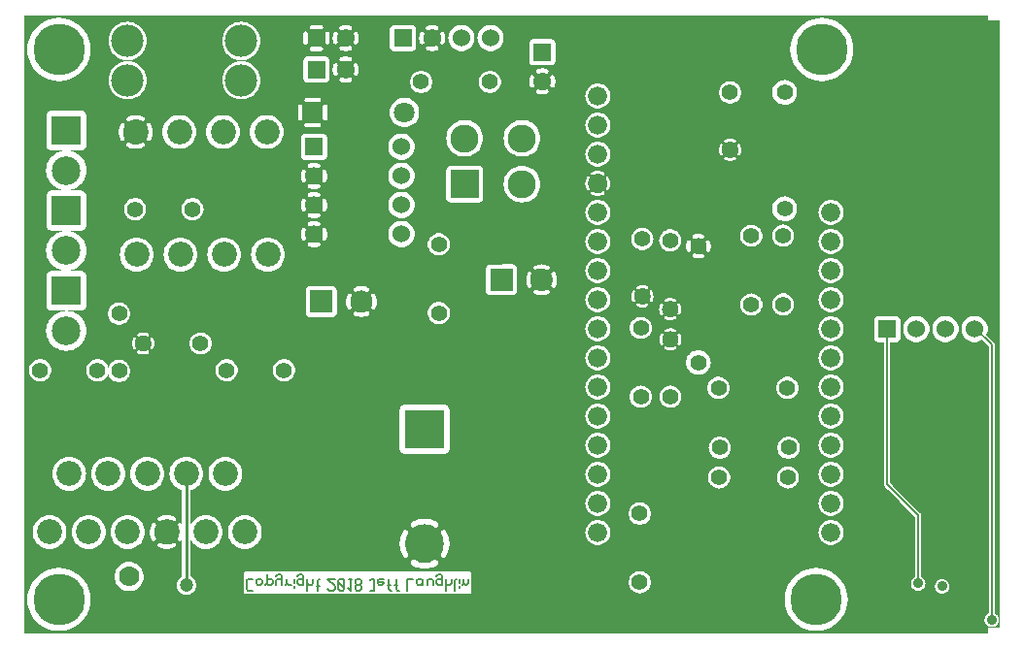
<source format=gbr>
G04 start of page 3 for group 1 idx 1 *
G04 Title: (unknown), solder *
G04 Creator: pcb 20140316 *
G04 CreationDate: Sun 28 Jan 2018 11:29:02 PM GMT UTC *
G04 For: jeff *
G04 Format: Gerber/RS-274X *
G04 PCB-Dimensions (mm): 85.50 53.98 *
G04 PCB-Coordinate-Origin: lower left *
%MOMM*%
%FSLAX43Y43*%
%LNBOTTOM*%
%ADD75C,2.032*%
%ADD74C,0.889*%
%ADD73C,0.711*%
%ADD72C,0.762*%
%ADD71C,1.016*%
%ADD70C,0.965*%
%ADD69C,1.270*%
%ADD68C,1.651*%
%ADD67C,0.500*%
%ADD66C,0.381*%
%ADD65C,3.111*%
%ADD64C,1.200*%
%ADD63C,0.900*%
%ADD62C,4.500*%
%ADD61C,1.397*%
%ADD60C,2.500*%
%ADD59C,3.327*%
%ADD58C,1.778*%
%ADD57C,1.930*%
%ADD56C,2.438*%
%ADD55C,1.676*%
%ADD54C,1.422*%
%ADD53C,1.803*%
%ADD52C,1.524*%
%ADD51C,2.184*%
%ADD50C,2.819*%
%ADD49C,0.180*%
%ADD48C,0.250*%
%ADD47C,0.178*%
%ADD46C,0.002*%
G54D46*G36*
X66545Y1719D02*X66768Y1354D01*
X67050Y1025D01*
X67379Y743D01*
X67748Y517D01*
X67850Y475D01*
X66545D01*
Y1719D01*
G37*
G36*
X70285Y48336D02*X70352Y48352D01*
X70752Y48517D01*
X71121Y48743D01*
X71450Y49025D01*
X71500Y49083D01*
Y4125D01*
X71458Y4227D01*
X71232Y4596D01*
X70950Y4925D01*
X70621Y5207D01*
X70285Y5412D01*
Y7719D01*
X70287Y7718D01*
X70458Y7732D01*
X70626Y7772D01*
X70784Y7838D01*
X70931Y7928D01*
X71062Y8039D01*
X71173Y8170D01*
X71263Y8317D01*
X71329Y8475D01*
X71369Y8643D01*
X71379Y8814D01*
X71369Y8985D01*
X71329Y9153D01*
X71263Y9311D01*
X71173Y9458D01*
X71062Y9589D01*
X70931Y9700D01*
X70784Y9790D01*
X70626Y9856D01*
X70458Y9896D01*
X70287Y9910D01*
X70285Y9909D01*
Y10259D01*
X70287Y10258D01*
X70458Y10272D01*
X70626Y10312D01*
X70784Y10378D01*
X70931Y10468D01*
X71062Y10579D01*
X71173Y10710D01*
X71263Y10857D01*
X71329Y11015D01*
X71369Y11183D01*
X71379Y11354D01*
X71369Y11525D01*
X71329Y11693D01*
X71263Y11851D01*
X71173Y11998D01*
X71062Y12129D01*
X70931Y12240D01*
X70784Y12330D01*
X70626Y12396D01*
X70458Y12436D01*
X70287Y12450D01*
X70285Y12449D01*
Y12799D01*
X70287Y12798D01*
X70458Y12812D01*
X70626Y12852D01*
X70784Y12918D01*
X70931Y13008D01*
X71062Y13119D01*
X71173Y13250D01*
X71263Y13397D01*
X71329Y13555D01*
X71369Y13723D01*
X71379Y13894D01*
X71369Y14065D01*
X71329Y14233D01*
X71263Y14391D01*
X71173Y14538D01*
X71062Y14669D01*
X70931Y14780D01*
X70784Y14870D01*
X70626Y14936D01*
X70458Y14976D01*
X70287Y14990D01*
X70285Y14989D01*
Y15339D01*
X70287Y15338D01*
X70458Y15352D01*
X70626Y15392D01*
X70784Y15458D01*
X70931Y15548D01*
X71062Y15659D01*
X71173Y15790D01*
X71263Y15937D01*
X71329Y16095D01*
X71369Y16263D01*
X71379Y16434D01*
X71369Y16605D01*
X71329Y16773D01*
X71263Y16931D01*
X71173Y17078D01*
X71062Y17209D01*
X70931Y17320D01*
X70784Y17410D01*
X70626Y17476D01*
X70458Y17516D01*
X70287Y17530D01*
X70285Y17529D01*
Y17879D01*
X70287Y17878D01*
X70458Y17892D01*
X70626Y17932D01*
X70784Y17998D01*
X70931Y18088D01*
X71062Y18199D01*
X71173Y18330D01*
X71263Y18477D01*
X71329Y18635D01*
X71369Y18803D01*
X71379Y18974D01*
X71369Y19145D01*
X71329Y19313D01*
X71263Y19471D01*
X71173Y19618D01*
X71062Y19749D01*
X70931Y19860D01*
X70784Y19950D01*
X70626Y20016D01*
X70458Y20056D01*
X70287Y20070D01*
X70285Y20069D01*
Y20419D01*
X70287Y20418D01*
X70458Y20432D01*
X70626Y20472D01*
X70784Y20538D01*
X70931Y20628D01*
X71062Y20739D01*
X71173Y20870D01*
X71263Y21017D01*
X71329Y21175D01*
X71369Y21343D01*
X71379Y21514D01*
X71369Y21685D01*
X71329Y21853D01*
X71263Y22011D01*
X71173Y22158D01*
X71062Y22289D01*
X70931Y22400D01*
X70784Y22490D01*
X70626Y22556D01*
X70458Y22596D01*
X70287Y22610D01*
X70285Y22609D01*
Y22959D01*
X70287Y22958D01*
X70458Y22972D01*
X70626Y23012D01*
X70784Y23078D01*
X70931Y23168D01*
X71062Y23279D01*
X71173Y23410D01*
X71263Y23557D01*
X71329Y23715D01*
X71369Y23883D01*
X71379Y24054D01*
X71369Y24225D01*
X71329Y24393D01*
X71263Y24551D01*
X71173Y24698D01*
X71062Y24829D01*
X70931Y24940D01*
X70784Y25030D01*
X70626Y25096D01*
X70458Y25136D01*
X70287Y25150D01*
X70285Y25149D01*
Y25499D01*
X70287Y25498D01*
X70458Y25512D01*
X70626Y25552D01*
X70784Y25618D01*
X70931Y25708D01*
X71062Y25819D01*
X71173Y25950D01*
X71263Y26097D01*
X71329Y26255D01*
X71369Y26423D01*
X71379Y26594D01*
X71369Y26765D01*
X71329Y26933D01*
X71263Y27091D01*
X71173Y27238D01*
X71062Y27369D01*
X70931Y27480D01*
X70784Y27570D01*
X70626Y27636D01*
X70458Y27676D01*
X70287Y27690D01*
X70285Y27689D01*
Y28039D01*
X70287Y28038D01*
X70458Y28052D01*
X70626Y28092D01*
X70784Y28158D01*
X70931Y28248D01*
X71062Y28359D01*
X71173Y28490D01*
X71263Y28637D01*
X71329Y28795D01*
X71369Y28963D01*
X71379Y29134D01*
X71369Y29305D01*
X71329Y29473D01*
X71263Y29631D01*
X71173Y29778D01*
X71062Y29909D01*
X70931Y30020D01*
X70784Y30110D01*
X70626Y30176D01*
X70458Y30216D01*
X70287Y30230D01*
X70285Y30229D01*
Y30579D01*
X70287Y30578D01*
X70458Y30592D01*
X70626Y30632D01*
X70784Y30698D01*
X70931Y30788D01*
X71062Y30899D01*
X71173Y31030D01*
X71263Y31177D01*
X71329Y31335D01*
X71369Y31503D01*
X71379Y31674D01*
X71369Y31845D01*
X71329Y32013D01*
X71263Y32171D01*
X71173Y32318D01*
X71062Y32449D01*
X70931Y32560D01*
X70784Y32650D01*
X70626Y32716D01*
X70458Y32756D01*
X70287Y32770D01*
X70285Y32769D01*
Y33119D01*
X70287Y33118D01*
X70458Y33132D01*
X70626Y33172D01*
X70784Y33238D01*
X70931Y33328D01*
X71062Y33439D01*
X71173Y33570D01*
X71263Y33717D01*
X71329Y33875D01*
X71369Y34043D01*
X71379Y34214D01*
X71369Y34385D01*
X71329Y34553D01*
X71263Y34711D01*
X71173Y34858D01*
X71062Y34989D01*
X70931Y35100D01*
X70784Y35190D01*
X70626Y35256D01*
X70458Y35296D01*
X70287Y35310D01*
X70285Y35309D01*
Y35659D01*
X70287Y35658D01*
X70458Y35672D01*
X70626Y35712D01*
X70784Y35778D01*
X70931Y35868D01*
X71062Y35979D01*
X71173Y36110D01*
X71263Y36257D01*
X71329Y36415D01*
X71369Y36583D01*
X71379Y36754D01*
X71369Y36925D01*
X71329Y37093D01*
X71263Y37251D01*
X71173Y37398D01*
X71062Y37529D01*
X70931Y37640D01*
X70784Y37730D01*
X70626Y37796D01*
X70458Y37836D01*
X70287Y37850D01*
X70285Y37849D01*
Y48336D01*
G37*
G36*
X66545Y53475D02*X68350D01*
X68248Y53433D01*
X67879Y53207D01*
X67550Y52925D01*
X67268Y52596D01*
X67042Y52227D01*
X66877Y51827D01*
X66776Y51407D01*
X66742Y50975D01*
X66776Y50543D01*
X66877Y50123D01*
X67042Y49723D01*
X67268Y49354D01*
X67550Y49025D01*
X67879Y48743D01*
X68248Y48517D01*
X68648Y48352D01*
X69068Y48251D01*
X69500Y48217D01*
X69932Y48251D01*
X70285Y48336D01*
Y37849D01*
X70116Y37836D01*
X69948Y37796D01*
X69790Y37730D01*
X69643Y37640D01*
X69512Y37529D01*
X69401Y37398D01*
X69311Y37251D01*
X69245Y37093D01*
X69205Y36925D01*
X69191Y36754D01*
X69205Y36583D01*
X69245Y36415D01*
X69311Y36257D01*
X69401Y36110D01*
X69512Y35979D01*
X69643Y35868D01*
X69790Y35778D01*
X69948Y35712D01*
X70116Y35672D01*
X70285Y35659D01*
Y35309D01*
X70116Y35296D01*
X69948Y35256D01*
X69790Y35190D01*
X69643Y35100D01*
X69512Y34989D01*
X69401Y34858D01*
X69311Y34711D01*
X69245Y34553D01*
X69205Y34385D01*
X69191Y34214D01*
X69205Y34043D01*
X69245Y33875D01*
X69311Y33717D01*
X69401Y33570D01*
X69512Y33439D01*
X69643Y33328D01*
X69790Y33238D01*
X69948Y33172D01*
X70116Y33132D01*
X70285Y33119D01*
Y32769D01*
X70116Y32756D01*
X69948Y32716D01*
X69790Y32650D01*
X69643Y32560D01*
X69512Y32449D01*
X69401Y32318D01*
X69311Y32171D01*
X69245Y32013D01*
X69205Y31845D01*
X69191Y31674D01*
X69205Y31503D01*
X69245Y31335D01*
X69311Y31177D01*
X69401Y31030D01*
X69512Y30899D01*
X69643Y30788D01*
X69790Y30698D01*
X69948Y30632D01*
X70116Y30592D01*
X70285Y30579D01*
Y30229D01*
X70116Y30216D01*
X69948Y30176D01*
X69790Y30110D01*
X69643Y30020D01*
X69512Y29909D01*
X69401Y29778D01*
X69311Y29631D01*
X69245Y29473D01*
X69205Y29305D01*
X69191Y29134D01*
X69205Y28963D01*
X69245Y28795D01*
X69311Y28637D01*
X69401Y28490D01*
X69512Y28359D01*
X69643Y28248D01*
X69790Y28158D01*
X69948Y28092D01*
X70116Y28052D01*
X70285Y28039D01*
Y27689D01*
X70116Y27676D01*
X69948Y27636D01*
X69790Y27570D01*
X69643Y27480D01*
X69512Y27369D01*
X69401Y27238D01*
X69311Y27091D01*
X69245Y26933D01*
X69205Y26765D01*
X69191Y26594D01*
X69205Y26423D01*
X69245Y26255D01*
X69311Y26097D01*
X69401Y25950D01*
X69512Y25819D01*
X69643Y25708D01*
X69790Y25618D01*
X69948Y25552D01*
X70116Y25512D01*
X70285Y25499D01*
Y25149D01*
X70116Y25136D01*
X69948Y25096D01*
X69790Y25030D01*
X69643Y24940D01*
X69512Y24829D01*
X69401Y24698D01*
X69311Y24551D01*
X69245Y24393D01*
X69205Y24225D01*
X69191Y24054D01*
X69205Y23883D01*
X69245Y23715D01*
X69311Y23557D01*
X69401Y23410D01*
X69512Y23279D01*
X69643Y23168D01*
X69790Y23078D01*
X69948Y23012D01*
X70116Y22972D01*
X70285Y22959D01*
Y22609D01*
X70116Y22596D01*
X69948Y22556D01*
X69790Y22490D01*
X69643Y22400D01*
X69512Y22289D01*
X69401Y22158D01*
X69311Y22011D01*
X69245Y21853D01*
X69205Y21685D01*
X69191Y21514D01*
X69205Y21343D01*
X69245Y21175D01*
X69311Y21017D01*
X69401Y20870D01*
X69512Y20739D01*
X69643Y20628D01*
X69790Y20538D01*
X69948Y20472D01*
X70116Y20432D01*
X70285Y20419D01*
Y20069D01*
X70116Y20056D01*
X69948Y20016D01*
X69790Y19950D01*
X69643Y19860D01*
X69512Y19749D01*
X69401Y19618D01*
X69311Y19471D01*
X69245Y19313D01*
X69205Y19145D01*
X69191Y18974D01*
X69205Y18803D01*
X69245Y18635D01*
X69311Y18477D01*
X69401Y18330D01*
X69512Y18199D01*
X69643Y18088D01*
X69790Y17998D01*
X69948Y17932D01*
X70116Y17892D01*
X70285Y17879D01*
Y17529D01*
X70116Y17516D01*
X69948Y17476D01*
X69790Y17410D01*
X69643Y17320D01*
X69512Y17209D01*
X69401Y17078D01*
X69311Y16931D01*
X69245Y16773D01*
X69205Y16605D01*
X69191Y16434D01*
X69205Y16263D01*
X69245Y16095D01*
X69311Y15937D01*
X69401Y15790D01*
X69512Y15659D01*
X69643Y15548D01*
X69790Y15458D01*
X69948Y15392D01*
X70116Y15352D01*
X70285Y15339D01*
Y14989D01*
X70116Y14976D01*
X69948Y14936D01*
X69790Y14870D01*
X69643Y14780D01*
X69512Y14669D01*
X69401Y14538D01*
X69311Y14391D01*
X69245Y14233D01*
X69205Y14065D01*
X69191Y13894D01*
X69205Y13723D01*
X69245Y13555D01*
X69311Y13397D01*
X69401Y13250D01*
X69512Y13119D01*
X69643Y13008D01*
X69790Y12918D01*
X69948Y12852D01*
X70116Y12812D01*
X70285Y12799D01*
Y12449D01*
X70116Y12436D01*
X69948Y12396D01*
X69790Y12330D01*
X69643Y12240D01*
X69512Y12129D01*
X69401Y11998D01*
X69311Y11851D01*
X69245Y11693D01*
X69205Y11525D01*
X69191Y11354D01*
X69205Y11183D01*
X69245Y11015D01*
X69311Y10857D01*
X69401Y10710D01*
X69512Y10579D01*
X69643Y10468D01*
X69790Y10378D01*
X69948Y10312D01*
X70116Y10272D01*
X70285Y10259D01*
Y9909D01*
X70116Y9896D01*
X69948Y9856D01*
X69790Y9790D01*
X69643Y9700D01*
X69512Y9589D01*
X69401Y9458D01*
X69311Y9311D01*
X69245Y9153D01*
X69205Y8985D01*
X69191Y8814D01*
X69205Y8643D01*
X69245Y8475D01*
X69311Y8317D01*
X69401Y8170D01*
X69512Y8039D01*
X69643Y7928D01*
X69790Y7838D01*
X69948Y7772D01*
X70116Y7732D01*
X70285Y7719D01*
Y5412D01*
X70252Y5433D01*
X69852Y5598D01*
X69432Y5699D01*
X69000Y5733D01*
X68568Y5699D01*
X68148Y5598D01*
X67748Y5433D01*
X67379Y5207D01*
X67050Y4925D01*
X66768Y4596D01*
X66545Y4231D01*
Y12653D01*
X66546Y12653D01*
X66697Y12665D01*
X66845Y12700D01*
X66986Y12758D01*
X67115Y12838D01*
X67231Y12936D01*
X67329Y13052D01*
X67409Y13181D01*
X67467Y13322D01*
X67502Y13470D01*
X67511Y13621D01*
X67502Y13772D01*
X67467Y13920D01*
X67409Y14061D01*
X67329Y14190D01*
X67231Y14306D01*
X67115Y14404D01*
X66986Y14484D01*
X66845Y14542D01*
X66697Y14577D01*
X66546Y14589D01*
X66545Y14589D01*
Y15257D01*
X66596Y15253D01*
X66747Y15265D01*
X66895Y15300D01*
X67036Y15358D01*
X67165Y15438D01*
X67281Y15536D01*
X67379Y15652D01*
X67459Y15781D01*
X67517Y15922D01*
X67552Y16070D01*
X67561Y16221D01*
X67552Y16372D01*
X67517Y16520D01*
X67459Y16661D01*
X67379Y16790D01*
X67281Y16906D01*
X67165Y17004D01*
X67036Y17084D01*
X66895Y17142D01*
X66747Y17177D01*
X66596Y17189D01*
X66545Y17185D01*
Y20481D01*
X66639Y20489D01*
X66787Y20524D01*
X66927Y20582D01*
X67057Y20662D01*
X67172Y20760D01*
X67271Y20876D01*
X67350Y21005D01*
X67408Y21146D01*
X67444Y21294D01*
X67453Y21445D01*
X67444Y21596D01*
X67408Y21744D01*
X67350Y21885D01*
X67271Y22014D01*
X67172Y22130D01*
X67057Y22228D01*
X66927Y22308D01*
X66787Y22366D01*
X66639Y22401D01*
X66545Y22409D01*
Y27856D01*
X66560Y27862D01*
X66689Y27942D01*
X66805Y28040D01*
X66903Y28156D01*
X66983Y28285D01*
X67041Y28426D01*
X67076Y28574D01*
X67085Y28725D01*
X67076Y28876D01*
X67041Y29024D01*
X66983Y29165D01*
X66903Y29294D01*
X66805Y29410D01*
X66689Y29508D01*
X66560Y29588D01*
X66545Y29594D01*
Y33856D01*
X66560Y33862D01*
X66689Y33942D01*
X66805Y34040D01*
X66903Y34156D01*
X66983Y34285D01*
X67041Y34426D01*
X67076Y34574D01*
X67085Y34725D01*
X67076Y34876D01*
X67041Y35024D01*
X66983Y35165D01*
X66903Y35294D01*
X66805Y35410D01*
X66689Y35508D01*
X66560Y35588D01*
X66545Y35594D01*
Y36026D01*
X66585Y36035D01*
X66742Y36100D01*
X66886Y36189D01*
X67016Y36299D01*
X67126Y36429D01*
X67215Y36573D01*
X67280Y36730D01*
X67319Y36896D01*
X67330Y37065D01*
X67319Y37234D01*
X67280Y37400D01*
X67215Y37557D01*
X67126Y37701D01*
X67016Y37831D01*
X66886Y37941D01*
X66742Y38030D01*
X66585Y38095D01*
X66545Y38104D01*
Y46186D01*
X66585Y46195D01*
X66742Y46260D01*
X66886Y46349D01*
X67016Y46459D01*
X67126Y46589D01*
X67215Y46733D01*
X67280Y46890D01*
X67319Y47056D01*
X67330Y47225D01*
X67319Y47394D01*
X67280Y47560D01*
X67215Y47717D01*
X67126Y47861D01*
X67016Y47991D01*
X66886Y48101D01*
X66742Y48190D01*
X66585Y48255D01*
X66545Y48264D01*
Y53475D01*
G37*
G36*
X63345D02*X66545D01*
Y48264D01*
X66419Y48294D01*
X66250Y48308D01*
X66081Y48294D01*
X65915Y48255D01*
X65758Y48190D01*
X65614Y48101D01*
X65484Y47991D01*
X65374Y47861D01*
X65285Y47717D01*
X65220Y47560D01*
X65181Y47394D01*
X65167Y47225D01*
X65181Y47056D01*
X65220Y46890D01*
X65285Y46733D01*
X65374Y46589D01*
X65484Y46459D01*
X65614Y46349D01*
X65758Y46260D01*
X65915Y46195D01*
X66081Y46156D01*
X66250Y46142D01*
X66419Y46156D01*
X66545Y46186D01*
Y38104D01*
X66419Y38134D01*
X66250Y38148D01*
X66081Y38134D01*
X65915Y38095D01*
X65758Y38030D01*
X65614Y37941D01*
X65484Y37831D01*
X65374Y37701D01*
X65285Y37557D01*
X65220Y37400D01*
X65181Y37234D01*
X65167Y37065D01*
X65181Y36896D01*
X65220Y36730D01*
X65285Y36573D01*
X65374Y36429D01*
X65484Y36299D01*
X65614Y36189D01*
X65758Y36100D01*
X65915Y36035D01*
X66081Y35996D01*
X66250Y35982D01*
X66419Y35996D01*
X66545Y36026D01*
Y35594D01*
X66419Y35646D01*
X66271Y35681D01*
X66120Y35693D01*
X65969Y35681D01*
X65821Y35646D01*
X65680Y35588D01*
X65551Y35508D01*
X65435Y35410D01*
X65337Y35294D01*
X65257Y35165D01*
X65199Y35024D01*
X65164Y34876D01*
X65152Y34725D01*
X65164Y34574D01*
X65199Y34426D01*
X65257Y34285D01*
X65337Y34156D01*
X65435Y34040D01*
X65551Y33942D01*
X65680Y33862D01*
X65821Y33804D01*
X65969Y33769D01*
X66120Y33757D01*
X66271Y33769D01*
X66419Y33804D01*
X66545Y33856D01*
Y29594D01*
X66419Y29646D01*
X66271Y29681D01*
X66120Y29693D01*
X65969Y29681D01*
X65821Y29646D01*
X65680Y29588D01*
X65551Y29508D01*
X65435Y29410D01*
X65337Y29294D01*
X65257Y29165D01*
X65199Y29024D01*
X65164Y28876D01*
X65152Y28725D01*
X65164Y28574D01*
X65199Y28426D01*
X65257Y28285D01*
X65337Y28156D01*
X65435Y28040D01*
X65551Y27942D01*
X65680Y27862D01*
X65821Y27804D01*
X65969Y27769D01*
X66120Y27757D01*
X66271Y27769D01*
X66419Y27804D01*
X66545Y27856D01*
Y22409D01*
X66488Y22413D01*
X66336Y22401D01*
X66188Y22366D01*
X66048Y22308D01*
X65919Y22228D01*
X65803Y22130D01*
X65704Y22014D01*
X65625Y21885D01*
X65567Y21744D01*
X65531Y21596D01*
X65519Y21445D01*
X65531Y21294D01*
X65567Y21146D01*
X65625Y21005D01*
X65704Y20876D01*
X65803Y20760D01*
X65919Y20662D01*
X66048Y20582D01*
X66188Y20524D01*
X66336Y20489D01*
X66488Y20477D01*
X66545Y20481D01*
Y17185D01*
X66445Y17177D01*
X66297Y17142D01*
X66156Y17084D01*
X66027Y17004D01*
X65911Y16906D01*
X65813Y16790D01*
X65733Y16661D01*
X65675Y16520D01*
X65640Y16372D01*
X65628Y16221D01*
X65640Y16070D01*
X65675Y15922D01*
X65733Y15781D01*
X65813Y15652D01*
X65911Y15536D01*
X66027Y15438D01*
X66156Y15358D01*
X66297Y15300D01*
X66445Y15265D01*
X66545Y15257D01*
Y14589D01*
X66395Y14577D01*
X66247Y14542D01*
X66106Y14484D01*
X65977Y14404D01*
X65861Y14306D01*
X65763Y14190D01*
X65683Y14061D01*
X65625Y13920D01*
X65590Y13772D01*
X65578Y13621D01*
X65590Y13470D01*
X65625Y13322D01*
X65683Y13181D01*
X65763Y13052D01*
X65861Y12936D01*
X65977Y12838D01*
X66106Y12758D01*
X66247Y12700D01*
X66395Y12665D01*
X66545Y12653D01*
Y4231D01*
X66542Y4227D01*
X66377Y3827D01*
X66276Y3407D01*
X66242Y2975D01*
X66276Y2543D01*
X66377Y2123D01*
X66542Y1723D01*
X66545Y1719D01*
Y475D01*
X63345D01*
Y27745D01*
X63346Y27745D01*
X63497Y27757D01*
X63645Y27792D01*
X63786Y27850D01*
X63915Y27930D01*
X64031Y28028D01*
X64129Y28144D01*
X64209Y28273D01*
X64267Y28414D01*
X64302Y28562D01*
X64311Y28713D01*
X64302Y28864D01*
X64267Y29012D01*
X64209Y29153D01*
X64129Y29282D01*
X64031Y29398D01*
X63915Y29496D01*
X63786Y29576D01*
X63645Y29634D01*
X63497Y29669D01*
X63346Y29681D01*
X63345Y29681D01*
Y33745D01*
X63346Y33745D01*
X63497Y33757D01*
X63645Y33792D01*
X63786Y33850D01*
X63915Y33930D01*
X64031Y34028D01*
X64129Y34144D01*
X64209Y34273D01*
X64267Y34414D01*
X64302Y34562D01*
X64311Y34713D01*
X64302Y34864D01*
X64267Y35012D01*
X64209Y35153D01*
X64129Y35282D01*
X64031Y35398D01*
X63915Y35496D01*
X63786Y35576D01*
X63645Y35634D01*
X63497Y35669D01*
X63346Y35681D01*
X63345Y35681D01*
Y53475D01*
G37*
G36*
X62290D02*X63345D01*
Y35681D01*
X63195Y35669D01*
X63047Y35634D01*
X62906Y35576D01*
X62777Y35496D01*
X62661Y35398D01*
X62563Y35282D01*
X62483Y35153D01*
X62425Y35012D01*
X62390Y34864D01*
X62378Y34713D01*
X62390Y34562D01*
X62425Y34414D01*
X62483Y34273D01*
X62563Y34144D01*
X62661Y34028D01*
X62777Y33930D01*
X62906Y33850D01*
X63047Y33792D01*
X63195Y33757D01*
X63345Y33745D01*
Y29681D01*
X63195Y29669D01*
X63047Y29634D01*
X62906Y29576D01*
X62777Y29496D01*
X62661Y29398D01*
X62563Y29282D01*
X62483Y29153D01*
X62425Y29012D01*
X62390Y28864D01*
X62378Y28713D01*
X62390Y28562D01*
X62425Y28414D01*
X62483Y28273D01*
X62563Y28144D01*
X62661Y28028D01*
X62777Y27930D01*
X62906Y27850D01*
X63047Y27792D01*
X63195Y27757D01*
X63345Y27745D01*
Y475D01*
X62290D01*
Y41718D01*
X62299Y41722D01*
X62316Y41732D01*
X62332Y41745D01*
X62345Y41760D01*
X62355Y41777D01*
X62392Y41854D01*
X62421Y41933D01*
X62443Y42015D01*
X62458Y42098D01*
X62465Y42183D01*
Y42267D01*
X62458Y42352D01*
X62443Y42435D01*
X62421Y42517D01*
X62392Y42596D01*
X62356Y42673D01*
X62345Y42690D01*
X62332Y42705D01*
X62317Y42718D01*
X62299Y42729D01*
X62290Y42732D01*
Y46667D01*
X62363Y46785D01*
X62421Y46926D01*
X62456Y47074D01*
X62465Y47225D01*
X62456Y47376D01*
X62421Y47524D01*
X62363Y47665D01*
X62290Y47783D01*
Y53475D01*
G37*
G36*
Y475D02*X61500D01*
Y13462D01*
X61502Y13470D01*
X61511Y13621D01*
X61502Y13772D01*
X61500Y13780D01*
Y15882D01*
X61517Y15922D01*
X61552Y16070D01*
X61561Y16221D01*
X61552Y16372D01*
X61517Y16520D01*
X61500Y16560D01*
Y41260D01*
X61542D01*
X61627Y41267D01*
X61710Y41282D01*
X61792Y41304D01*
X61871Y41333D01*
X61948Y41369D01*
X61965Y41380D01*
X61980Y41393D01*
X61993Y41408D01*
X62004Y41426D01*
X62011Y41444D01*
X62016Y41464D01*
X62017Y41484D01*
X62015Y41504D01*
X62010Y41523D01*
X62002Y41542D01*
X61992Y41559D01*
X61978Y41574D01*
X61963Y41587D01*
X61946Y41597D01*
X61927Y41605D01*
X61907Y41609D01*
X61887Y41611D01*
X61867Y41609D01*
X61848Y41604D01*
X61830Y41596D01*
X61773Y41568D01*
X61715Y41547D01*
X61655Y41531D01*
X61593Y41520D01*
X61531Y41514D01*
X61500D01*
Y42936D01*
X61531D01*
X61593Y42930D01*
X61655Y42919D01*
X61715Y42903D01*
X61773Y42882D01*
X61830Y42855D01*
X61848Y42847D01*
X61867Y42842D01*
X61887Y42840D01*
X61907Y42842D01*
X61927Y42846D01*
X61945Y42853D01*
X61963Y42864D01*
X61978Y42876D01*
X61991Y42892D01*
X62002Y42908D01*
X62010Y42927D01*
X62014Y42946D01*
X62016Y42966D01*
X62015Y42986D01*
X62010Y43006D01*
X62003Y43024D01*
X61993Y43041D01*
X61980Y43057D01*
X61965Y43070D01*
X61948Y43080D01*
X61871Y43117D01*
X61792Y43146D01*
X61710Y43168D01*
X61627Y43183D01*
X61542Y43190D01*
X61500D01*
Y46257D01*
X61651Y46269D01*
X61799Y46304D01*
X61940Y46362D01*
X62069Y46442D01*
X62185Y46540D01*
X62283Y46656D01*
X62290Y46667D01*
Y42732D01*
X62281Y42736D01*
X62261Y42741D01*
X62241Y42742D01*
X62221Y42740D01*
X62202Y42735D01*
X62183Y42727D01*
X62166Y42717D01*
X62151Y42703D01*
X62138Y42688D01*
X62128Y42671D01*
X62120Y42652D01*
X62116Y42632D01*
X62114Y42612D01*
X62116Y42592D01*
X62121Y42573D01*
X62129Y42555D01*
X62157Y42498D01*
X62178Y42440D01*
X62194Y42380D01*
X62205Y42318D01*
X62211Y42256D01*
Y42194D01*
X62205Y42132D01*
X62194Y42070D01*
X62178Y42010D01*
X62157Y41952D01*
X62130Y41895D01*
X62122Y41877D01*
X62117Y41858D01*
X62115Y41838D01*
X62117Y41818D01*
X62121Y41798D01*
X62128Y41780D01*
X62139Y41762D01*
X62151Y41747D01*
X62167Y41734D01*
X62183Y41723D01*
X62202Y41715D01*
X62221Y41711D01*
X62241Y41709D01*
X62261Y41710D01*
X62281Y41715D01*
X62290Y41718D01*
Y475D01*
G37*
G36*
X61500Y53475D02*X62290D01*
Y47783D01*
X62283Y47794D01*
X62185Y47910D01*
X62069Y48008D01*
X61940Y48088D01*
X61799Y48146D01*
X61651Y48181D01*
X61500Y48193D01*
Y53475D01*
G37*
G36*
X60710Y12668D02*X60845Y12700D01*
X60986Y12758D01*
X61115Y12838D01*
X61231Y12936D01*
X61329Y13052D01*
X61409Y13181D01*
X61467Y13322D01*
X61500Y13462D01*
Y475D01*
X60710D01*
Y12668D01*
G37*
G36*
Y15262D02*X60747Y15265D01*
X60895Y15300D01*
X61036Y15358D01*
X61165Y15438D01*
X61281Y15536D01*
X61379Y15652D01*
X61459Y15781D01*
X61500Y15882D01*
Y13780D01*
X61467Y13920D01*
X61409Y14061D01*
X61329Y14190D01*
X61231Y14306D01*
X61115Y14404D01*
X60986Y14484D01*
X60845Y14542D01*
X60710Y14574D01*
Y15262D01*
G37*
G36*
Y46667D02*X60717Y46656D01*
X60815Y46540D01*
X60931Y46442D01*
X61060Y46362D01*
X61201Y46304D01*
X61349Y46269D01*
X61500Y46257D01*
X61500Y46257D01*
Y43190D01*
X61458D01*
X61373Y43183D01*
X61290Y43168D01*
X61208Y43146D01*
X61129Y43117D01*
X61052Y43081D01*
X61035Y43070D01*
X61020Y43057D01*
X61007Y43042D01*
X60996Y43024D01*
X60989Y43006D01*
X60984Y42986D01*
X60983Y42966D01*
X60985Y42946D01*
X60990Y42927D01*
X60998Y42908D01*
X61008Y42891D01*
X61022Y42876D01*
X61037Y42863D01*
X61054Y42853D01*
X61073Y42845D01*
X61093Y42841D01*
X61113Y42839D01*
X61133Y42841D01*
X61152Y42846D01*
X61170Y42854D01*
X61227Y42882D01*
X61285Y42903D01*
X61345Y42919D01*
X61407Y42930D01*
X61469Y42936D01*
X61500D01*
Y41514D01*
X61469D01*
X61407Y41520D01*
X61345Y41531D01*
X61285Y41547D01*
X61227Y41568D01*
X61170Y41595D01*
X61152Y41603D01*
X61133Y41608D01*
X61113Y41610D01*
X61093Y41608D01*
X61073Y41604D01*
X61055Y41597D01*
X61037Y41586D01*
X61022Y41574D01*
X61009Y41558D01*
X60998Y41542D01*
X60990Y41523D01*
X60986Y41504D01*
X60984Y41484D01*
X60985Y41464D01*
X60990Y41444D01*
X60997Y41426D01*
X61007Y41409D01*
X61020Y41393D01*
X61035Y41380D01*
X61052Y41370D01*
X61129Y41333D01*
X61208Y41304D01*
X61290Y41282D01*
X61373Y41267D01*
X61458Y41260D01*
X61500D01*
Y16560D01*
X61459Y16661D01*
X61379Y16790D01*
X61281Y16906D01*
X61165Y17004D01*
X61036Y17084D01*
X60895Y17142D01*
X60747Y17177D01*
X60710Y17180D01*
Y20506D01*
X60787Y20524D01*
X60927Y20582D01*
X61057Y20662D01*
X61172Y20760D01*
X61271Y20876D01*
X61350Y21005D01*
X61408Y21146D01*
X61444Y21294D01*
X61453Y21445D01*
X61444Y21596D01*
X61408Y21744D01*
X61350Y21885D01*
X61271Y22014D01*
X61172Y22130D01*
X61057Y22228D01*
X60927Y22308D01*
X60787Y22366D01*
X60710Y22384D01*
Y41718D01*
X60719Y41714D01*
X60739Y41709D01*
X60759Y41708D01*
X60779Y41710D01*
X60798Y41715D01*
X60817Y41723D01*
X60834Y41733D01*
X60849Y41747D01*
X60862Y41762D01*
X60872Y41779D01*
X60880Y41798D01*
X60884Y41818D01*
X60886Y41838D01*
X60884Y41858D01*
X60879Y41877D01*
X60871Y41895D01*
X60843Y41952D01*
X60822Y42010D01*
X60806Y42070D01*
X60795Y42132D01*
X60789Y42194D01*
Y42256D01*
X60795Y42318D01*
X60806Y42380D01*
X60822Y42440D01*
X60843Y42498D01*
X60870Y42555D01*
X60878Y42573D01*
X60883Y42592D01*
X60885Y42612D01*
X60883Y42632D01*
X60879Y42652D01*
X60872Y42670D01*
X60861Y42688D01*
X60849Y42703D01*
X60833Y42716D01*
X60817Y42727D01*
X60798Y42735D01*
X60779Y42739D01*
X60759Y42741D01*
X60739Y42740D01*
X60719Y42735D01*
X60710Y42732D01*
Y46667D01*
G37*
G36*
Y53475D02*X61500D01*
Y48193D01*
X61500Y48193D01*
X61349Y48181D01*
X61201Y48146D01*
X61060Y48088D01*
X60931Y48008D01*
X60815Y47910D01*
X60717Y47794D01*
X60710Y47783D01*
Y53475D01*
G37*
G36*
X59595Y13448D02*X59625Y13322D01*
X59683Y13181D01*
X59763Y13052D01*
X59861Y12936D01*
X59977Y12838D01*
X60106Y12758D01*
X60247Y12700D01*
X60395Y12665D01*
X60546Y12653D01*
X60697Y12665D01*
X60710Y12668D01*
Y475D01*
X59595D01*
Y13448D01*
G37*
G36*
Y21078D02*X59625Y21005D01*
X59704Y20876D01*
X59803Y20760D01*
X59919Y20662D01*
X60048Y20582D01*
X60188Y20524D01*
X60336Y20489D01*
X60488Y20477D01*
X60639Y20489D01*
X60710Y20506D01*
Y17180D01*
X60596Y17189D01*
X60445Y17177D01*
X60297Y17142D01*
X60156Y17084D01*
X60027Y17004D01*
X59911Y16906D01*
X59813Y16790D01*
X59733Y16661D01*
X59675Y16520D01*
X59640Y16372D01*
X59628Y16221D01*
X59640Y16070D01*
X59675Y15922D01*
X59733Y15781D01*
X59813Y15652D01*
X59911Y15536D01*
X60027Y15438D01*
X60156Y15358D01*
X60297Y15300D01*
X60445Y15265D01*
X60596Y15253D01*
X60710Y15262D01*
Y14574D01*
X60697Y14577D01*
X60546Y14589D01*
X60395Y14577D01*
X60247Y14542D01*
X60106Y14484D01*
X59977Y14404D01*
X59861Y14306D01*
X59763Y14190D01*
X59683Y14061D01*
X59625Y13920D01*
X59595Y13794D01*
Y21078D01*
G37*
G36*
Y53475D02*X60710D01*
Y47783D01*
X60637Y47665D01*
X60579Y47524D01*
X60544Y47376D01*
X60532Y47225D01*
X60544Y47074D01*
X60579Y46926D01*
X60637Y46785D01*
X60710Y46667D01*
Y42732D01*
X60701Y42728D01*
X60684Y42718D01*
X60668Y42705D01*
X60655Y42690D01*
X60645Y42673D01*
X60608Y42596D01*
X60579Y42517D01*
X60557Y42435D01*
X60542Y42352D01*
X60535Y42267D01*
Y42183D01*
X60542Y42098D01*
X60557Y42015D01*
X60579Y41933D01*
X60608Y41854D01*
X60644Y41777D01*
X60655Y41760D01*
X60668Y41745D01*
X60683Y41732D01*
X60701Y41721D01*
X60710Y41718D01*
Y22384D01*
X60639Y22401D01*
X60488Y22413D01*
X60336Y22401D01*
X60188Y22366D01*
X60048Y22308D01*
X59919Y22228D01*
X59803Y22130D01*
X59704Y22014D01*
X59625Y21885D01*
X59595Y21812D01*
Y22999D01*
X59610Y23017D01*
X59699Y23161D01*
X59764Y23318D01*
X59803Y23484D01*
X59814Y23653D01*
X59803Y23822D01*
X59764Y23988D01*
X59699Y24145D01*
X59610Y24289D01*
X59595Y24307D01*
Y33314D01*
X59618Y33318D01*
X59646Y33329D01*
X59673Y33343D01*
X59696Y33362D01*
X59717Y33384D01*
X59733Y33409D01*
X59746Y33436D01*
X59776Y33527D01*
X59797Y33621D01*
X59810Y33717D01*
X59815Y33813D01*
X59810Y33909D01*
X59797Y34005D01*
X59776Y34099D01*
X59747Y34190D01*
X59734Y34218D01*
X59717Y34243D01*
X59697Y34265D01*
X59673Y34283D01*
X59647Y34298D01*
X59618Y34308D01*
X59595Y34313D01*
Y53475D01*
G37*
G36*
Y21812D02*X59567Y21744D01*
X59531Y21596D01*
X59519Y21445D01*
X59531Y21294D01*
X59567Y21146D01*
X59595Y21078D01*
Y13794D01*
X59590Y13772D01*
X59578Y13621D01*
X59590Y13470D01*
X59595Y13448D01*
Y475D01*
X58734D01*
Y22570D01*
X58903Y22584D01*
X59069Y22623D01*
X59226Y22688D01*
X59370Y22777D01*
X59500Y22887D01*
X59595Y22999D01*
Y21812D01*
G37*
G36*
X58734Y53475D02*X59595D01*
Y34313D01*
X59589Y34314D01*
X59559Y34315D01*
X59529Y34312D01*
X59500Y34303D01*
X59473Y34291D01*
X59448Y34274D01*
X59426Y34253D01*
X59407Y34230D01*
X59393Y34203D01*
X59382Y34175D01*
X59376Y34145D01*
X59375Y34115D01*
X59379Y34085D01*
X59388Y34057D01*
X59408Y33998D01*
X59421Y33937D01*
X59430Y33875D01*
X59432Y33813D01*
X59430Y33751D01*
X59421Y33689D01*
X59408Y33628D01*
X59389Y33569D01*
X59380Y33540D01*
X59376Y33511D01*
X59377Y33481D01*
X59383Y33451D01*
X59393Y33423D01*
X59408Y33397D01*
X59426Y33373D01*
X59448Y33353D01*
X59473Y33336D01*
X59500Y33323D01*
X59529Y33315D01*
X59559Y33312D01*
X59589Y33313D01*
X59595Y33314D01*
Y24307D01*
X59500Y24419D01*
X59370Y24529D01*
X59226Y24618D01*
X59069Y24683D01*
X58903Y24722D01*
X58734Y24736D01*
Y32732D01*
X58830Y32737D01*
X58926Y32750D01*
X59020Y32771D01*
X59111Y32800D01*
X59139Y32813D01*
X59164Y32830D01*
X59186Y32850D01*
X59204Y32874D01*
X59219Y32900D01*
X59229Y32929D01*
X59235Y32958D01*
X59236Y32988D01*
X59233Y33018D01*
X59224Y33047D01*
X59212Y33074D01*
X59195Y33099D01*
X59174Y33121D01*
X59151Y33140D01*
X59124Y33154D01*
X59096Y33165D01*
X59066Y33171D01*
X59036Y33172D01*
X59006Y33168D01*
X58978Y33159D01*
X58919Y33139D01*
X58858Y33126D01*
X58796Y33117D01*
X58734Y33115D01*
Y34511D01*
X58796Y34509D01*
X58858Y34500D01*
X58919Y34487D01*
X58978Y34468D01*
X59007Y34459D01*
X59036Y34455D01*
X59066Y34456D01*
X59096Y34462D01*
X59124Y34472D01*
X59150Y34487D01*
X59174Y34505D01*
X59194Y34527D01*
X59211Y34552D01*
X59224Y34579D01*
X59232Y34608D01*
X59235Y34638D01*
X59234Y34668D01*
X59229Y34697D01*
X59218Y34725D01*
X59204Y34752D01*
X59185Y34775D01*
X59163Y34796D01*
X59138Y34812D01*
X59111Y34825D01*
X59020Y34855D01*
X58926Y34876D01*
X58830Y34889D01*
X58734Y34894D01*
Y53475D01*
G37*
G36*
X57873Y22999D02*X57968Y22887D01*
X58098Y22777D01*
X58242Y22688D01*
X58399Y22623D01*
X58565Y22584D01*
X58734Y22570D01*
X58734Y22570D01*
Y475D01*
X57873D01*
Y22999D01*
G37*
G36*
Y53475D02*X58734D01*
Y34894D01*
X58734Y34894D01*
X58638Y34889D01*
X58542Y34876D01*
X58448Y34855D01*
X58357Y34826D01*
X58329Y34813D01*
X58304Y34796D01*
X58282Y34776D01*
X58264Y34752D01*
X58249Y34726D01*
X58239Y34697D01*
X58233Y34668D01*
X58232Y34638D01*
X58235Y34608D01*
X58244Y34579D01*
X58256Y34552D01*
X58273Y34527D01*
X58294Y34505D01*
X58317Y34486D01*
X58344Y34472D01*
X58372Y34461D01*
X58402Y34455D01*
X58432Y34454D01*
X58462Y34458D01*
X58490Y34467D01*
X58549Y34487D01*
X58610Y34500D01*
X58672Y34509D01*
X58734Y34512D01*
X58734Y34511D01*
Y33115D01*
X58734Y33114D01*
X58672Y33117D01*
X58610Y33126D01*
X58549Y33139D01*
X58490Y33158D01*
X58461Y33167D01*
X58432Y33171D01*
X58402Y33170D01*
X58372Y33164D01*
X58344Y33154D01*
X58318Y33139D01*
X58294Y33121D01*
X58274Y33099D01*
X58257Y33074D01*
X58244Y33047D01*
X58236Y33018D01*
X58233Y32988D01*
X58234Y32958D01*
X58239Y32929D01*
X58250Y32901D01*
X58264Y32874D01*
X58283Y32851D01*
X58305Y32830D01*
X58330Y32814D01*
X58357Y32801D01*
X58448Y32771D01*
X58542Y32750D01*
X58638Y32737D01*
X58734Y32732D01*
X58734Y32732D01*
Y24736D01*
X58734Y24736D01*
X58565Y24722D01*
X58399Y24683D01*
X58242Y24618D01*
X58098Y24529D01*
X57968Y24419D01*
X57873Y24307D01*
Y33313D01*
X57879Y33312D01*
X57909Y33311D01*
X57939Y33314D01*
X57968Y33323D01*
X57995Y33335D01*
X58020Y33352D01*
X58042Y33373D01*
X58061Y33396D01*
X58075Y33423D01*
X58086Y33451D01*
X58092Y33481D01*
X58093Y33511D01*
X58089Y33541D01*
X58080Y33569D01*
X58060Y33628D01*
X58047Y33689D01*
X58038Y33751D01*
X58036Y33813D01*
X58038Y33875D01*
X58047Y33937D01*
X58060Y33998D01*
X58079Y34057D01*
X58088Y34086D01*
X58092Y34115D01*
X58091Y34145D01*
X58085Y34175D01*
X58075Y34203D01*
X58060Y34229D01*
X58042Y34253D01*
X58020Y34273D01*
X57995Y34290D01*
X57968Y34303D01*
X57939Y34311D01*
X57909Y34314D01*
X57879Y34313D01*
X57873Y34312D01*
Y53475D01*
G37*
G36*
X57090D02*X57873D01*
Y34312D01*
X57850Y34308D01*
X57822Y34297D01*
X57795Y34283D01*
X57772Y34264D01*
X57751Y34242D01*
X57735Y34217D01*
X57722Y34190D01*
X57692Y34099D01*
X57671Y34005D01*
X57658Y33909D01*
X57653Y33813D01*
X57658Y33717D01*
X57671Y33621D01*
X57692Y33527D01*
X57721Y33436D01*
X57734Y33408D01*
X57751Y33383D01*
X57771Y33361D01*
X57795Y33343D01*
X57821Y33328D01*
X57850Y33318D01*
X57873Y33313D01*
Y24307D01*
X57858Y24289D01*
X57769Y24145D01*
X57704Y23988D01*
X57665Y23822D01*
X57651Y23653D01*
X57665Y23484D01*
X57704Y23318D01*
X57769Y23161D01*
X57858Y23017D01*
X57873Y22999D01*
Y475D01*
X57090D01*
Y20117D01*
X57163Y20235D01*
X57221Y20376D01*
X57256Y20524D01*
X57265Y20675D01*
X57256Y20826D01*
X57221Y20974D01*
X57163Y21115D01*
X57090Y21233D01*
Y25168D01*
X57099Y25172D01*
X57116Y25182D01*
X57132Y25195D01*
X57145Y25210D01*
X57155Y25227D01*
X57192Y25304D01*
X57221Y25383D01*
X57243Y25465D01*
X57258Y25548D01*
X57265Y25633D01*
Y25717D01*
X57258Y25802D01*
X57243Y25885D01*
X57221Y25967D01*
X57192Y26046D01*
X57156Y26123D01*
X57145Y26140D01*
X57132Y26155D01*
X57117Y26168D01*
X57099Y26179D01*
X57090Y26182D01*
Y27821D01*
X57100Y27827D01*
X57115Y27840D01*
X57128Y27855D01*
X57138Y27872D01*
X57175Y27948D01*
X57204Y28028D01*
X57226Y28109D01*
X57241Y28193D01*
X57248Y28277D01*
Y28362D01*
X57241Y28446D01*
X57226Y28530D01*
X57204Y28612D01*
X57175Y28691D01*
X57139Y28768D01*
X57129Y28785D01*
X57115Y28800D01*
X57100Y28813D01*
X57090Y28819D01*
Y33788D01*
X57146Y33880D01*
X57204Y34020D01*
X57240Y34168D01*
X57248Y34320D01*
X57240Y34471D01*
X57204Y34619D01*
X57146Y34759D01*
X57090Y34851D01*
Y53475D01*
G37*
G36*
Y21233D02*X57083Y21244D01*
X56985Y21360D01*
X56869Y21458D01*
X56740Y21538D01*
X56599Y21596D01*
X56451Y21631D01*
X56300Y21643D01*
Y24710D01*
X56342D01*
X56427Y24717D01*
X56510Y24732D01*
X56592Y24754D01*
X56671Y24783D01*
X56748Y24819D01*
X56765Y24830D01*
X56780Y24843D01*
X56793Y24858D01*
X56804Y24876D01*
X56811Y24894D01*
X56816Y24914D01*
X56817Y24934D01*
X56815Y24954D01*
X56810Y24973D01*
X56802Y24992D01*
X56792Y25009D01*
X56778Y25024D01*
X56763Y25037D01*
X56746Y25047D01*
X56727Y25055D01*
X56707Y25059D01*
X56687Y25061D01*
X56667Y25059D01*
X56648Y25054D01*
X56630Y25046D01*
X56573Y25018D01*
X56515Y24997D01*
X56455Y24981D01*
X56393Y24970D01*
X56331Y24964D01*
X56300D01*
Y26386D01*
X56331D01*
X56393Y26380D01*
X56455Y26369D01*
X56515Y26353D01*
X56573Y26332D01*
X56630Y26305D01*
X56648Y26297D01*
X56667Y26292D01*
X56687Y26290D01*
X56707Y26292D01*
X56727Y26296D01*
X56745Y26303D01*
X56763Y26314D01*
X56778Y26326D01*
X56791Y26342D01*
X56802Y26358D01*
X56810Y26377D01*
X56814Y26396D01*
X56816Y26416D01*
X56815Y26436D01*
X56810Y26456D01*
X56803Y26474D01*
X56793Y26491D01*
X56780Y26507D01*
X56765Y26520D01*
X56748Y26530D01*
X56671Y26567D01*
X56592Y26596D01*
X56510Y26618D01*
X56427Y26633D01*
X56342Y26640D01*
X56300D01*
Y27354D01*
X56326D01*
X56410Y27362D01*
X56493Y27377D01*
X56575Y27399D01*
X56655Y27428D01*
X56731Y27464D01*
X56749Y27474D01*
X56764Y27487D01*
X56777Y27503D01*
X56787Y27520D01*
X56794Y27539D01*
X56799Y27558D01*
X56800Y27578D01*
X56798Y27598D01*
X56793Y27618D01*
X56786Y27636D01*
X56775Y27653D01*
X56762Y27669D01*
X56746Y27681D01*
X56729Y27692D01*
X56710Y27699D01*
X56691Y27704D01*
X56671Y27705D01*
X56651Y27703D01*
X56631Y27698D01*
X56613Y27690D01*
X56557Y27663D01*
X56498Y27642D01*
X56438Y27625D01*
X56377Y27615D01*
X56314Y27609D01*
X56300D01*
Y29030D01*
X56314D01*
X56377Y29025D01*
X56438Y29014D01*
X56498Y28998D01*
X56557Y28976D01*
X56613Y28950D01*
X56631Y28941D01*
X56651Y28937D01*
X56671Y28935D01*
X56691Y28936D01*
X56710Y28941D01*
X56729Y28948D01*
X56746Y28958D01*
X56761Y28971D01*
X56774Y28986D01*
X56785Y29003D01*
X56793Y29021D01*
X56798Y29041D01*
X56800Y29061D01*
X56798Y29081D01*
X56794Y29100D01*
X56786Y29119D01*
X56776Y29136D01*
X56763Y29151D01*
X56748Y29164D01*
X56731Y29175D01*
X56655Y29211D01*
X56575Y29241D01*
X56493Y29263D01*
X56410Y29277D01*
X56326Y29285D01*
X56300D01*
Y33353D01*
X56435Y33363D01*
X56582Y33399D01*
X56723Y33457D01*
X56852Y33536D01*
X56968Y33635D01*
X57067Y33751D01*
X57090Y33788D01*
Y28819D01*
X57083Y28823D01*
X57064Y28831D01*
X57044Y28835D01*
X57024Y28836D01*
X57004Y28835D01*
X56985Y28830D01*
X56966Y28822D01*
X56949Y28811D01*
X56934Y28798D01*
X56921Y28783D01*
X56911Y28765D01*
X56904Y28747D01*
X56899Y28727D01*
X56898Y28707D01*
X56900Y28687D01*
X56904Y28667D01*
X56913Y28649D01*
X56940Y28593D01*
X56961Y28534D01*
X56977Y28474D01*
X56988Y28413D01*
X56994Y28351D01*
Y28288D01*
X56988Y28226D01*
X56977Y28165D01*
X56961Y28105D01*
X56940Y28046D01*
X56913Y27990D01*
X56905Y27971D01*
X56900Y27952D01*
X56898Y27932D01*
X56900Y27912D01*
X56904Y27893D01*
X56912Y27874D01*
X56922Y27857D01*
X56935Y27842D01*
X56950Y27829D01*
X56967Y27818D01*
X56985Y27810D01*
X57005Y27805D01*
X57024Y27803D01*
X57044Y27805D01*
X57064Y27809D01*
X57082Y27817D01*
X57090Y27821D01*
Y26182D01*
X57081Y26186D01*
X57061Y26191D01*
X57041Y26192D01*
X57021Y26190D01*
X57002Y26185D01*
X56983Y26177D01*
X56966Y26167D01*
X56951Y26153D01*
X56938Y26138D01*
X56928Y26121D01*
X56920Y26102D01*
X56916Y26082D01*
X56914Y26062D01*
X56916Y26042D01*
X56921Y26023D01*
X56929Y26005D01*
X56957Y25948D01*
X56978Y25890D01*
X56994Y25830D01*
X57005Y25768D01*
X57011Y25706D01*
Y25644D01*
X57005Y25582D01*
X56994Y25520D01*
X56978Y25460D01*
X56957Y25402D01*
X56930Y25345D01*
X56922Y25327D01*
X56917Y25308D01*
X56915Y25288D01*
X56917Y25268D01*
X56921Y25248D01*
X56928Y25230D01*
X56939Y25212D01*
X56951Y25197D01*
X56967Y25184D01*
X56983Y25173D01*
X57002Y25165D01*
X57021Y25161D01*
X57041Y25159D01*
X57061Y25160D01*
X57081Y25165D01*
X57090Y25168D01*
Y21233D01*
G37*
G36*
Y475D02*X56300D01*
Y19707D01*
X56451Y19719D01*
X56599Y19754D01*
X56740Y19812D01*
X56869Y19892D01*
X56985Y19990D01*
X57083Y20106D01*
X57090Y20117D01*
Y475D01*
G37*
G36*
X56300Y53475D02*X57090D01*
Y34851D01*
X57067Y34889D01*
X56968Y35004D01*
X56852Y35103D01*
X56723Y35182D01*
X56582Y35240D01*
X56435Y35276D01*
X56300Y35286D01*
Y53475D01*
G37*
G36*
X55510Y20117D02*X55517Y20106D01*
X55615Y19990D01*
X55731Y19892D01*
X55860Y19812D01*
X56001Y19754D01*
X56149Y19719D01*
X56300Y19707D01*
X56300Y19707D01*
Y475D01*
X55510D01*
Y20117D01*
G37*
G36*
Y33739D02*X55599Y33635D01*
X55714Y33536D01*
X55844Y33457D01*
X55984Y33399D01*
X56132Y33363D01*
X56283Y33351D01*
X56300Y33353D01*
Y29285D01*
X56241D01*
X56157Y29277D01*
X56073Y29263D01*
X55991Y29241D01*
X55912Y29211D01*
X55835Y29175D01*
X55818Y29165D01*
X55803Y29152D01*
X55790Y29136D01*
X55780Y29119D01*
X55772Y29100D01*
X55768Y29081D01*
X55766Y29061D01*
X55768Y29041D01*
X55773Y29021D01*
X55781Y29003D01*
X55792Y28986D01*
X55805Y28971D01*
X55820Y28958D01*
X55838Y28947D01*
X55856Y28940D01*
X55876Y28935D01*
X55896Y28934D01*
X55916Y28936D01*
X55935Y28941D01*
X55954Y28949D01*
X56010Y28976D01*
X56068Y28998D01*
X56129Y29014D01*
X56190Y29025D01*
X56252Y29030D01*
X56300D01*
Y27609D01*
X56252D01*
X56190Y27615D01*
X56129Y27625D01*
X56068Y27642D01*
X56010Y27663D01*
X55953Y27690D01*
X55935Y27698D01*
X55916Y27703D01*
X55896Y27704D01*
X55876Y27703D01*
X55856Y27699D01*
X55838Y27691D01*
X55821Y27681D01*
X55805Y27668D01*
X55792Y27653D01*
X55782Y27636D01*
X55774Y27618D01*
X55769Y27598D01*
X55767Y27578D01*
X55768Y27559D01*
X55773Y27539D01*
X55780Y27520D01*
X55791Y27503D01*
X55803Y27488D01*
X55818Y27475D01*
X55836Y27465D01*
X55912Y27428D01*
X55991Y27399D01*
X56073Y27377D01*
X56157Y27362D01*
X56241Y27354D01*
X56300D01*
Y26640D01*
X56258D01*
X56173Y26633D01*
X56090Y26618D01*
X56008Y26596D01*
X55929Y26567D01*
X55852Y26531D01*
X55835Y26520D01*
X55820Y26507D01*
X55807Y26492D01*
X55796Y26474D01*
X55789Y26456D01*
X55784Y26436D01*
X55783Y26416D01*
X55785Y26396D01*
X55790Y26377D01*
X55798Y26358D01*
X55808Y26341D01*
X55822Y26326D01*
X55837Y26313D01*
X55854Y26303D01*
X55873Y26295D01*
X55893Y26291D01*
X55913Y26289D01*
X55933Y26291D01*
X55952Y26296D01*
X55970Y26304D01*
X56027Y26332D01*
X56085Y26353D01*
X56145Y26369D01*
X56207Y26380D01*
X56269Y26386D01*
X56300D01*
Y24964D01*
X56269D01*
X56207Y24970D01*
X56145Y24981D01*
X56085Y24997D01*
X56027Y25018D01*
X55970Y25045D01*
X55952Y25053D01*
X55933Y25058D01*
X55913Y25060D01*
X55893Y25058D01*
X55873Y25054D01*
X55855Y25047D01*
X55837Y25036D01*
X55822Y25024D01*
X55809Y25008D01*
X55798Y24992D01*
X55790Y24973D01*
X55786Y24954D01*
X55784Y24934D01*
X55785Y24914D01*
X55790Y24894D01*
X55797Y24876D01*
X55807Y24859D01*
X55820Y24843D01*
X55835Y24830D01*
X55852Y24820D01*
X55929Y24783D01*
X56008Y24754D01*
X56090Y24732D01*
X56173Y24717D01*
X56258Y24710D01*
X56300D01*
Y21643D01*
X56300Y21643D01*
X56149Y21631D01*
X56001Y21596D01*
X55860Y21538D01*
X55731Y21458D01*
X55615Y21360D01*
X55517Y21244D01*
X55510Y21233D01*
Y25168D01*
X55519Y25164D01*
X55539Y25159D01*
X55559Y25158D01*
X55579Y25160D01*
X55598Y25165D01*
X55617Y25173D01*
X55634Y25183D01*
X55649Y25197D01*
X55662Y25212D01*
X55672Y25229D01*
X55680Y25248D01*
X55684Y25268D01*
X55686Y25288D01*
X55684Y25308D01*
X55679Y25327D01*
X55671Y25345D01*
X55643Y25402D01*
X55622Y25460D01*
X55606Y25520D01*
X55595Y25582D01*
X55589Y25644D01*
Y25706D01*
X55595Y25768D01*
X55606Y25830D01*
X55622Y25890D01*
X55643Y25948D01*
X55670Y26005D01*
X55678Y26023D01*
X55683Y26042D01*
X55685Y26062D01*
X55683Y26082D01*
X55679Y26102D01*
X55672Y26120D01*
X55661Y26138D01*
X55649Y26153D01*
X55633Y26166D01*
X55617Y26177D01*
X55598Y26185D01*
X55579Y26189D01*
X55559Y26191D01*
X55539Y26190D01*
X55519Y26185D01*
X55510Y26182D01*
Y27807D01*
X55522Y27804D01*
X55542Y27803D01*
X55562Y27805D01*
X55582Y27809D01*
X55600Y27817D01*
X55617Y27828D01*
X55632Y27841D01*
X55645Y27857D01*
X55655Y27874D01*
X55663Y27893D01*
X55667Y27912D01*
X55669Y27932D01*
X55667Y27952D01*
X55662Y27972D01*
X55654Y27990D01*
X55627Y28046D01*
X55605Y28105D01*
X55589Y28165D01*
X55578Y28226D01*
X55573Y28288D01*
Y28351D01*
X55578Y28413D01*
X55589Y28474D01*
X55605Y28534D01*
X55627Y28593D01*
X55653Y28650D01*
X55661Y28668D01*
X55666Y28687D01*
X55668Y28707D01*
X55667Y28727D01*
X55662Y28746D01*
X55655Y28765D01*
X55645Y28782D01*
X55632Y28797D01*
X55617Y28811D01*
X55600Y28821D01*
X55581Y28829D01*
X55562Y28834D01*
X55542Y28836D01*
X55522Y28834D01*
X55510Y28832D01*
Y33739D01*
G37*
G36*
Y53475D02*X56300D01*
Y35286D01*
X56283Y35288D01*
X56132Y35276D01*
X55984Y35240D01*
X55844Y35182D01*
X55714Y35103D01*
X55599Y35004D01*
X55510Y34901D01*
Y53475D01*
G37*
G36*
X54644D02*X55510D01*
Y34901D01*
X55500Y34889D01*
X55421Y34759D01*
X55363Y34619D01*
X55327Y34471D01*
X55315Y34320D01*
X55327Y34168D01*
X55363Y34020D01*
X55421Y33880D01*
X55500Y33751D01*
X55510Y33739D01*
Y28832D01*
X55503Y28830D01*
X55484Y28823D01*
X55467Y28812D01*
X55452Y28799D01*
X55439Y28784D01*
X55428Y28767D01*
X55391Y28691D01*
X55362Y28612D01*
X55340Y28530D01*
X55326Y28446D01*
X55318Y28362D01*
Y28277D01*
X55326Y28193D01*
X55340Y28109D01*
X55362Y28028D01*
X55391Y27948D01*
X55427Y27871D01*
X55438Y27854D01*
X55451Y27839D01*
X55467Y27826D01*
X55484Y27816D01*
X55503Y27809D01*
X55510Y27807D01*
Y26182D01*
X55501Y26178D01*
X55484Y26168D01*
X55468Y26155D01*
X55455Y26140D01*
X55445Y26123D01*
X55408Y26046D01*
X55379Y25967D01*
X55357Y25885D01*
X55342Y25802D01*
X55335Y25717D01*
Y25633D01*
X55342Y25548D01*
X55357Y25465D01*
X55379Y25383D01*
X55408Y25304D01*
X55444Y25227D01*
X55455Y25210D01*
X55468Y25195D01*
X55483Y25182D01*
X55501Y25171D01*
X55510Y25168D01*
Y21233D01*
X55437Y21115D01*
X55379Y20974D01*
X55344Y20826D01*
X55332Y20675D01*
X55344Y20524D01*
X55379Y20376D01*
X55437Y20235D01*
X55510Y20117D01*
Y475D01*
X54644D01*
Y20412D01*
X54670Y20522D01*
X54679Y20673D01*
X54670Y20824D01*
X54644Y20934D01*
Y26412D01*
X54670Y26522D01*
X54679Y26673D01*
X54670Y26824D01*
X54644Y26934D01*
Y28930D01*
X54653Y28933D01*
X54670Y28944D01*
X54685Y28957D01*
X54698Y28972D01*
X54709Y28989D01*
X54746Y29065D01*
X54775Y29144D01*
X54797Y29226D01*
X54811Y29310D01*
X54819Y29394D01*
Y29479D01*
X54811Y29563D01*
X54797Y29647D01*
X54775Y29728D01*
X54746Y29808D01*
X54710Y29885D01*
X54699Y29902D01*
X54686Y29917D01*
X54670Y29930D01*
X54653Y29940D01*
X54644Y29944D01*
Y33878D01*
X54716Y33997D01*
X54774Y34137D01*
X54810Y34285D01*
X54819Y34436D01*
X54810Y34588D01*
X54774Y34736D01*
X54716Y34876D01*
X54644Y34995D01*
Y53475D01*
G37*
G36*
Y26934D02*X54634Y26972D01*
X54576Y27113D01*
X54497Y27242D01*
X54398Y27358D01*
X54283Y27456D01*
X54153Y27536D01*
X54013Y27594D01*
X53865Y27629D01*
X53714Y27641D01*
X53712Y27641D01*
Y28481D01*
X53727Y28479D01*
X53811Y28471D01*
X53896D01*
X53980Y28479D01*
X54064Y28493D01*
X54146Y28515D01*
X54225Y28545D01*
X54302Y28581D01*
X54319Y28591D01*
X54334Y28604D01*
X54347Y28620D01*
X54357Y28637D01*
X54365Y28656D01*
X54369Y28675D01*
X54371Y28695D01*
X54369Y28715D01*
X54364Y28735D01*
X54356Y28753D01*
X54345Y28770D01*
X54332Y28785D01*
X54317Y28798D01*
X54299Y28809D01*
X54281Y28816D01*
X54261Y28821D01*
X54241Y28822D01*
X54221Y28820D01*
X54202Y28815D01*
X54183Y28807D01*
X54127Y28780D01*
X54069Y28758D01*
X54008Y28742D01*
X53947Y28731D01*
X53885Y28726D01*
X53823D01*
X53760Y28731D01*
X53712Y28740D01*
Y30133D01*
X53760Y30141D01*
X53823Y30147D01*
X53885D01*
X53947Y30141D01*
X54008Y30131D01*
X54069Y30114D01*
X54127Y30093D01*
X54184Y30066D01*
X54202Y30058D01*
X54221Y30053D01*
X54241Y30052D01*
X54261Y30053D01*
X54281Y30057D01*
X54299Y30065D01*
X54316Y30075D01*
X54332Y30088D01*
X54345Y30103D01*
X54355Y30120D01*
X54363Y30138D01*
X54368Y30158D01*
X54370Y30178D01*
X54369Y30197D01*
X54364Y30217D01*
X54357Y30236D01*
X54346Y30253D01*
X54334Y30268D01*
X54319Y30281D01*
X54301Y30291D01*
X54225Y30328D01*
X54146Y30357D01*
X54064Y30379D01*
X53980Y30394D01*
X53896Y30402D01*
X53811D01*
X53727Y30394D01*
X53712Y30392D01*
Y33479D01*
X53854Y33468D01*
X54005Y33480D01*
X54153Y33516D01*
X54293Y33574D01*
X54423Y33653D01*
X54538Y33752D01*
X54637Y33867D01*
X54644Y33878D01*
Y29944D01*
X54634Y29947D01*
X54615Y29952D01*
X54595Y29953D01*
X54575Y29951D01*
X54555Y29947D01*
X54537Y29939D01*
X54520Y29928D01*
X54505Y29915D01*
X54492Y29899D01*
X54482Y29882D01*
X54474Y29863D01*
X54470Y29844D01*
X54468Y29824D01*
X54470Y29804D01*
X54475Y29784D01*
X54483Y29766D01*
X54510Y29710D01*
X54532Y29651D01*
X54548Y29591D01*
X54559Y29530D01*
X54564Y29468D01*
Y29405D01*
X54559Y29343D01*
X54548Y29282D01*
X54532Y29222D01*
X54510Y29163D01*
X54484Y29106D01*
X54476Y29088D01*
X54471Y29069D01*
X54469Y29049D01*
X54470Y29029D01*
X54475Y29010D01*
X54482Y28991D01*
X54492Y28974D01*
X54505Y28959D01*
X54520Y28945D01*
X54537Y28935D01*
X54556Y28927D01*
X54575Y28922D01*
X54595Y28920D01*
X54615Y28922D01*
X54634Y28926D01*
X54644Y28930D01*
Y26934D01*
G37*
G36*
Y20934D02*X54634Y20972D01*
X54576Y21113D01*
X54497Y21242D01*
X54398Y21358D01*
X54283Y21456D01*
X54153Y21536D01*
X54013Y21594D01*
X53865Y21629D01*
X53714Y21641D01*
X53712Y21641D01*
Y25705D01*
X53714Y25705D01*
X53865Y25717D01*
X54013Y25752D01*
X54153Y25810D01*
X54283Y25890D01*
X54398Y25988D01*
X54497Y26104D01*
X54576Y26233D01*
X54634Y26374D01*
X54644Y26412D01*
Y20934D01*
G37*
G36*
Y475D02*X53712D01*
Y3514D01*
X53771Y3519D01*
X53919Y3554D01*
X54060Y3612D01*
X54189Y3692D01*
X54305Y3790D01*
X54403Y3906D01*
X54483Y4035D01*
X54541Y4176D01*
X54576Y4324D01*
X54585Y4475D01*
X54576Y4626D01*
X54541Y4774D01*
X54483Y4915D01*
X54403Y5044D01*
X54305Y5160D01*
X54189Y5258D01*
X54060Y5338D01*
X53919Y5396D01*
X53771Y5431D01*
X53712Y5436D01*
Y9514D01*
X53771Y9519D01*
X53919Y9554D01*
X54060Y9612D01*
X54189Y9692D01*
X54305Y9790D01*
X54403Y9906D01*
X54483Y10035D01*
X54541Y10176D01*
X54576Y10324D01*
X54585Y10475D01*
X54576Y10626D01*
X54541Y10774D01*
X54483Y10915D01*
X54403Y11044D01*
X54305Y11160D01*
X54189Y11258D01*
X54060Y11338D01*
X53919Y11396D01*
X53771Y11431D01*
X53712Y11436D01*
Y19705D01*
X53714Y19705D01*
X53865Y19717D01*
X54013Y19752D01*
X54153Y19810D01*
X54283Y19890D01*
X54398Y19988D01*
X54497Y20104D01*
X54576Y20233D01*
X54634Y20374D01*
X54644Y20412D01*
Y475D01*
G37*
G36*
X53712Y53475D02*X54644D01*
Y34995D01*
X54637Y35005D01*
X54538Y35121D01*
X54423Y35220D01*
X54293Y35299D01*
X54153Y35357D01*
X54005Y35393D01*
X53854Y35405D01*
X53712Y35393D01*
Y53475D01*
G37*
G36*
X53064Y3684D02*X53180Y3612D01*
X53321Y3554D01*
X53469Y3519D01*
X53620Y3507D01*
X53712Y3514D01*
Y475D01*
X53064D01*
Y3684D01*
G37*
G36*
Y9684D02*X53180Y9612D01*
X53321Y9554D01*
X53469Y9519D01*
X53620Y9507D01*
X53712Y9514D01*
Y5436D01*
X53620Y5443D01*
X53469Y5431D01*
X53321Y5396D01*
X53180Y5338D01*
X53064Y5266D01*
Y9684D01*
G37*
G36*
Y19959D02*X53145Y19890D01*
X53274Y19810D01*
X53414Y19752D01*
X53562Y19717D01*
X53712Y19705D01*
Y11436D01*
X53620Y11443D01*
X53469Y11431D01*
X53321Y11396D01*
X53180Y11338D01*
X53064Y11266D01*
Y19959D01*
G37*
G36*
Y25959D02*X53145Y25890D01*
X53274Y25810D01*
X53414Y25752D01*
X53562Y25717D01*
X53712Y25705D01*
Y21641D01*
X53562Y21629D01*
X53414Y21594D01*
X53274Y21536D01*
X53145Y21456D01*
X53064Y21387D01*
Y25959D01*
G37*
G36*
Y33878D02*X53070Y33867D01*
X53169Y33752D01*
X53285Y33653D01*
X53414Y33574D01*
X53555Y33516D01*
X53702Y33480D01*
X53712Y33479D01*
Y30392D01*
X53644Y30379D01*
X53562Y30357D01*
X53482Y30328D01*
X53406Y30292D01*
X53388Y30282D01*
X53373Y30269D01*
X53360Y30253D01*
X53350Y30236D01*
X53343Y30217D01*
X53338Y30198D01*
X53337Y30178D01*
X53339Y30158D01*
X53344Y30138D01*
X53351Y30120D01*
X53362Y30103D01*
X53375Y30087D01*
X53391Y30075D01*
X53408Y30064D01*
X53427Y30057D01*
X53446Y30052D01*
X53466Y30051D01*
X53486Y30053D01*
X53506Y30058D01*
X53524Y30066D01*
X53580Y30093D01*
X53639Y30114D01*
X53699Y30131D01*
X53712Y30133D01*
Y28740D01*
X53699Y28742D01*
X53639Y28758D01*
X53580Y28780D01*
X53524Y28806D01*
X53506Y28815D01*
X53486Y28819D01*
X53466Y28821D01*
X53446Y28820D01*
X53427Y28815D01*
X53408Y28808D01*
X53391Y28798D01*
X53376Y28785D01*
X53363Y28770D01*
X53352Y28753D01*
X53344Y28735D01*
X53339Y28715D01*
X53337Y28695D01*
X53339Y28675D01*
X53343Y28656D01*
X53351Y28637D01*
X53361Y28620D01*
X53374Y28605D01*
X53389Y28592D01*
X53406Y28581D01*
X53482Y28545D01*
X53562Y28515D01*
X53644Y28493D01*
X53712Y28481D01*
Y27641D01*
X53562Y27629D01*
X53414Y27594D01*
X53274Y27536D01*
X53145Y27456D01*
X53064Y27387D01*
Y28929D01*
X53073Y28925D01*
X53093Y28921D01*
X53113Y28920D01*
X53133Y28921D01*
X53152Y28926D01*
X53171Y28934D01*
X53188Y28945D01*
X53203Y28958D01*
X53216Y28973D01*
X53226Y28991D01*
X53233Y29009D01*
X53238Y29029D01*
X53239Y29049D01*
X53237Y29069D01*
X53232Y29089D01*
X53224Y29107D01*
X53197Y29163D01*
X53176Y29222D01*
X53160Y29282D01*
X53149Y29343D01*
X53143Y29405D01*
Y29468D01*
X53149Y29530D01*
X53160Y29591D01*
X53176Y29651D01*
X53197Y29710D01*
X53224Y29766D01*
X53232Y29785D01*
X53237Y29804D01*
X53239Y29824D01*
X53237Y29844D01*
X53233Y29863D01*
X53225Y29882D01*
X53215Y29899D01*
X53202Y29914D01*
X53187Y29927D01*
X53170Y29938D01*
X53152Y29946D01*
X53132Y29951D01*
X53113Y29953D01*
X53093Y29951D01*
X53073Y29947D01*
X53064Y29943D01*
Y33878D01*
G37*
G36*
Y53475D02*X53712D01*
Y35393D01*
X53702Y35393D01*
X53555Y35357D01*
X53414Y35299D01*
X53285Y35220D01*
X53169Y35121D01*
X53070Y35005D01*
X53064Y34995D01*
Y53475D01*
G37*
G36*
X50867D02*X53064D01*
Y34995D01*
X52991Y34876D01*
X52933Y34736D01*
X52897Y34588D01*
X52886Y34436D01*
X52897Y34285D01*
X52933Y34137D01*
X52991Y33997D01*
X53064Y33878D01*
Y29943D01*
X53055Y29939D01*
X53037Y29929D01*
X53022Y29916D01*
X53009Y29901D01*
X52999Y29884D01*
X52962Y29808D01*
X52933Y29728D01*
X52911Y29647D01*
X52896Y29563D01*
X52888Y29479D01*
Y29394D01*
X52896Y29310D01*
X52911Y29226D01*
X52933Y29144D01*
X52962Y29065D01*
X52998Y28988D01*
X53008Y28971D01*
X53022Y28956D01*
X53037Y28943D01*
X53054Y28933D01*
X53064Y28929D01*
Y27387D01*
X53029Y27358D01*
X52930Y27242D01*
X52851Y27113D01*
X52793Y26972D01*
X52757Y26824D01*
X52745Y26673D01*
X52757Y26522D01*
X52793Y26374D01*
X52851Y26233D01*
X52930Y26104D01*
X53029Y25988D01*
X53064Y25959D01*
Y21387D01*
X53029Y21358D01*
X52930Y21242D01*
X52851Y21113D01*
X52793Y20972D01*
X52757Y20824D01*
X52745Y20673D01*
X52757Y20522D01*
X52793Y20374D01*
X52851Y20233D01*
X52930Y20104D01*
X53029Y19988D01*
X53064Y19959D01*
Y11266D01*
X53051Y11258D01*
X52935Y11160D01*
X52837Y11044D01*
X52757Y10915D01*
X52699Y10774D01*
X52664Y10626D01*
X52652Y10475D01*
X52664Y10324D01*
X52699Y10176D01*
X52757Y10035D01*
X52837Y9906D01*
X52935Y9790D01*
X53051Y9692D01*
X53064Y9684D01*
Y5266D01*
X53051Y5258D01*
X52935Y5160D01*
X52837Y5044D01*
X52757Y4915D01*
X52699Y4774D01*
X52664Y4626D01*
X52652Y4475D01*
X52664Y4324D01*
X52699Y4176D01*
X52757Y4035D01*
X52837Y3906D01*
X52935Y3790D01*
X53051Y3692D01*
X53064Y3684D01*
Y475D01*
X50867D01*
Y8193D01*
X50943Y8317D01*
X51009Y8475D01*
X51049Y8643D01*
X51059Y8814D01*
X51049Y8985D01*
X51009Y9153D01*
X50943Y9311D01*
X50867Y9435D01*
Y10733D01*
X50943Y10857D01*
X51009Y11015D01*
X51049Y11183D01*
X51059Y11354D01*
X51049Y11525D01*
X51009Y11693D01*
X50943Y11851D01*
X50867Y11975D01*
Y13273D01*
X50943Y13397D01*
X51009Y13555D01*
X51049Y13723D01*
X51059Y13894D01*
X51049Y14065D01*
X51009Y14233D01*
X50943Y14391D01*
X50867Y14515D01*
Y15813D01*
X50943Y15937D01*
X51009Y16095D01*
X51049Y16263D01*
X51059Y16434D01*
X51049Y16605D01*
X51009Y16773D01*
X50943Y16931D01*
X50867Y17055D01*
Y18353D01*
X50943Y18477D01*
X51009Y18635D01*
X51049Y18803D01*
X51059Y18974D01*
X51049Y19145D01*
X51009Y19313D01*
X50943Y19471D01*
X50867Y19595D01*
Y20893D01*
X50943Y21017D01*
X51009Y21175D01*
X51049Y21343D01*
X51059Y21514D01*
X51049Y21685D01*
X51009Y21853D01*
X50943Y22011D01*
X50867Y22135D01*
Y23433D01*
X50943Y23557D01*
X51009Y23715D01*
X51049Y23883D01*
X51059Y24054D01*
X51049Y24225D01*
X51009Y24393D01*
X50943Y24551D01*
X50867Y24675D01*
Y25973D01*
X50943Y26097D01*
X51009Y26255D01*
X51049Y26423D01*
X51059Y26594D01*
X51049Y26765D01*
X51009Y26933D01*
X50943Y27091D01*
X50867Y27215D01*
Y28513D01*
X50943Y28637D01*
X51009Y28795D01*
X51049Y28963D01*
X51059Y29134D01*
X51049Y29305D01*
X51009Y29473D01*
X50943Y29631D01*
X50867Y29755D01*
Y31053D01*
X50943Y31177D01*
X51009Y31335D01*
X51049Y31503D01*
X51059Y31674D01*
X51049Y31845D01*
X51009Y32013D01*
X50943Y32171D01*
X50867Y32295D01*
Y33593D01*
X50943Y33717D01*
X51009Y33875D01*
X51049Y34043D01*
X51059Y34214D01*
X51049Y34385D01*
X51009Y34553D01*
X50943Y34711D01*
X50867Y34835D01*
Y36133D01*
X50943Y36257D01*
X51009Y36415D01*
X51049Y36583D01*
X51059Y36754D01*
X51049Y36925D01*
X51009Y37093D01*
X50943Y37251D01*
X50867Y37375D01*
Y38703D01*
X50873Y38706D01*
X50889Y38718D01*
X50903Y38733D01*
X50914Y38749D01*
X50962Y38841D01*
X51001Y38937D01*
X51030Y39037D01*
X51049Y39139D01*
X51059Y39242D01*
Y39346D01*
X51049Y39449D01*
X51030Y39551D01*
X51001Y39651D01*
X50962Y39747D01*
X50915Y39839D01*
X50903Y39856D01*
X50890Y39871D01*
X50874Y39883D01*
X50867Y39886D01*
Y41213D01*
X50943Y41337D01*
X51009Y41495D01*
X51049Y41663D01*
X51059Y41834D01*
X51049Y42005D01*
X51009Y42173D01*
X50943Y42331D01*
X50867Y42455D01*
Y43753D01*
X50943Y43877D01*
X51009Y44035D01*
X51049Y44203D01*
X51059Y44374D01*
X51049Y44545D01*
X51009Y44713D01*
X50943Y44871D01*
X50867Y44995D01*
Y46293D01*
X50943Y46417D01*
X51009Y46575D01*
X51049Y46743D01*
X51059Y46914D01*
X51049Y47085D01*
X51009Y47253D01*
X50943Y47411D01*
X50867Y47535D01*
Y53475D01*
G37*
G36*
Y44995D02*X50853Y45018D01*
X50742Y45149D01*
X50611Y45260D01*
X50464Y45350D01*
X50306Y45416D01*
X50138Y45456D01*
X49967Y45470D01*
X49965Y45469D01*
Y45819D01*
X49967Y45818D01*
X50138Y45832D01*
X50306Y45872D01*
X50464Y45938D01*
X50611Y46028D01*
X50742Y46139D01*
X50853Y46270D01*
X50867Y46293D01*
Y44995D01*
G37*
G36*
Y42455D02*X50853Y42478D01*
X50742Y42609D01*
X50611Y42720D01*
X50464Y42810D01*
X50306Y42876D01*
X50138Y42916D01*
X49967Y42930D01*
X49965Y42929D01*
Y43279D01*
X49967Y43278D01*
X50138Y43292D01*
X50306Y43332D01*
X50464Y43398D01*
X50611Y43488D01*
X50742Y43599D01*
X50853Y43730D01*
X50867Y43753D01*
Y42455D01*
G37*
G36*
Y37375D02*X50853Y37398D01*
X50742Y37529D01*
X50611Y37640D01*
X50464Y37730D01*
X50306Y37796D01*
X50138Y37836D01*
X49967Y37850D01*
X49965Y37849D01*
Y38202D01*
X50019D01*
X50122Y38212D01*
X50224Y38231D01*
X50324Y38260D01*
X50420Y38299D01*
X50512Y38346D01*
X50529Y38358D01*
X50544Y38371D01*
X50556Y38387D01*
X50566Y38405D01*
X50572Y38424D01*
X50576Y38444D01*
X50577Y38464D01*
X50574Y38484D01*
X50568Y38503D01*
X50560Y38521D01*
X50548Y38538D01*
X50534Y38553D01*
X50519Y38565D01*
X50501Y38575D01*
X50482Y38581D01*
X50462Y38585D01*
X50442Y38586D01*
X50422Y38583D01*
X50403Y38577D01*
X50385Y38568D01*
X50314Y38531D01*
X50240Y38502D01*
X50164Y38479D01*
X50086Y38464D01*
X50007Y38457D01*
X49965D01*
Y40131D01*
X50007D01*
X50086Y40124D01*
X50164Y40109D01*
X50240Y40086D01*
X50314Y40057D01*
X50385Y40020D01*
X50403Y40012D01*
X50422Y40006D01*
X50442Y40003D01*
X50462Y40004D01*
X50482Y40008D01*
X50500Y40014D01*
X50518Y40024D01*
X50534Y40036D01*
X50548Y40051D01*
X50559Y40067D01*
X50567Y40085D01*
X50573Y40104D01*
X50576Y40124D01*
X50575Y40144D01*
X50571Y40164D01*
X50565Y40183D01*
X50555Y40200D01*
X50543Y40216D01*
X50528Y40230D01*
X50512Y40241D01*
X50420Y40289D01*
X50324Y40328D01*
X50224Y40357D01*
X50122Y40376D01*
X50019Y40386D01*
X49965D01*
Y40739D01*
X49967Y40738D01*
X50138Y40752D01*
X50306Y40792D01*
X50464Y40858D01*
X50611Y40948D01*
X50742Y41059D01*
X50853Y41190D01*
X50867Y41213D01*
Y39886D01*
X50856Y39893D01*
X50837Y39899D01*
X50817Y39903D01*
X50797Y39904D01*
X50777Y39901D01*
X50758Y39895D01*
X50740Y39887D01*
X50723Y39875D01*
X50708Y39861D01*
X50696Y39846D01*
X50686Y39828D01*
X50680Y39809D01*
X50676Y39789D01*
X50675Y39769D01*
X50678Y39749D01*
X50684Y39730D01*
X50693Y39712D01*
X50730Y39641D01*
X50759Y39567D01*
X50782Y39491D01*
X50797Y39413D01*
X50804Y39334D01*
Y39254D01*
X50797Y39175D01*
X50782Y39097D01*
X50759Y39021D01*
X50730Y38947D01*
X50693Y38876D01*
X50685Y38858D01*
X50679Y38839D01*
X50676Y38819D01*
X50677Y38799D01*
X50681Y38779D01*
X50687Y38761D01*
X50697Y38743D01*
X50709Y38727D01*
X50724Y38713D01*
X50740Y38702D01*
X50758Y38694D01*
X50777Y38688D01*
X50797Y38685D01*
X50817Y38686D01*
X50837Y38690D01*
X50856Y38696D01*
X50867Y38703D01*
Y37375D01*
G37*
G36*
Y34835D02*X50853Y34858D01*
X50742Y34989D01*
X50611Y35100D01*
X50464Y35190D01*
X50306Y35256D01*
X50138Y35296D01*
X49967Y35310D01*
X49965Y35309D01*
Y35659D01*
X49967Y35658D01*
X50138Y35672D01*
X50306Y35712D01*
X50464Y35778D01*
X50611Y35868D01*
X50742Y35979D01*
X50853Y36110D01*
X50867Y36133D01*
Y34835D01*
G37*
G36*
Y32295D02*X50853Y32318D01*
X50742Y32449D01*
X50611Y32560D01*
X50464Y32650D01*
X50306Y32716D01*
X50138Y32756D01*
X49967Y32770D01*
X49965Y32769D01*
Y33119D01*
X49967Y33118D01*
X50138Y33132D01*
X50306Y33172D01*
X50464Y33238D01*
X50611Y33328D01*
X50742Y33439D01*
X50853Y33570D01*
X50867Y33593D01*
Y32295D01*
G37*
G36*
Y29755D02*X50853Y29778D01*
X50742Y29909D01*
X50611Y30020D01*
X50464Y30110D01*
X50306Y30176D01*
X50138Y30216D01*
X49967Y30230D01*
X49965Y30229D01*
Y30579D01*
X49967Y30578D01*
X50138Y30592D01*
X50306Y30632D01*
X50464Y30698D01*
X50611Y30788D01*
X50742Y30899D01*
X50853Y31030D01*
X50867Y31053D01*
Y29755D01*
G37*
G36*
Y27215D02*X50853Y27238D01*
X50742Y27369D01*
X50611Y27480D01*
X50464Y27570D01*
X50306Y27636D01*
X50138Y27676D01*
X49967Y27690D01*
X49965Y27689D01*
Y28039D01*
X49967Y28038D01*
X50138Y28052D01*
X50306Y28092D01*
X50464Y28158D01*
X50611Y28248D01*
X50742Y28359D01*
X50853Y28490D01*
X50867Y28513D01*
Y27215D01*
G37*
G36*
Y24675D02*X50853Y24698D01*
X50742Y24829D01*
X50611Y24940D01*
X50464Y25030D01*
X50306Y25096D01*
X50138Y25136D01*
X49967Y25150D01*
X49965Y25149D01*
Y25499D01*
X49967Y25498D01*
X50138Y25512D01*
X50306Y25552D01*
X50464Y25618D01*
X50611Y25708D01*
X50742Y25819D01*
X50853Y25950D01*
X50867Y25973D01*
Y24675D01*
G37*
G36*
Y22135D02*X50853Y22158D01*
X50742Y22289D01*
X50611Y22400D01*
X50464Y22490D01*
X50306Y22556D01*
X50138Y22596D01*
X49967Y22610D01*
X49965Y22609D01*
Y22959D01*
X49967Y22958D01*
X50138Y22972D01*
X50306Y23012D01*
X50464Y23078D01*
X50611Y23168D01*
X50742Y23279D01*
X50853Y23410D01*
X50867Y23433D01*
Y22135D01*
G37*
G36*
Y19595D02*X50853Y19618D01*
X50742Y19749D01*
X50611Y19860D01*
X50464Y19950D01*
X50306Y20016D01*
X50138Y20056D01*
X49967Y20070D01*
X49965Y20069D01*
Y20419D01*
X49967Y20418D01*
X50138Y20432D01*
X50306Y20472D01*
X50464Y20538D01*
X50611Y20628D01*
X50742Y20739D01*
X50853Y20870D01*
X50867Y20893D01*
Y19595D01*
G37*
G36*
Y17055D02*X50853Y17078D01*
X50742Y17209D01*
X50611Y17320D01*
X50464Y17410D01*
X50306Y17476D01*
X50138Y17516D01*
X49967Y17530D01*
X49965Y17529D01*
Y17879D01*
X49967Y17878D01*
X50138Y17892D01*
X50306Y17932D01*
X50464Y17998D01*
X50611Y18088D01*
X50742Y18199D01*
X50853Y18330D01*
X50867Y18353D01*
Y17055D01*
G37*
G36*
Y14515D02*X50853Y14538D01*
X50742Y14669D01*
X50611Y14780D01*
X50464Y14870D01*
X50306Y14936D01*
X50138Y14976D01*
X49967Y14990D01*
X49965Y14989D01*
Y15339D01*
X49967Y15338D01*
X50138Y15352D01*
X50306Y15392D01*
X50464Y15458D01*
X50611Y15548D01*
X50742Y15659D01*
X50853Y15790D01*
X50867Y15813D01*
Y14515D01*
G37*
G36*
Y11975D02*X50853Y11998D01*
X50742Y12129D01*
X50611Y12240D01*
X50464Y12330D01*
X50306Y12396D01*
X50138Y12436D01*
X49967Y12450D01*
X49965Y12449D01*
Y12799D01*
X49967Y12798D01*
X50138Y12812D01*
X50306Y12852D01*
X50464Y12918D01*
X50611Y13008D01*
X50742Y13119D01*
X50853Y13250D01*
X50867Y13273D01*
Y11975D01*
G37*
G36*
Y9435D02*X50853Y9458D01*
X50742Y9589D01*
X50611Y9700D01*
X50464Y9790D01*
X50306Y9856D01*
X50138Y9896D01*
X49967Y9910D01*
X49965Y9909D01*
Y10259D01*
X49967Y10258D01*
X50138Y10272D01*
X50306Y10312D01*
X50464Y10378D01*
X50611Y10468D01*
X50742Y10579D01*
X50853Y10710D01*
X50867Y10733D01*
Y9435D01*
G37*
G36*
Y475D02*X49965D01*
Y7719D01*
X49967Y7718D01*
X50138Y7732D01*
X50306Y7772D01*
X50464Y7838D01*
X50611Y7928D01*
X50742Y8039D01*
X50853Y8170D01*
X50867Y8193D01*
Y475D01*
G37*
G36*
X49965Y53475D02*X50867D01*
Y47535D01*
X50853Y47558D01*
X50742Y47689D01*
X50611Y47800D01*
X50464Y47890D01*
X50306Y47956D01*
X50138Y47996D01*
X49967Y48010D01*
X49965Y48009D01*
Y53475D01*
G37*
G36*
X49067Y8193D02*X49081Y8170D01*
X49192Y8039D01*
X49323Y7928D01*
X49470Y7838D01*
X49628Y7772D01*
X49796Y7732D01*
X49965Y7719D01*
Y475D01*
X49067D01*
Y8193D01*
G37*
G36*
Y10733D02*X49081Y10710D01*
X49192Y10579D01*
X49323Y10468D01*
X49470Y10378D01*
X49628Y10312D01*
X49796Y10272D01*
X49965Y10259D01*
Y9909D01*
X49796Y9896D01*
X49628Y9856D01*
X49470Y9790D01*
X49323Y9700D01*
X49192Y9589D01*
X49081Y9458D01*
X49067Y9435D01*
Y10733D01*
G37*
G36*
Y13273D02*X49081Y13250D01*
X49192Y13119D01*
X49323Y13008D01*
X49470Y12918D01*
X49628Y12852D01*
X49796Y12812D01*
X49965Y12799D01*
Y12449D01*
X49796Y12436D01*
X49628Y12396D01*
X49470Y12330D01*
X49323Y12240D01*
X49192Y12129D01*
X49081Y11998D01*
X49067Y11975D01*
Y13273D01*
G37*
G36*
Y15813D02*X49081Y15790D01*
X49192Y15659D01*
X49323Y15548D01*
X49470Y15458D01*
X49628Y15392D01*
X49796Y15352D01*
X49965Y15339D01*
Y14989D01*
X49796Y14976D01*
X49628Y14936D01*
X49470Y14870D01*
X49323Y14780D01*
X49192Y14669D01*
X49081Y14538D01*
X49067Y14515D01*
Y15813D01*
G37*
G36*
Y18353D02*X49081Y18330D01*
X49192Y18199D01*
X49323Y18088D01*
X49470Y17998D01*
X49628Y17932D01*
X49796Y17892D01*
X49965Y17879D01*
Y17529D01*
X49796Y17516D01*
X49628Y17476D01*
X49470Y17410D01*
X49323Y17320D01*
X49192Y17209D01*
X49081Y17078D01*
X49067Y17055D01*
Y18353D01*
G37*
G36*
Y20893D02*X49081Y20870D01*
X49192Y20739D01*
X49323Y20628D01*
X49470Y20538D01*
X49628Y20472D01*
X49796Y20432D01*
X49965Y20419D01*
Y20069D01*
X49796Y20056D01*
X49628Y20016D01*
X49470Y19950D01*
X49323Y19860D01*
X49192Y19749D01*
X49081Y19618D01*
X49067Y19595D01*
Y20893D01*
G37*
G36*
Y23433D02*X49081Y23410D01*
X49192Y23279D01*
X49323Y23168D01*
X49470Y23078D01*
X49628Y23012D01*
X49796Y22972D01*
X49965Y22959D01*
Y22609D01*
X49796Y22596D01*
X49628Y22556D01*
X49470Y22490D01*
X49323Y22400D01*
X49192Y22289D01*
X49081Y22158D01*
X49067Y22135D01*
Y23433D01*
G37*
G36*
Y25973D02*X49081Y25950D01*
X49192Y25819D01*
X49323Y25708D01*
X49470Y25618D01*
X49628Y25552D01*
X49796Y25512D01*
X49965Y25499D01*
Y25149D01*
X49796Y25136D01*
X49628Y25096D01*
X49470Y25030D01*
X49323Y24940D01*
X49192Y24829D01*
X49081Y24698D01*
X49067Y24675D01*
Y25973D01*
G37*
G36*
Y28513D02*X49081Y28490D01*
X49192Y28359D01*
X49323Y28248D01*
X49470Y28158D01*
X49628Y28092D01*
X49796Y28052D01*
X49965Y28039D01*
Y27689D01*
X49796Y27676D01*
X49628Y27636D01*
X49470Y27570D01*
X49323Y27480D01*
X49192Y27369D01*
X49081Y27238D01*
X49067Y27215D01*
Y28513D01*
G37*
G36*
Y31053D02*X49081Y31030D01*
X49192Y30899D01*
X49323Y30788D01*
X49470Y30698D01*
X49628Y30632D01*
X49796Y30592D01*
X49965Y30579D01*
Y30229D01*
X49796Y30216D01*
X49628Y30176D01*
X49470Y30110D01*
X49323Y30020D01*
X49192Y29909D01*
X49081Y29778D01*
X49067Y29755D01*
Y31053D01*
G37*
G36*
Y33593D02*X49081Y33570D01*
X49192Y33439D01*
X49323Y33328D01*
X49470Y33238D01*
X49628Y33172D01*
X49796Y33132D01*
X49965Y33119D01*
Y32769D01*
X49796Y32756D01*
X49628Y32716D01*
X49470Y32650D01*
X49323Y32560D01*
X49192Y32449D01*
X49081Y32318D01*
X49067Y32295D01*
Y33593D01*
G37*
G36*
Y36133D02*X49081Y36110D01*
X49192Y35979D01*
X49323Y35868D01*
X49470Y35778D01*
X49628Y35712D01*
X49796Y35672D01*
X49965Y35659D01*
Y35309D01*
X49796Y35296D01*
X49628Y35256D01*
X49470Y35190D01*
X49323Y35100D01*
X49192Y34989D01*
X49081Y34858D01*
X49067Y34835D01*
Y36133D01*
G37*
G36*
Y41213D02*X49081Y41190D01*
X49192Y41059D01*
X49323Y40948D01*
X49470Y40858D01*
X49628Y40792D01*
X49796Y40752D01*
X49965Y40739D01*
Y40386D01*
X49915D01*
X49812Y40376D01*
X49710Y40357D01*
X49610Y40328D01*
X49514Y40289D01*
X49422Y40242D01*
X49405Y40230D01*
X49390Y40217D01*
X49378Y40201D01*
X49368Y40183D01*
X49362Y40164D01*
X49358Y40144D01*
X49357Y40124D01*
X49360Y40104D01*
X49366Y40085D01*
X49374Y40067D01*
X49386Y40050D01*
X49400Y40035D01*
X49415Y40023D01*
X49433Y40013D01*
X49452Y40007D01*
X49472Y40003D01*
X49492Y40002D01*
X49512Y40005D01*
X49531Y40011D01*
X49549Y40020D01*
X49620Y40057D01*
X49694Y40086D01*
X49770Y40109D01*
X49848Y40124D01*
X49927Y40131D01*
X49965D01*
Y38457D01*
X49927D01*
X49848Y38464D01*
X49770Y38479D01*
X49694Y38502D01*
X49620Y38531D01*
X49549Y38568D01*
X49531Y38576D01*
X49512Y38582D01*
X49492Y38585D01*
X49472Y38584D01*
X49452Y38580D01*
X49434Y38574D01*
X49416Y38564D01*
X49400Y38552D01*
X49386Y38537D01*
X49375Y38521D01*
X49367Y38503D01*
X49361Y38484D01*
X49358Y38464D01*
X49359Y38444D01*
X49363Y38424D01*
X49369Y38405D01*
X49379Y38388D01*
X49391Y38372D01*
X49406Y38358D01*
X49422Y38347D01*
X49514Y38299D01*
X49610Y38260D01*
X49710Y38231D01*
X49812Y38212D01*
X49915Y38202D01*
X49965D01*
Y37849D01*
X49796Y37836D01*
X49628Y37796D01*
X49470Y37730D01*
X49323Y37640D01*
X49192Y37529D01*
X49081Y37398D01*
X49067Y37375D01*
Y38702D01*
X49078Y38695D01*
X49097Y38689D01*
X49117Y38685D01*
X49137Y38684D01*
X49157Y38687D01*
X49176Y38693D01*
X49194Y38701D01*
X49211Y38713D01*
X49226Y38727D01*
X49238Y38742D01*
X49248Y38760D01*
X49254Y38779D01*
X49258Y38799D01*
X49259Y38819D01*
X49256Y38839D01*
X49250Y38858D01*
X49241Y38876D01*
X49204Y38947D01*
X49175Y39021D01*
X49152Y39097D01*
X49137Y39175D01*
X49130Y39254D01*
Y39334D01*
X49137Y39413D01*
X49152Y39491D01*
X49175Y39567D01*
X49204Y39641D01*
X49241Y39712D01*
X49249Y39730D01*
X49255Y39749D01*
X49258Y39769D01*
X49257Y39789D01*
X49253Y39809D01*
X49247Y39827D01*
X49237Y39845D01*
X49225Y39861D01*
X49210Y39875D01*
X49194Y39886D01*
X49176Y39894D01*
X49157Y39900D01*
X49137Y39903D01*
X49117Y39902D01*
X49097Y39898D01*
X49078Y39892D01*
X49067Y39885D01*
Y41213D01*
G37*
G36*
Y43753D02*X49081Y43730D01*
X49192Y43599D01*
X49323Y43488D01*
X49470Y43398D01*
X49628Y43332D01*
X49796Y43292D01*
X49965Y43279D01*
Y42929D01*
X49796Y42916D01*
X49628Y42876D01*
X49470Y42810D01*
X49323Y42720D01*
X49192Y42609D01*
X49081Y42478D01*
X49067Y42455D01*
Y43753D01*
G37*
G36*
Y46293D02*X49081Y46270D01*
X49192Y46139D01*
X49323Y46028D01*
X49470Y45938D01*
X49628Y45872D01*
X49796Y45832D01*
X49965Y45819D01*
Y45469D01*
X49796Y45456D01*
X49628Y45416D01*
X49470Y45350D01*
X49323Y45260D01*
X49192Y45149D01*
X49081Y45018D01*
X49067Y44995D01*
Y46293D01*
G37*
G36*
Y53475D02*X49965D01*
Y48009D01*
X49796Y47996D01*
X49628Y47956D01*
X49470Y47890D01*
X49323Y47800D01*
X49192Y47689D01*
X49081Y47558D01*
X49067Y47535D01*
Y53475D01*
G37*
G36*
X46048D02*X49067D01*
Y47535D01*
X48991Y47411D01*
X48925Y47253D01*
X48885Y47085D01*
X48871Y46914D01*
X48885Y46743D01*
X48925Y46575D01*
X48991Y46417D01*
X49067Y46293D01*
Y44995D01*
X48991Y44871D01*
X48925Y44713D01*
X48885Y44545D01*
X48871Y44374D01*
X48885Y44203D01*
X48925Y44035D01*
X48991Y43877D01*
X49067Y43753D01*
Y42455D01*
X48991Y42331D01*
X48925Y42173D01*
X48885Y42005D01*
X48871Y41834D01*
X48885Y41663D01*
X48925Y41495D01*
X48991Y41337D01*
X49067Y41213D01*
Y39885D01*
X49061Y39882D01*
X49045Y39870D01*
X49031Y39855D01*
X49020Y39839D01*
X48972Y39747D01*
X48933Y39651D01*
X48904Y39551D01*
X48885Y39449D01*
X48875Y39346D01*
Y39242D01*
X48885Y39139D01*
X48904Y39037D01*
X48933Y38937D01*
X48972Y38841D01*
X49019Y38749D01*
X49031Y38732D01*
X49044Y38717D01*
X49060Y38705D01*
X49067Y38702D01*
Y37375D01*
X48991Y37251D01*
X48925Y37093D01*
X48885Y36925D01*
X48871Y36754D01*
X48885Y36583D01*
X48925Y36415D01*
X48991Y36257D01*
X49067Y36133D01*
Y34835D01*
X48991Y34711D01*
X48925Y34553D01*
X48885Y34385D01*
X48871Y34214D01*
X48885Y34043D01*
X48925Y33875D01*
X48991Y33717D01*
X49067Y33593D01*
Y32295D01*
X48991Y32171D01*
X48925Y32013D01*
X48885Y31845D01*
X48871Y31674D01*
X48885Y31503D01*
X48925Y31335D01*
X48991Y31177D01*
X49067Y31053D01*
Y29755D01*
X48991Y29631D01*
X48925Y29473D01*
X48885Y29305D01*
X48871Y29134D01*
X48885Y28963D01*
X48925Y28795D01*
X48991Y28637D01*
X49067Y28513D01*
Y27215D01*
X48991Y27091D01*
X48925Y26933D01*
X48885Y26765D01*
X48871Y26594D01*
X48885Y26423D01*
X48925Y26255D01*
X48991Y26097D01*
X49067Y25973D01*
Y24675D01*
X48991Y24551D01*
X48925Y24393D01*
X48885Y24225D01*
X48871Y24054D01*
X48885Y23883D01*
X48925Y23715D01*
X48991Y23557D01*
X49067Y23433D01*
Y22135D01*
X48991Y22011D01*
X48925Y21853D01*
X48885Y21685D01*
X48871Y21514D01*
X48885Y21343D01*
X48925Y21175D01*
X48991Y21017D01*
X49067Y20893D01*
Y19595D01*
X48991Y19471D01*
X48925Y19313D01*
X48885Y19145D01*
X48871Y18974D01*
X48885Y18803D01*
X48925Y18635D01*
X48991Y18477D01*
X49067Y18353D01*
Y17055D01*
X48991Y16931D01*
X48925Y16773D01*
X48885Y16605D01*
X48871Y16434D01*
X48885Y16263D01*
X48925Y16095D01*
X48991Y15937D01*
X49067Y15813D01*
Y14515D01*
X48991Y14391D01*
X48925Y14233D01*
X48885Y14065D01*
X48871Y13894D01*
X48885Y13723D01*
X48925Y13555D01*
X48991Y13397D01*
X49067Y13273D01*
Y11975D01*
X48991Y11851D01*
X48925Y11693D01*
X48885Y11525D01*
X48871Y11354D01*
X48885Y11183D01*
X48925Y11015D01*
X48991Y10857D01*
X49067Y10733D01*
Y9435D01*
X48991Y9311D01*
X48925Y9153D01*
X48885Y8985D01*
X48871Y8814D01*
X48885Y8643D01*
X48925Y8475D01*
X48991Y8317D01*
X49067Y8193D01*
Y475D01*
X46048D01*
Y30185D01*
X46052Y30184D01*
X46081Y30177D01*
X46111Y30175D01*
X46141Y30178D01*
X46170Y30186D01*
X46197Y30197D01*
X46222Y30214D01*
X46245Y30233D01*
X46264Y30256D01*
X46279Y30283D01*
X46329Y30395D01*
X46368Y30511D01*
X46395Y30631D01*
X46412Y30752D01*
X46418Y30875D01*
X46412Y30998D01*
X46395Y31119D01*
X46368Y31239D01*
X46329Y31355D01*
X46280Y31468D01*
X46265Y31494D01*
X46246Y31517D01*
X46223Y31537D01*
X46198Y31553D01*
X46170Y31565D01*
X46141Y31573D01*
X46111Y31576D01*
X46081Y31574D01*
X46051Y31567D01*
X46048Y31566D01*
Y47640D01*
X46059Y47641D01*
X46087Y47651D01*
X46114Y47665D01*
X46138Y47683D01*
X46159Y47704D01*
X46176Y47728D01*
X46189Y47755D01*
X46227Y47859D01*
X46253Y47966D01*
X46269Y48075D01*
X46274Y48185D01*
X46269Y48295D01*
X46253Y48404D01*
X46227Y48511D01*
X46190Y48615D01*
X46177Y48642D01*
X46160Y48667D01*
X46138Y48688D01*
X46114Y48706D01*
X46087Y48720D01*
X46059Y48729D01*
X46048Y48731D01*
Y49615D01*
X46066Y49622D01*
X46117Y49654D01*
X46162Y49693D01*
X46201Y49738D01*
X46233Y49789D01*
X46255Y49845D01*
X46269Y49903D01*
X46273Y49963D01*
X46269Y51547D01*
X46255Y51605D01*
X46233Y51661D01*
X46201Y51712D01*
X46162Y51757D01*
X46117Y51796D01*
X46066Y51828D01*
X46048Y51835D01*
Y53475D01*
G37*
G36*
Y475D02*X45130D01*
Y29530D01*
X45193Y29533D01*
X45314Y29550D01*
X45434Y29577D01*
X45550Y29616D01*
X45663Y29665D01*
X45689Y29680D01*
X45712Y29699D01*
X45732Y29722D01*
X45748Y29747D01*
X45760Y29775D01*
X45768Y29804D01*
X45771Y29834D01*
X45769Y29864D01*
X45762Y29894D01*
X45751Y29922D01*
X45736Y29948D01*
X45717Y29971D01*
X45694Y29991D01*
X45668Y30007D01*
X45641Y30019D01*
X45612Y30026D01*
X45582Y30029D01*
X45552Y30027D01*
X45522Y30021D01*
X45494Y30009D01*
X45414Y29973D01*
X45331Y29946D01*
X45245Y29926D01*
X45158Y29914D01*
X45130Y29913D01*
Y31837D01*
X45158Y31836D01*
X45245Y31824D01*
X45331Y31804D01*
X45414Y31777D01*
X45495Y31742D01*
X45522Y31730D01*
X45552Y31724D01*
X45582Y31722D01*
X45611Y31725D01*
X45641Y31732D01*
X45668Y31744D01*
X45693Y31760D01*
X45716Y31780D01*
X45735Y31803D01*
X45750Y31829D01*
X45761Y31857D01*
X45768Y31886D01*
X45770Y31916D01*
X45767Y31946D01*
X45759Y31975D01*
X45748Y32002D01*
X45731Y32027D01*
X45712Y32050D01*
X45689Y32069D01*
X45662Y32084D01*
X45550Y32134D01*
X45434Y32173D01*
X45314Y32200D01*
X45193Y32217D01*
X45130Y32220D01*
Y47041D01*
X45240Y47046D01*
X45349Y47062D01*
X45456Y47088D01*
X45560Y47125D01*
X45587Y47138D01*
X45612Y47155D01*
X45633Y47177D01*
X45651Y47201D01*
X45665Y47228D01*
X45674Y47256D01*
X45679Y47286D01*
X45680Y47316D01*
X45675Y47346D01*
X45666Y47375D01*
X45652Y47401D01*
X45635Y47426D01*
X45614Y47447D01*
X45590Y47465D01*
X45563Y47479D01*
X45534Y47489D01*
X45505Y47494D01*
X45474Y47494D01*
X45445Y47489D01*
X45416Y47480D01*
X45347Y47455D01*
X45276Y47437D01*
X45203Y47427D01*
X45130Y47423D01*
Y48947D01*
X45203Y48943D01*
X45276Y48933D01*
X45347Y48915D01*
X45416Y48891D01*
X45445Y48882D01*
X45474Y48877D01*
X45504Y48877D01*
X45534Y48882D01*
X45562Y48892D01*
X45589Y48905D01*
X45613Y48923D01*
X45634Y48945D01*
X45652Y48969D01*
X45665Y48996D01*
X45674Y49024D01*
X45679Y49054D01*
X45678Y49084D01*
X45674Y49114D01*
X45664Y49142D01*
X45650Y49169D01*
X45632Y49193D01*
X45611Y49214D01*
X45587Y49231D01*
X45560Y49244D01*
X45456Y49282D01*
X45349Y49308D01*
X45240Y49324D01*
X45130Y49329D01*
Y49584D01*
X45952Y49586D01*
X46010Y49600D01*
X46048Y49615D01*
Y48731D01*
X46029Y48734D01*
X45999Y48735D01*
X45969Y48730D01*
X45940Y48721D01*
X45914Y48707D01*
X45889Y48690D01*
X45868Y48669D01*
X45850Y48645D01*
X45836Y48618D01*
X45826Y48589D01*
X45821Y48560D01*
X45821Y48529D01*
X45826Y48500D01*
X45835Y48471D01*
X45860Y48402D01*
X45878Y48331D01*
X45888Y48258D01*
X45892Y48185D01*
X45888Y48112D01*
X45878Y48039D01*
X45860Y47968D01*
X45836Y47899D01*
X45827Y47870D01*
X45822Y47841D01*
X45822Y47811D01*
X45827Y47781D01*
X45837Y47753D01*
X45850Y47726D01*
X45868Y47702D01*
X45890Y47681D01*
X45914Y47663D01*
X45941Y47650D01*
X45969Y47641D01*
X45999Y47636D01*
X46029Y47637D01*
X46048Y47640D01*
Y31566D01*
X46023Y31556D01*
X45997Y31541D01*
X45974Y31522D01*
X45954Y31499D01*
X45938Y31473D01*
X45926Y31446D01*
X45919Y31417D01*
X45916Y31387D01*
X45918Y31357D01*
X45924Y31327D01*
X45936Y31299D01*
X45972Y31219D01*
X45999Y31136D01*
X46019Y31050D01*
X46031Y30963D01*
X46035Y30875D01*
X46031Y30787D01*
X46019Y30700D01*
X45999Y30614D01*
X45972Y30531D01*
X45937Y30450D01*
X45925Y30423D01*
X45919Y30393D01*
X45917Y30363D01*
X45920Y30334D01*
X45927Y30304D01*
X45939Y30277D01*
X45955Y30252D01*
X45975Y30229D01*
X45998Y30210D01*
X46024Y30195D01*
X46048Y30185D01*
Y475D01*
G37*
G36*
X45130Y53475D02*X46048D01*
Y51835D01*
X46010Y51850D01*
X45952Y51864D01*
X45892Y51868D01*
X45130Y51866D01*
Y53475D01*
G37*
G36*
X44212Y49615D02*X44250Y49600D01*
X44308Y49586D01*
X44368Y49582D01*
X45130Y49584D01*
Y49329D01*
X45020Y49324D01*
X44911Y49308D01*
X44804Y49282D01*
X44700Y49245D01*
X44673Y49232D01*
X44648Y49215D01*
X44627Y49193D01*
X44609Y49169D01*
X44595Y49142D01*
X44586Y49114D01*
X44581Y49084D01*
X44580Y49054D01*
X44585Y49024D01*
X44594Y48995D01*
X44608Y48969D01*
X44625Y48944D01*
X44646Y48923D01*
X44670Y48905D01*
X44697Y48891D01*
X44726Y48881D01*
X44755Y48876D01*
X44786Y48876D01*
X44815Y48881D01*
X44844Y48890D01*
X44913Y48915D01*
X44984Y48933D01*
X45057Y48943D01*
X45130Y48947D01*
Y47423D01*
X45057Y47427D01*
X44984Y47437D01*
X44913Y47455D01*
X44844Y47479D01*
X44815Y47488D01*
X44786Y47493D01*
X44756Y47493D01*
X44726Y47488D01*
X44698Y47478D01*
X44671Y47465D01*
X44647Y47447D01*
X44626Y47425D01*
X44608Y47401D01*
X44595Y47374D01*
X44586Y47346D01*
X44581Y47316D01*
X44582Y47286D01*
X44586Y47256D01*
X44596Y47228D01*
X44610Y47201D01*
X44628Y47177D01*
X44649Y47156D01*
X44673Y47139D01*
X44700Y47126D01*
X44804Y47088D01*
X44911Y47062D01*
X45020Y47046D01*
X45130Y47041D01*
Y32220D01*
X45070Y32223D01*
X44947Y32217D01*
X44826Y32200D01*
X44706Y32173D01*
X44590Y32134D01*
X44477Y32085D01*
X44451Y32070D01*
X44428Y32051D01*
X44408Y32028D01*
X44392Y32003D01*
X44380Y31975D01*
X44372Y31946D01*
X44369Y31916D01*
X44371Y31886D01*
X44378Y31856D01*
X44389Y31828D01*
X44404Y31802D01*
X44423Y31779D01*
X44446Y31759D01*
X44472Y31743D01*
X44499Y31731D01*
X44528Y31724D01*
X44558Y31721D01*
X44588Y31723D01*
X44618Y31729D01*
X44646Y31741D01*
X44726Y31777D01*
X44809Y31804D01*
X44895Y31824D01*
X44982Y31836D01*
X45070Y31840D01*
X45130Y31837D01*
Y29913D01*
X45070Y29910D01*
X44982Y29914D01*
X44895Y29926D01*
X44809Y29946D01*
X44726Y29973D01*
X44645Y30008D01*
X44618Y30020D01*
X44588Y30026D01*
X44558Y30028D01*
X44529Y30025D01*
X44499Y30018D01*
X44472Y30006D01*
X44447Y29990D01*
X44424Y29970D01*
X44405Y29947D01*
X44390Y29921D01*
X44379Y29893D01*
X44372Y29864D01*
X44370Y29834D01*
X44373Y29804D01*
X44381Y29775D01*
X44392Y29748D01*
X44409Y29723D01*
X44428Y29700D01*
X44451Y29681D01*
X44478Y29666D01*
X44590Y29616D01*
X44706Y29577D01*
X44826Y29550D01*
X44947Y29533D01*
X45070Y29527D01*
X45130Y29530D01*
Y475D01*
X44212D01*
Y30300D01*
X44214Y30304D01*
X44221Y30333D01*
X44224Y30363D01*
X44222Y30393D01*
X44216Y30423D01*
X44212Y30431D01*
Y31321D01*
X44215Y31327D01*
X44221Y31357D01*
X44223Y31387D01*
X44220Y31416D01*
X44213Y31446D01*
X44212Y31447D01*
Y37864D01*
X44313Y37926D01*
X44505Y38090D01*
X44669Y38282D01*
X44800Y38496D01*
X44897Y38729D01*
X44955Y38974D01*
X44970Y39225D01*
X44955Y39476D01*
X44897Y39721D01*
X44800Y39954D01*
X44669Y40168D01*
X44505Y40360D01*
X44313Y40524D01*
X44212Y40586D01*
Y41864D01*
X44313Y41926D01*
X44505Y42090D01*
X44669Y42282D01*
X44800Y42496D01*
X44897Y42729D01*
X44955Y42974D01*
X44970Y43225D01*
X44955Y43476D01*
X44897Y43721D01*
X44800Y43954D01*
X44669Y44168D01*
X44505Y44360D01*
X44313Y44524D01*
X44212Y44586D01*
Y47639D01*
X44231Y47636D01*
X44261Y47635D01*
X44291Y47640D01*
X44320Y47649D01*
X44346Y47663D01*
X44371Y47680D01*
X44392Y47701D01*
X44410Y47725D01*
X44424Y47752D01*
X44434Y47781D01*
X44439Y47810D01*
X44439Y47841D01*
X44434Y47870D01*
X44425Y47899D01*
X44400Y47968D01*
X44382Y48039D01*
X44372Y48112D01*
X44368Y48185D01*
X44372Y48258D01*
X44382Y48331D01*
X44400Y48402D01*
X44424Y48471D01*
X44433Y48500D01*
X44438Y48529D01*
X44438Y48559D01*
X44433Y48589D01*
X44423Y48617D01*
X44410Y48644D01*
X44392Y48668D01*
X44370Y48689D01*
X44346Y48707D01*
X44319Y48720D01*
X44291Y48729D01*
X44261Y48734D01*
X44231Y48733D01*
X44212Y48730D01*
Y49615D01*
G37*
G36*
Y53475D02*X45130D01*
Y51866D01*
X44308Y51864D01*
X44250Y51850D01*
X44212Y51835D01*
Y53475D01*
G37*
G36*
X44203Y31300D02*X44212Y31321D01*
Y30431D01*
X44204Y30451D01*
X44168Y30531D01*
X44141Y30614D01*
X44121Y30700D01*
X44109Y30787D01*
X44105Y30875D01*
X44109Y30963D01*
X44121Y31050D01*
X44141Y31136D01*
X44168Y31219D01*
X44203Y31300D01*
G37*
G36*
X44212Y40586D02*X44099Y40655D01*
X43866Y40752D01*
X43621Y40810D01*
X43370Y40830D01*
X43368Y40830D01*
Y41620D01*
X43370Y41620D01*
X43621Y41640D01*
X43866Y41698D01*
X44099Y41795D01*
X44212Y41864D01*
Y40586D01*
G37*
G36*
Y475D02*X43368D01*
Y37620D01*
X43370Y37620D01*
X43621Y37640D01*
X43866Y37698D01*
X44099Y37795D01*
X44212Y37864D01*
Y31447D01*
X44201Y31473D01*
X44185Y31498D01*
X44165Y31521D01*
X44142Y31540D01*
X44116Y31555D01*
X44088Y31566D01*
X44059Y31573D01*
X44029Y31575D01*
X43999Y31572D01*
X43970Y31564D01*
X43943Y31553D01*
X43918Y31536D01*
X43895Y31517D01*
X43876Y31494D01*
X43861Y31467D01*
X43811Y31355D01*
X43772Y31239D01*
X43745Y31119D01*
X43728Y30998D01*
X43722Y30875D01*
X43728Y30752D01*
X43745Y30631D01*
X43772Y30511D01*
X43811Y30395D01*
X43860Y30282D01*
X43875Y30256D01*
X43894Y30233D01*
X43917Y30213D01*
X43942Y30197D01*
X43970Y30185D01*
X43999Y30177D01*
X44029Y30174D01*
X44059Y30176D01*
X44089Y30183D01*
X44117Y30194D01*
X44143Y30209D01*
X44166Y30228D01*
X44186Y30251D01*
X44202Y30277D01*
X44212Y30300D01*
Y475D01*
G37*
G36*
X43368Y53475D02*X44212D01*
Y51835D01*
X44194Y51828D01*
X44143Y51796D01*
X44098Y51757D01*
X44059Y51712D01*
X44027Y51661D01*
X44005Y51605D01*
X43991Y51547D01*
X43987Y51487D01*
X43991Y49903D01*
X44005Y49845D01*
X44027Y49789D01*
X44059Y49738D01*
X44098Y49693D01*
X44143Y49654D01*
X44194Y49622D01*
X44212Y49615D01*
Y48730D01*
X44201Y48729D01*
X44173Y48719D01*
X44146Y48705D01*
X44122Y48687D01*
X44101Y48666D01*
X44084Y48642D01*
X44071Y48615D01*
X44033Y48511D01*
X44007Y48404D01*
X43991Y48295D01*
X43986Y48185D01*
X43991Y48075D01*
X44007Y47966D01*
X44033Y47859D01*
X44070Y47755D01*
X44083Y47728D01*
X44100Y47703D01*
X44122Y47682D01*
X44146Y47664D01*
X44173Y47650D01*
X44201Y47641D01*
X44212Y47639D01*
Y44586D01*
X44099Y44655D01*
X43866Y44752D01*
X43621Y44810D01*
X43370Y44830D01*
X43368Y44830D01*
Y53475D01*
G37*
G36*
X40618D02*X43368D01*
Y44830D01*
X43119Y44810D01*
X42874Y44752D01*
X42641Y44655D01*
X42427Y44524D01*
X42235Y44360D01*
X42071Y44168D01*
X41940Y43954D01*
X41843Y43721D01*
X41785Y43476D01*
X41765Y43225D01*
X41785Y42974D01*
X41843Y42729D01*
X41940Y42496D01*
X42071Y42282D01*
X42235Y42090D01*
X42427Y41926D01*
X42641Y41795D01*
X42874Y41698D01*
X43119Y41640D01*
X43368Y41620D01*
Y40830D01*
X43119Y40810D01*
X42874Y40752D01*
X42641Y40655D01*
X42427Y40524D01*
X42235Y40360D01*
X42071Y40168D01*
X41940Y39954D01*
X41843Y39721D01*
X41785Y39476D01*
X41765Y39225D01*
X41785Y38974D01*
X41843Y38729D01*
X41940Y38496D01*
X42071Y38282D01*
X42235Y38090D01*
X42427Y37926D01*
X42641Y37795D01*
X42874Y37698D01*
X43119Y37640D01*
X43368Y37620D01*
Y475D01*
X40618D01*
Y29529D01*
X42595Y29532D01*
X42653Y29546D01*
X42709Y29569D01*
X42760Y29601D01*
X42805Y29640D01*
X42844Y29685D01*
X42876Y29736D01*
X42899Y29792D01*
X42913Y29850D01*
X42916Y29910D01*
X42913Y31900D01*
X42899Y31958D01*
X42876Y32014D01*
X42844Y32065D01*
X42805Y32110D01*
X42760Y32149D01*
X42709Y32181D01*
X42653Y32204D01*
X42595Y32218D01*
X42535Y32221D01*
X40618Y32218D01*
Y47181D01*
X40721Y47189D01*
X40869Y47224D01*
X41010Y47282D01*
X41139Y47362D01*
X41255Y47460D01*
X41353Y47576D01*
X41433Y47705D01*
X41491Y47846D01*
X41526Y47994D01*
X41535Y48145D01*
X41526Y48296D01*
X41491Y48444D01*
X41433Y48585D01*
X41353Y48714D01*
X41255Y48830D01*
X41139Y48928D01*
X41010Y49008D01*
X40869Y49066D01*
X40721Y49101D01*
X40618Y49109D01*
Y50829D01*
X40620Y50828D01*
X40799Y50843D01*
X40974Y50885D01*
X41141Y50953D01*
X41294Y51047D01*
X41431Y51164D01*
X41548Y51301D01*
X41642Y51454D01*
X41710Y51621D01*
X41752Y51796D01*
X41763Y51975D01*
X41752Y52154D01*
X41710Y52329D01*
X41642Y52496D01*
X41548Y52649D01*
X41431Y52786D01*
X41294Y52903D01*
X41141Y52997D01*
X40974Y53065D01*
X40799Y53107D01*
X40620Y53122D01*
X40618Y53121D01*
Y53475D01*
G37*
G36*
X38078D02*X40618D01*
Y53121D01*
X40441Y53107D01*
X40266Y53065D01*
X40099Y52997D01*
X39946Y52903D01*
X39809Y52786D01*
X39692Y52649D01*
X39598Y52496D01*
X39530Y52329D01*
X39488Y52154D01*
X39473Y51975D01*
X39488Y51796D01*
X39530Y51621D01*
X39598Y51454D01*
X39692Y51301D01*
X39809Y51164D01*
X39946Y51047D01*
X40099Y50953D01*
X40266Y50885D01*
X40441Y50843D01*
X40618Y50829D01*
Y49109D01*
X40570Y49113D01*
X40419Y49101D01*
X40271Y49066D01*
X40130Y49008D01*
X40001Y48928D01*
X39885Y48830D01*
X39787Y48714D01*
X39707Y48585D01*
X39649Y48444D01*
X39614Y48296D01*
X39602Y48145D01*
X39614Y47994D01*
X39649Y47846D01*
X39707Y47705D01*
X39787Y47576D01*
X39885Y47460D01*
X40001Y47362D01*
X40130Y47282D01*
X40271Y47224D01*
X40419Y47189D01*
X40570Y47177D01*
X40618Y47181D01*
Y32218D01*
X40545Y32218D01*
X40487Y32204D01*
X40431Y32181D01*
X40380Y32149D01*
X40335Y32110D01*
X40296Y32065D01*
X40264Y32014D01*
X40241Y31958D01*
X40227Y31900D01*
X40224Y31840D01*
X40227Y29850D01*
X40241Y29792D01*
X40264Y29736D01*
X40296Y29685D01*
X40335Y29640D01*
X40380Y29601D01*
X40431Y29569D01*
X40487Y29546D01*
X40545Y29532D01*
X40605Y29529D01*
X40618Y29529D01*
Y475D01*
X38078D01*
Y3464D01*
X38791Y3464D01*
X38818Y3470D01*
X38844Y3481D01*
X38868Y3496D01*
X38889Y3514D01*
X38907Y3535D01*
X38922Y3559D01*
X38933Y3585D01*
X38939Y3612D01*
X38941Y3640D01*
X38939Y5243D01*
X38933Y5270D01*
X38922Y5296D01*
X38907Y5320D01*
X38889Y5341D01*
X38868Y5359D01*
X38844Y5374D01*
X38818Y5385D01*
X38791Y5391D01*
X38763Y5393D01*
X38078Y5393D01*
Y37626D01*
X39649Y37628D01*
X39707Y37642D01*
X39763Y37665D01*
X39814Y37697D01*
X39859Y37736D01*
X39898Y37781D01*
X39930Y37832D01*
X39953Y37888D01*
X39967Y37946D01*
X39970Y38006D01*
X39967Y40504D01*
X39953Y40562D01*
X39930Y40618D01*
X39898Y40669D01*
X39859Y40714D01*
X39814Y40753D01*
X39763Y40785D01*
X39707Y40808D01*
X39649Y40822D01*
X39589Y40825D01*
X38078Y40823D01*
Y41649D01*
X38119Y41640D01*
X38370Y41620D01*
X38621Y41640D01*
X38866Y41698D01*
X39099Y41795D01*
X39313Y41926D01*
X39505Y42090D01*
X39669Y42282D01*
X39800Y42496D01*
X39897Y42729D01*
X39955Y42974D01*
X39970Y43225D01*
X39955Y43476D01*
X39897Y43721D01*
X39800Y43954D01*
X39669Y44168D01*
X39505Y44360D01*
X39313Y44524D01*
X39099Y44655D01*
X38866Y44752D01*
X38621Y44810D01*
X38370Y44830D01*
X38119Y44810D01*
X38078Y44801D01*
Y50829D01*
X38080Y50828D01*
X38259Y50843D01*
X38434Y50885D01*
X38601Y50953D01*
X38754Y51047D01*
X38891Y51164D01*
X39008Y51301D01*
X39102Y51454D01*
X39170Y51621D01*
X39212Y51796D01*
X39223Y51975D01*
X39212Y52154D01*
X39170Y52329D01*
X39102Y52496D01*
X39008Y52649D01*
X38891Y52786D01*
X38754Y52903D01*
X38601Y52997D01*
X38434Y53065D01*
X38259Y53107D01*
X38080Y53122D01*
X38078Y53121D01*
Y53475D01*
G37*
G36*
Y475D02*X29022D01*
Y3463D01*
X38078Y3464D01*
Y475D01*
G37*
G36*
X36458Y8319D02*X36483Y8231D01*
X36513Y8076D01*
X36528Y7920D01*
Y7762D01*
X36513Y7606D01*
X36483Y7451D01*
X36458Y7363D01*
Y8319D01*
G37*
G36*
Y53475D02*X38078D01*
Y53121D01*
X37901Y53107D01*
X37726Y53065D01*
X37559Y52997D01*
X37406Y52903D01*
X37269Y52786D01*
X37152Y52649D01*
X37058Y52496D01*
X36990Y52329D01*
X36948Y52154D01*
X36933Y51975D01*
X36948Y51796D01*
X36990Y51621D01*
X37058Y51454D01*
X37152Y51301D01*
X37269Y51164D01*
X37406Y51047D01*
X37559Y50953D01*
X37726Y50885D01*
X37901Y50843D01*
X38078Y50829D01*
Y44801D01*
X37874Y44752D01*
X37641Y44655D01*
X37427Y44524D01*
X37235Y44360D01*
X37071Y44168D01*
X36940Y43954D01*
X36843Y43721D01*
X36785Y43476D01*
X36765Y43225D01*
X36785Y42974D01*
X36843Y42729D01*
X36940Y42496D01*
X37071Y42282D01*
X37235Y42090D01*
X37427Y41926D01*
X37641Y41795D01*
X37874Y41698D01*
X38078Y41649D01*
Y40823D01*
X37091Y40822D01*
X37033Y40808D01*
X36977Y40785D01*
X36926Y40753D01*
X36881Y40714D01*
X36842Y40669D01*
X36810Y40618D01*
X36787Y40562D01*
X36773Y40504D01*
X36770Y40444D01*
X36773Y37946D01*
X36787Y37888D01*
X36810Y37832D01*
X36842Y37781D01*
X36881Y37736D01*
X36926Y37697D01*
X36977Y37665D01*
X37033Y37642D01*
X37091Y37628D01*
X37151Y37625D01*
X38078Y37626D01*
Y5393D01*
X36458Y5393D01*
Y6644D01*
X36478Y6638D01*
X36517Y6633D01*
X36557Y6634D01*
X36596Y6641D01*
X36634Y6655D01*
X36669Y6674D01*
X36701Y6698D01*
X36728Y6728D01*
X36750Y6761D01*
X36846Y6943D01*
X36922Y7134D01*
X36980Y7331D01*
X37018Y7533D01*
X37038Y7738D01*
Y7944D01*
X37018Y8149D01*
X36980Y8351D01*
X36922Y8548D01*
X36846Y8739D01*
X36752Y8922D01*
X36730Y8956D01*
X36702Y8985D01*
X36670Y9010D01*
X36635Y9029D01*
X36597Y9042D01*
X36557Y9050D01*
X36517Y9051D01*
X36477Y9046D01*
X36458Y9040D01*
Y15674D01*
X36609Y15674D01*
X36687Y15693D01*
X36761Y15723D01*
X36829Y15765D01*
X36890Y15817D01*
X36942Y15878D01*
X36984Y15946D01*
X37014Y16020D01*
X37033Y16098D01*
X37038Y16177D01*
X37033Y19584D01*
X37014Y19662D01*
X36984Y19736D01*
X36942Y19804D01*
X36890Y19865D01*
X36829Y19917D01*
X36761Y19959D01*
X36687Y19989D01*
X36609Y20008D01*
X36530Y20013D01*
X36458Y20013D01*
Y27070D01*
X36560Y27112D01*
X36689Y27192D01*
X36805Y27290D01*
X36903Y27406D01*
X36983Y27535D01*
X37041Y27676D01*
X37076Y27824D01*
X37085Y27975D01*
X37076Y28126D01*
X37041Y28274D01*
X36983Y28415D01*
X36903Y28544D01*
X36805Y28660D01*
X36689Y28758D01*
X36560Y28838D01*
X36458Y28880D01*
Y33070D01*
X36560Y33112D01*
X36689Y33192D01*
X36805Y33290D01*
X36903Y33406D01*
X36983Y33535D01*
X37041Y33676D01*
X37076Y33824D01*
X37085Y33975D01*
X37076Y34126D01*
X37041Y34274D01*
X36983Y34415D01*
X36903Y34544D01*
X36805Y34660D01*
X36689Y34758D01*
X36560Y34838D01*
X36458Y34880D01*
Y51430D01*
X36469Y51431D01*
X36497Y51441D01*
X36524Y51455D01*
X36548Y51473D01*
X36569Y51494D01*
X36586Y51518D01*
X36599Y51545D01*
X36637Y51649D01*
X36663Y51756D01*
X36679Y51865D01*
X36684Y51975D01*
X36679Y52085D01*
X36663Y52194D01*
X36637Y52301D01*
X36600Y52405D01*
X36587Y52432D01*
X36570Y52457D01*
X36548Y52478D01*
X36524Y52496D01*
X36497Y52510D01*
X36469Y52519D01*
X36458Y52521D01*
Y53475D01*
G37*
G36*
Y28880D02*X36419Y28896D01*
X36271Y28931D01*
X36120Y28943D01*
X35969Y28931D01*
X35821Y28896D01*
X35680Y28838D01*
X35551Y28758D01*
X35540Y28749D01*
Y33201D01*
X35551Y33192D01*
X35680Y33112D01*
X35821Y33054D01*
X35969Y33019D01*
X36120Y33007D01*
X36271Y33019D01*
X36419Y33054D01*
X36458Y33070D01*
Y28880D01*
G37*
G36*
Y20013D02*X35540Y20011D01*
Y27201D01*
X35551Y27192D01*
X35680Y27112D01*
X35821Y27054D01*
X35969Y27019D01*
X36120Y27007D01*
X36271Y27019D01*
X36419Y27054D01*
X36458Y27070D01*
Y20013D01*
G37*
G36*
Y5393D02*X35540Y5392D01*
Y5776D01*
X35573Y5785D01*
X35764Y5861D01*
X35947Y5955D01*
X35981Y5977D01*
X36010Y6005D01*
X36035Y6037D01*
X36054Y6072D01*
X36067Y6110D01*
X36075Y6150D01*
X36076Y6190D01*
X36071Y6230D01*
X36060Y6268D01*
X36042Y6305D01*
X36020Y6338D01*
X35992Y6367D01*
X35960Y6392D01*
X35925Y6411D01*
X35887Y6425D01*
X35847Y6432D01*
X35807Y6434D01*
X35767Y6428D01*
X35728Y6417D01*
X35692Y6399D01*
X35553Y6326D01*
X35540Y6321D01*
Y9361D01*
X35553Y9356D01*
X35693Y9284D01*
X35729Y9267D01*
X35767Y9255D01*
X35807Y9250D01*
X35847Y9251D01*
X35886Y9259D01*
X35924Y9272D01*
X35959Y9291D01*
X35991Y9316D01*
X36018Y9345D01*
X36041Y9378D01*
X36058Y9414D01*
X36069Y9453D01*
X36074Y9492D01*
X36073Y9532D01*
X36066Y9571D01*
X36052Y9609D01*
X36033Y9644D01*
X36009Y9676D01*
X35979Y9703D01*
X35946Y9725D01*
X35764Y9821D01*
X35573Y9897D01*
X35540Y9906D01*
Y15673D01*
X36458Y15674D01*
Y9040D01*
X36439Y9035D01*
X36402Y9017D01*
X36369Y8995D01*
X36340Y8967D01*
X36315Y8935D01*
X36296Y8900D01*
X36282Y8862D01*
X36275Y8822D01*
X36273Y8782D01*
X36279Y8742D01*
X36290Y8703D01*
X36308Y8667D01*
X36381Y8528D01*
X36439Y8382D01*
X36458Y8319D01*
Y7363D01*
X36439Y7300D01*
X36381Y7154D01*
X36309Y7014D01*
X36292Y6978D01*
X36280Y6940D01*
X36275Y6900D01*
X36276Y6860D01*
X36284Y6821D01*
X36297Y6783D01*
X36316Y6748D01*
X36341Y6716D01*
X36370Y6689D01*
X36403Y6666D01*
X36439Y6649D01*
X36458Y6644D01*
Y5393D01*
G37*
G36*
X35540Y53475D02*X36458D01*
Y52521D01*
X36439Y52524D01*
X36409Y52525D01*
X36379Y52520D01*
X36350Y52511D01*
X36324Y52497D01*
X36299Y52480D01*
X36278Y52459D01*
X36260Y52435D01*
X36246Y52408D01*
X36236Y52379D01*
X36231Y52350D01*
X36231Y52319D01*
X36236Y52290D01*
X36245Y52261D01*
X36270Y52192D01*
X36288Y52121D01*
X36298Y52048D01*
X36302Y51975D01*
X36298Y51902D01*
X36288Y51829D01*
X36270Y51758D01*
X36246Y51689D01*
X36237Y51660D01*
X36232Y51631D01*
X36232Y51601D01*
X36237Y51571D01*
X36247Y51543D01*
X36260Y51516D01*
X36278Y51492D01*
X36300Y51471D01*
X36324Y51453D01*
X36351Y51440D01*
X36379Y51431D01*
X36409Y51426D01*
X36439Y51427D01*
X36458Y51430D01*
Y34880D01*
X36419Y34896D01*
X36271Y34931D01*
X36120Y34943D01*
X35969Y34931D01*
X35821Y34896D01*
X35680Y34838D01*
X35551Y34758D01*
X35540Y34749D01*
Y50831D01*
X35650Y50836D01*
X35759Y50852D01*
X35866Y50878D01*
X35970Y50915D01*
X35997Y50928D01*
X36022Y50945D01*
X36043Y50967D01*
X36061Y50991D01*
X36075Y51018D01*
X36084Y51046D01*
X36089Y51076D01*
X36090Y51106D01*
X36085Y51136D01*
X36076Y51165D01*
X36062Y51191D01*
X36045Y51216D01*
X36024Y51237D01*
X36000Y51255D01*
X35973Y51269D01*
X35944Y51279D01*
X35915Y51284D01*
X35884Y51284D01*
X35855Y51279D01*
X35826Y51270D01*
X35757Y51245D01*
X35686Y51227D01*
X35613Y51217D01*
X35540Y51213D01*
Y52737D01*
X35613Y52733D01*
X35686Y52723D01*
X35757Y52705D01*
X35826Y52681D01*
X35855Y52672D01*
X35884Y52667D01*
X35914Y52667D01*
X35944Y52672D01*
X35972Y52682D01*
X35999Y52695D01*
X36023Y52713D01*
X36044Y52735D01*
X36062Y52759D01*
X36075Y52786D01*
X36084Y52814D01*
X36089Y52844D01*
X36088Y52874D01*
X36084Y52904D01*
X36074Y52932D01*
X36060Y52959D01*
X36042Y52983D01*
X36021Y53004D01*
X35997Y53021D01*
X35970Y53034D01*
X35866Y53072D01*
X35759Y53098D01*
X35650Y53114D01*
X35540Y53119D01*
Y53475D01*
G37*
G36*
Y5392D02*X33118Y5392D01*
Y6646D01*
X33135Y6640D01*
X33175Y6632D01*
X33215Y6631D01*
X33255Y6636D01*
X33293Y6647D01*
X33330Y6665D01*
X33363Y6687D01*
X33392Y6715D01*
X33417Y6747D01*
X33436Y6782D01*
X33450Y6820D01*
X33457Y6860D01*
X33459Y6900D01*
X33453Y6940D01*
X33442Y6979D01*
X33424Y7015D01*
X33351Y7154D01*
X33293Y7300D01*
X33249Y7451D01*
X33219Y7606D01*
X33204Y7762D01*
Y7920D01*
X33219Y8076D01*
X33249Y8231D01*
X33293Y8382D01*
X33351Y8528D01*
X33423Y8668D01*
X33440Y8704D01*
X33452Y8742D01*
X33457Y8782D01*
X33456Y8822D01*
X33448Y8861D01*
X33435Y8899D01*
X33416Y8934D01*
X33391Y8966D01*
X33362Y8993D01*
X33329Y9016D01*
X33293Y9033D01*
X33254Y9044D01*
X33215Y9049D01*
X33175Y9048D01*
X33136Y9041D01*
X33118Y9034D01*
Y15675D01*
X33123Y15674D01*
X33202Y15669D01*
X35540Y15673D01*
Y9906D01*
X35376Y9955D01*
X35174Y9993D01*
X34969Y10013D01*
X34763D01*
X34558Y9993D01*
X34356Y9955D01*
X34159Y9897D01*
X33968Y9821D01*
X33785Y9727D01*
X33751Y9705D01*
X33722Y9677D01*
X33697Y9645D01*
X33678Y9610D01*
X33665Y9572D01*
X33657Y9532D01*
X33656Y9492D01*
X33661Y9452D01*
X33672Y9414D01*
X33690Y9377D01*
X33712Y9344D01*
X33740Y9315D01*
X33772Y9290D01*
X33807Y9271D01*
X33845Y9257D01*
X33885Y9250D01*
X33925Y9248D01*
X33965Y9254D01*
X34004Y9265D01*
X34040Y9283D01*
X34179Y9356D01*
X34325Y9414D01*
X34476Y9458D01*
X34631Y9488D01*
X34787Y9503D01*
X34945D01*
X35101Y9488D01*
X35256Y9458D01*
X35407Y9414D01*
X35540Y9361D01*
Y6321D01*
X35407Y6268D01*
X35256Y6224D01*
X35101Y6194D01*
X34945Y6179D01*
X34787D01*
X34631Y6194D01*
X34476Y6224D01*
X34325Y6268D01*
X34179Y6326D01*
X34039Y6398D01*
X34003Y6415D01*
X33965Y6427D01*
X33925Y6432D01*
X33885Y6431D01*
X33846Y6423D01*
X33808Y6410D01*
X33773Y6391D01*
X33741Y6366D01*
X33714Y6337D01*
X33691Y6304D01*
X33674Y6268D01*
X33663Y6229D01*
X33658Y6190D01*
X33659Y6150D01*
X33666Y6111D01*
X33680Y6073D01*
X33699Y6038D01*
X33723Y6006D01*
X33753Y5979D01*
X33786Y5957D01*
X33968Y5861D01*
X34159Y5785D01*
X34356Y5727D01*
X34558Y5689D01*
X34763Y5669D01*
X34969D01*
X35174Y5689D01*
X35376Y5727D01*
X35540Y5776D01*
Y5392D01*
G37*
G36*
X34622Y53475D02*X35540D01*
Y53119D01*
X35540Y53119D01*
X35430Y53114D01*
X35321Y53098D01*
X35214Y53072D01*
X35110Y53035D01*
X35083Y53022D01*
X35058Y53005D01*
X35037Y52983D01*
X35019Y52959D01*
X35005Y52932D01*
X34996Y52904D01*
X34991Y52874D01*
X34990Y52844D01*
X34995Y52814D01*
X35004Y52785D01*
X35018Y52759D01*
X35035Y52734D01*
X35056Y52713D01*
X35080Y52695D01*
X35107Y52681D01*
X35136Y52671D01*
X35165Y52666D01*
X35196Y52666D01*
X35225Y52671D01*
X35254Y52680D01*
X35323Y52705D01*
X35394Y52723D01*
X35467Y52733D01*
X35540Y52737D01*
X35540Y52737D01*
Y51213D01*
X35540Y51213D01*
X35467Y51217D01*
X35394Y51227D01*
X35323Y51245D01*
X35254Y51269D01*
X35225Y51278D01*
X35196Y51283D01*
X35166Y51283D01*
X35136Y51278D01*
X35108Y51268D01*
X35081Y51255D01*
X35057Y51237D01*
X35036Y51215D01*
X35018Y51191D01*
X35005Y51164D01*
X34996Y51136D01*
X34991Y51106D01*
X34992Y51076D01*
X34996Y51046D01*
X35006Y51018D01*
X35020Y50991D01*
X35038Y50967D01*
X35059Y50946D01*
X35083Y50929D01*
X35110Y50916D01*
X35214Y50878D01*
X35321Y50852D01*
X35430Y50836D01*
X35540Y50831D01*
X35540Y50831D01*
Y34749D01*
X35435Y34660D01*
X35337Y34544D01*
X35257Y34415D01*
X35199Y34274D01*
X35164Y34126D01*
X35152Y33975D01*
X35164Y33824D01*
X35199Y33676D01*
X35257Y33535D01*
X35337Y33406D01*
X35435Y33290D01*
X35540Y33201D01*
Y28749D01*
X35435Y28660D01*
X35337Y28544D01*
X35257Y28415D01*
X35199Y28274D01*
X35164Y28126D01*
X35152Y27975D01*
X35164Y27824D01*
X35199Y27676D01*
X35257Y27535D01*
X35337Y27406D01*
X35435Y27290D01*
X35540Y27201D01*
Y20011D01*
X34622Y20010D01*
Y47181D01*
X34721Y47189D01*
X34869Y47224D01*
X35010Y47282D01*
X35139Y47362D01*
X35255Y47460D01*
X35353Y47576D01*
X35433Y47705D01*
X35491Y47846D01*
X35526Y47994D01*
X35535Y48145D01*
X35526Y48296D01*
X35491Y48444D01*
X35433Y48585D01*
X35353Y48714D01*
X35255Y48830D01*
X35139Y48928D01*
X35010Y49008D01*
X34869Y49066D01*
X34721Y49101D01*
X34622Y49109D01*
Y51429D01*
X34641Y51426D01*
X34671Y51425D01*
X34701Y51430D01*
X34730Y51439D01*
X34756Y51453D01*
X34781Y51470D01*
X34802Y51491D01*
X34820Y51515D01*
X34834Y51542D01*
X34844Y51571D01*
X34849Y51600D01*
X34849Y51631D01*
X34844Y51660D01*
X34835Y51689D01*
X34810Y51758D01*
X34792Y51829D01*
X34782Y51902D01*
X34778Y51975D01*
X34782Y52048D01*
X34792Y52121D01*
X34810Y52192D01*
X34834Y52261D01*
X34843Y52290D01*
X34848Y52319D01*
X34848Y52349D01*
X34843Y52379D01*
X34833Y52407D01*
X34820Y52434D01*
X34802Y52458D01*
X34780Y52479D01*
X34756Y52497D01*
X34729Y52510D01*
X34701Y52519D01*
X34671Y52524D01*
X34641Y52523D01*
X34622Y52520D01*
Y53475D01*
G37*
G36*
X33118D02*X34622D01*
Y52520D01*
X34611Y52519D01*
X34583Y52509D01*
X34556Y52495D01*
X34532Y52477D01*
X34511Y52456D01*
X34494Y52432D01*
X34481Y52405D01*
X34443Y52301D01*
X34417Y52194D01*
X34401Y52085D01*
X34396Y51975D01*
X34401Y51865D01*
X34417Y51756D01*
X34443Y51649D01*
X34480Y51545D01*
X34493Y51518D01*
X34510Y51493D01*
X34532Y51472D01*
X34556Y51454D01*
X34583Y51440D01*
X34611Y51431D01*
X34622Y51429D01*
Y49109D01*
X34570Y49113D01*
X34419Y49101D01*
X34271Y49066D01*
X34130Y49008D01*
X34001Y48928D01*
X33885Y48830D01*
X33787Y48714D01*
X33707Y48585D01*
X33649Y48444D01*
X33614Y48296D01*
X33602Y48145D01*
X33614Y47994D01*
X33649Y47846D01*
X33707Y47705D01*
X33787Y47576D01*
X33885Y47460D01*
X34001Y47362D01*
X34130Y47282D01*
X34271Y47224D01*
X34419Y47189D01*
X34570Y47177D01*
X34622Y47181D01*
Y20010D01*
X33123Y20008D01*
X33118Y20007D01*
Y33739D01*
X33224Y33765D01*
X33391Y33833D01*
X33544Y33927D01*
X33681Y34044D01*
X33798Y34181D01*
X33892Y34334D01*
X33960Y34501D01*
X34002Y34676D01*
X34013Y34855D01*
X34002Y35034D01*
X33960Y35209D01*
X33892Y35376D01*
X33798Y35529D01*
X33681Y35666D01*
X33544Y35783D01*
X33391Y35877D01*
X33224Y35945D01*
X33118Y35971D01*
Y36279D01*
X33224Y36305D01*
X33391Y36373D01*
X33544Y36467D01*
X33681Y36584D01*
X33798Y36721D01*
X33892Y36874D01*
X33960Y37041D01*
X34002Y37216D01*
X34013Y37395D01*
X34002Y37574D01*
X33960Y37749D01*
X33892Y37916D01*
X33798Y38069D01*
X33681Y38206D01*
X33544Y38323D01*
X33391Y38417D01*
X33224Y38485D01*
X33118Y38511D01*
Y38819D01*
X33224Y38845D01*
X33391Y38913D01*
X33544Y39007D01*
X33681Y39124D01*
X33798Y39261D01*
X33892Y39414D01*
X33960Y39581D01*
X34002Y39756D01*
X34013Y39935D01*
X34002Y40114D01*
X33960Y40289D01*
X33892Y40456D01*
X33798Y40609D01*
X33681Y40746D01*
X33544Y40863D01*
X33391Y40957D01*
X33224Y41025D01*
X33118Y41051D01*
Y41359D01*
X33224Y41385D01*
X33391Y41453D01*
X33544Y41547D01*
X33681Y41664D01*
X33798Y41801D01*
X33892Y41954D01*
X33960Y42121D01*
X34002Y42296D01*
X34013Y42475D01*
X34002Y42654D01*
X33960Y42829D01*
X33892Y42996D01*
X33798Y43149D01*
X33681Y43286D01*
X33544Y43403D01*
X33391Y43497D01*
X33224Y43565D01*
X33118Y43591D01*
Y44188D01*
X33120Y44188D01*
X33321Y44204D01*
X33518Y44251D01*
X33704Y44329D01*
X33876Y44434D01*
X34030Y44565D01*
X34161Y44719D01*
X34266Y44891D01*
X34344Y45077D01*
X34391Y45274D01*
X34403Y45475D01*
X34391Y45676D01*
X34344Y45873D01*
X34266Y46059D01*
X34161Y46231D01*
X34030Y46385D01*
X33876Y46516D01*
X33704Y46621D01*
X33518Y46699D01*
X33321Y46746D01*
X33120Y46762D01*
X33118Y46762D01*
Y50834D01*
X33822Y50836D01*
X33880Y50850D01*
X33936Y50872D01*
X33987Y50904D01*
X34032Y50943D01*
X34071Y50988D01*
X34103Y51039D01*
X34125Y51095D01*
X34139Y51153D01*
X34143Y51213D01*
X34139Y52797D01*
X34125Y52855D01*
X34103Y52911D01*
X34071Y52962D01*
X34032Y53007D01*
X33987Y53046D01*
X33936Y53078D01*
X33880Y53100D01*
X33822Y53114D01*
X33762Y53118D01*
X33118Y53117D01*
Y53475D01*
G37*
G36*
X30467D02*X33118D01*
Y53117D01*
X32178Y53114D01*
X32120Y53100D01*
X32064Y53078D01*
X32013Y53046D01*
X31968Y53007D01*
X31929Y52962D01*
X31897Y52911D01*
X31875Y52855D01*
X31861Y52797D01*
X31857Y52737D01*
X31861Y51153D01*
X31875Y51095D01*
X31897Y51039D01*
X31929Y50988D01*
X31968Y50943D01*
X32013Y50904D01*
X32064Y50872D01*
X32120Y50850D01*
X32178Y50836D01*
X32238Y50832D01*
X33118Y50834D01*
Y46762D01*
X32919Y46746D01*
X32722Y46699D01*
X32536Y46621D01*
X32364Y46516D01*
X32210Y46385D01*
X32079Y46231D01*
X31974Y46059D01*
X31896Y45873D01*
X31849Y45676D01*
X31833Y45475D01*
X31849Y45274D01*
X31896Y45077D01*
X31974Y44891D01*
X32079Y44719D01*
X32210Y44565D01*
X32364Y44434D01*
X32536Y44329D01*
X32722Y44251D01*
X32919Y44204D01*
X33118Y44188D01*
Y43591D01*
X33049Y43607D01*
X32870Y43622D01*
X32691Y43607D01*
X32516Y43565D01*
X32349Y43497D01*
X32196Y43403D01*
X32059Y43286D01*
X31942Y43149D01*
X31848Y42996D01*
X31780Y42829D01*
X31738Y42654D01*
X31723Y42475D01*
X31738Y42296D01*
X31780Y42121D01*
X31848Y41954D01*
X31942Y41801D01*
X32059Y41664D01*
X32196Y41547D01*
X32349Y41453D01*
X32516Y41385D01*
X32691Y41343D01*
X32870Y41328D01*
X33049Y41343D01*
X33118Y41359D01*
Y41051D01*
X33049Y41067D01*
X32870Y41082D01*
X32691Y41067D01*
X32516Y41025D01*
X32349Y40957D01*
X32196Y40863D01*
X32059Y40746D01*
X31942Y40609D01*
X31848Y40456D01*
X31780Y40289D01*
X31738Y40114D01*
X31723Y39935D01*
X31738Y39756D01*
X31780Y39581D01*
X31848Y39414D01*
X31942Y39261D01*
X32059Y39124D01*
X32196Y39007D01*
X32349Y38913D01*
X32516Y38845D01*
X32691Y38803D01*
X32870Y38788D01*
X33049Y38803D01*
X33118Y38819D01*
Y38511D01*
X33049Y38527D01*
X32870Y38542D01*
X32691Y38527D01*
X32516Y38485D01*
X32349Y38417D01*
X32196Y38323D01*
X32059Y38206D01*
X31942Y38069D01*
X31848Y37916D01*
X31780Y37749D01*
X31738Y37574D01*
X31723Y37395D01*
X31738Y37216D01*
X31780Y37041D01*
X31848Y36874D01*
X31942Y36721D01*
X32059Y36584D01*
X32196Y36467D01*
X32349Y36373D01*
X32516Y36305D01*
X32691Y36263D01*
X32870Y36248D01*
X33049Y36263D01*
X33118Y36279D01*
Y35971D01*
X33049Y35987D01*
X32870Y36002D01*
X32691Y35987D01*
X32516Y35945D01*
X32349Y35877D01*
X32196Y35783D01*
X32059Y35666D01*
X31942Y35529D01*
X31848Y35376D01*
X31780Y35209D01*
X31738Y35034D01*
X31723Y34855D01*
X31738Y34676D01*
X31780Y34501D01*
X31848Y34334D01*
X31942Y34181D01*
X32059Y34044D01*
X32196Y33927D01*
X32349Y33833D01*
X32516Y33765D01*
X32691Y33723D01*
X32870Y33708D01*
X33049Y33723D01*
X33118Y33739D01*
Y20007D01*
X33045Y19989D01*
X32971Y19959D01*
X32903Y19917D01*
X32842Y19865D01*
X32790Y19804D01*
X32748Y19736D01*
X32718Y19662D01*
X32699Y19584D01*
X32694Y19505D01*
X32699Y16098D01*
X32718Y16020D01*
X32748Y15946D01*
X32790Y15878D01*
X32842Y15817D01*
X32903Y15765D01*
X32971Y15723D01*
X33045Y15693D01*
X33118Y15675D01*
Y9034D01*
X33098Y9027D01*
X33063Y9008D01*
X33031Y8984D01*
X33004Y8954D01*
X32982Y8921D01*
X32886Y8739D01*
X32810Y8548D01*
X32752Y8351D01*
X32714Y8149D01*
X32694Y7944D01*
Y7738D01*
X32714Y7533D01*
X32752Y7331D01*
X32810Y7134D01*
X32886Y6943D01*
X32980Y6760D01*
X33002Y6726D01*
X33030Y6697D01*
X33062Y6672D01*
X33097Y6653D01*
X33118Y6646D01*
Y5392D01*
X30467Y5392D01*
Y28285D01*
X30470Y28286D01*
X30497Y28297D01*
X30522Y28314D01*
X30545Y28333D01*
X30564Y28356D01*
X30579Y28383D01*
X30629Y28495D01*
X30668Y28611D01*
X30695Y28731D01*
X30712Y28852D01*
X30718Y28975D01*
X30712Y29098D01*
X30695Y29219D01*
X30668Y29339D01*
X30629Y29455D01*
X30580Y29568D01*
X30565Y29594D01*
X30546Y29617D01*
X30523Y29637D01*
X30498Y29653D01*
X30470Y29665D01*
X30467Y29666D01*
Y53475D01*
G37*
G36*
X29022D02*X30467D01*
Y29666D01*
X30441Y29673D01*
X30411Y29676D01*
X30381Y29674D01*
X30351Y29667D01*
X30323Y29656D01*
X30297Y29641D01*
X30274Y29622D01*
X30254Y29599D01*
X30238Y29573D01*
X30226Y29546D01*
X30219Y29517D01*
X30216Y29487D01*
X30218Y29457D01*
X30224Y29427D01*
X30236Y29399D01*
X30272Y29319D01*
X30299Y29236D01*
X30319Y29150D01*
X30331Y29063D01*
X30335Y28975D01*
X30331Y28887D01*
X30319Y28800D01*
X30299Y28714D01*
X30272Y28631D01*
X30237Y28550D01*
X30225Y28523D01*
X30219Y28493D01*
X30217Y28463D01*
X30220Y28434D01*
X30227Y28404D01*
X30239Y28377D01*
X30255Y28352D01*
X30275Y28329D01*
X30298Y28310D01*
X30324Y28295D01*
X30352Y28284D01*
X30381Y28277D01*
X30411Y28275D01*
X30441Y28278D01*
X30467Y28285D01*
Y5392D01*
X29022Y5392D01*
Y27674D01*
X29126Y27650D01*
X29247Y27633D01*
X29370Y27627D01*
X29493Y27633D01*
X29614Y27650D01*
X29734Y27677D01*
X29850Y27716D01*
X29963Y27765D01*
X29989Y27780D01*
X30012Y27799D01*
X30032Y27822D01*
X30048Y27847D01*
X30060Y27875D01*
X30068Y27904D01*
X30071Y27934D01*
X30069Y27964D01*
X30062Y27994D01*
X30051Y28022D01*
X30036Y28048D01*
X30017Y28071D01*
X29994Y28091D01*
X29968Y28107D01*
X29941Y28119D01*
X29912Y28126D01*
X29882Y28129D01*
X29852Y28127D01*
X29822Y28121D01*
X29794Y28109D01*
X29714Y28073D01*
X29631Y28046D01*
X29545Y28026D01*
X29458Y28014D01*
X29370Y28010D01*
X29282Y28014D01*
X29195Y28026D01*
X29109Y28046D01*
X29026Y28073D01*
X29022Y28075D01*
Y29875D01*
X29026Y29877D01*
X29109Y29904D01*
X29195Y29924D01*
X29282Y29936D01*
X29370Y29940D01*
X29458Y29936D01*
X29545Y29924D01*
X29631Y29904D01*
X29714Y29877D01*
X29795Y29842D01*
X29822Y29830D01*
X29852Y29824D01*
X29882Y29822D01*
X29911Y29825D01*
X29941Y29832D01*
X29968Y29844D01*
X29993Y29860D01*
X30016Y29880D01*
X30035Y29903D01*
X30050Y29929D01*
X30061Y29957D01*
X30068Y29986D01*
X30070Y30016D01*
X30067Y30046D01*
X30059Y30075D01*
X30048Y30102D01*
X30031Y30127D01*
X30012Y30150D01*
X29989Y30169D01*
X29962Y30184D01*
X29850Y30234D01*
X29734Y30273D01*
X29614Y30300D01*
X29493Y30317D01*
X29370Y30323D01*
X29247Y30317D01*
X29126Y30300D01*
X29022Y30276D01*
Y48737D01*
X29029Y48744D01*
X29046Y48768D01*
X29059Y48795D01*
X29097Y48899D01*
X29123Y49006D01*
X29139Y49115D01*
X29144Y49225D01*
X29139Y49335D01*
X29123Y49444D01*
X29097Y49551D01*
X29060Y49655D01*
X29047Y49682D01*
X29030Y49707D01*
X29022Y49714D01*
Y51487D01*
X29029Y51494D01*
X29046Y51518D01*
X29059Y51545D01*
X29097Y51649D01*
X29123Y51756D01*
X29139Y51865D01*
X29144Y51975D01*
X29139Y52085D01*
X29123Y52194D01*
X29097Y52301D01*
X29060Y52405D01*
X29047Y52432D01*
X29030Y52457D01*
X29022Y52464D01*
Y53475D01*
G37*
G36*
X25460Y3463D02*X29022Y3463D01*
Y475D01*
X25460D01*
Y3463D01*
G37*
G36*
X28273Y53475D02*X29022D01*
Y52464D01*
X29008Y52478D01*
X28984Y52496D01*
X28957Y52510D01*
X28929Y52519D01*
X28899Y52524D01*
X28869Y52525D01*
X28839Y52520D01*
X28810Y52511D01*
X28784Y52497D01*
X28759Y52480D01*
X28738Y52459D01*
X28720Y52435D01*
X28706Y52408D01*
X28696Y52379D01*
X28691Y52350D01*
X28691Y52319D01*
X28696Y52290D01*
X28705Y52261D01*
X28730Y52192D01*
X28748Y52121D01*
X28758Y52048D01*
X28762Y51975D01*
X28758Y51902D01*
X28748Y51829D01*
X28730Y51758D01*
X28706Y51689D01*
X28697Y51660D01*
X28692Y51631D01*
X28692Y51601D01*
X28697Y51571D01*
X28707Y51543D01*
X28720Y51516D01*
X28738Y51492D01*
X28760Y51471D01*
X28784Y51453D01*
X28811Y51440D01*
X28839Y51431D01*
X28869Y51426D01*
X28899Y51427D01*
X28929Y51431D01*
X28957Y51441D01*
X28984Y51455D01*
X29008Y51473D01*
X29022Y51487D01*
Y49714D01*
X29008Y49728D01*
X28984Y49746D01*
X28957Y49760D01*
X28929Y49769D01*
X28899Y49774D01*
X28869Y49775D01*
X28839Y49770D01*
X28810Y49761D01*
X28784Y49747D01*
X28759Y49730D01*
X28738Y49709D01*
X28720Y49685D01*
X28706Y49658D01*
X28696Y49629D01*
X28691Y49600D01*
X28691Y49569D01*
X28696Y49540D01*
X28705Y49511D01*
X28730Y49442D01*
X28748Y49371D01*
X28758Y49298D01*
X28762Y49225D01*
X28758Y49152D01*
X28748Y49079D01*
X28730Y49008D01*
X28706Y48939D01*
X28697Y48910D01*
X28692Y48881D01*
X28692Y48851D01*
X28697Y48821D01*
X28707Y48793D01*
X28720Y48766D01*
X28738Y48742D01*
X28760Y48721D01*
X28784Y48703D01*
X28811Y48690D01*
X28839Y48681D01*
X28869Y48676D01*
X28899Y48677D01*
X28929Y48681D01*
X28957Y48691D01*
X28984Y48705D01*
X29008Y48723D01*
X29022Y48737D01*
Y30276D01*
X29006Y30273D01*
X28890Y30234D01*
X28777Y30185D01*
X28751Y30170D01*
X28728Y30151D01*
X28708Y30128D01*
X28692Y30103D01*
X28680Y30075D01*
X28672Y30046D01*
X28669Y30016D01*
X28671Y29986D01*
X28678Y29956D01*
X28689Y29928D01*
X28704Y29902D01*
X28723Y29879D01*
X28746Y29859D01*
X28772Y29843D01*
X28799Y29831D01*
X28828Y29824D01*
X28858Y29821D01*
X28888Y29823D01*
X28918Y29829D01*
X28946Y29841D01*
X29022Y29875D01*
Y28075D01*
X28945Y28108D01*
X28918Y28120D01*
X28888Y28126D01*
X28858Y28128D01*
X28829Y28125D01*
X28799Y28118D01*
X28772Y28106D01*
X28747Y28090D01*
X28724Y28070D01*
X28705Y28047D01*
X28690Y28021D01*
X28679Y27993D01*
X28672Y27964D01*
X28670Y27934D01*
X28673Y27904D01*
X28681Y27875D01*
X28692Y27848D01*
X28709Y27823D01*
X28728Y27800D01*
X28751Y27781D01*
X28778Y27766D01*
X28890Y27716D01*
X29006Y27677D01*
X29022Y27674D01*
Y5392D01*
X28273Y5392D01*
Y28284D01*
X28299Y28277D01*
X28329Y28274D01*
X28359Y28276D01*
X28389Y28283D01*
X28417Y28294D01*
X28443Y28309D01*
X28466Y28328D01*
X28486Y28351D01*
X28502Y28377D01*
X28514Y28404D01*
X28521Y28433D01*
X28524Y28463D01*
X28522Y28493D01*
X28516Y28523D01*
X28504Y28551D01*
X28468Y28631D01*
X28441Y28714D01*
X28421Y28800D01*
X28409Y28887D01*
X28405Y28975D01*
X28409Y29063D01*
X28421Y29150D01*
X28441Y29236D01*
X28468Y29319D01*
X28503Y29400D01*
X28515Y29427D01*
X28521Y29457D01*
X28523Y29487D01*
X28520Y29516D01*
X28513Y29546D01*
X28501Y29573D01*
X28485Y29598D01*
X28465Y29621D01*
X28442Y29640D01*
X28416Y29655D01*
X28388Y29666D01*
X28359Y29673D01*
X28329Y29675D01*
X28299Y29672D01*
X28273Y29665D01*
Y48115D01*
X28326Y48128D01*
X28430Y48165D01*
X28457Y48178D01*
X28482Y48195D01*
X28503Y48217D01*
X28521Y48241D01*
X28535Y48268D01*
X28544Y48296D01*
X28549Y48326D01*
X28550Y48356D01*
X28545Y48386D01*
X28536Y48415D01*
X28522Y48441D01*
X28505Y48466D01*
X28484Y48487D01*
X28460Y48505D01*
X28433Y48519D01*
X28404Y48529D01*
X28375Y48534D01*
X28344Y48534D01*
X28315Y48529D01*
X28286Y48520D01*
X28273Y48515D01*
Y49936D01*
X28286Y49931D01*
X28315Y49922D01*
X28344Y49917D01*
X28374Y49917D01*
X28404Y49922D01*
X28432Y49932D01*
X28459Y49945D01*
X28483Y49963D01*
X28504Y49985D01*
X28522Y50009D01*
X28535Y50036D01*
X28544Y50064D01*
X28549Y50094D01*
X28548Y50124D01*
X28544Y50154D01*
X28534Y50182D01*
X28520Y50209D01*
X28502Y50233D01*
X28481Y50254D01*
X28457Y50271D01*
X28430Y50284D01*
X28326Y50322D01*
X28273Y50335D01*
Y50865D01*
X28326Y50878D01*
X28430Y50915D01*
X28457Y50928D01*
X28482Y50945D01*
X28503Y50967D01*
X28521Y50991D01*
X28535Y51018D01*
X28544Y51046D01*
X28549Y51076D01*
X28550Y51106D01*
X28545Y51136D01*
X28536Y51165D01*
X28522Y51191D01*
X28505Y51216D01*
X28484Y51237D01*
X28460Y51255D01*
X28433Y51269D01*
X28404Y51279D01*
X28375Y51284D01*
X28344Y51284D01*
X28315Y51279D01*
X28286Y51270D01*
X28273Y51265D01*
Y52686D01*
X28286Y52681D01*
X28315Y52672D01*
X28344Y52667D01*
X28374Y52667D01*
X28404Y52672D01*
X28432Y52682D01*
X28459Y52695D01*
X28483Y52713D01*
X28504Y52735D01*
X28522Y52759D01*
X28535Y52786D01*
X28544Y52814D01*
X28549Y52844D01*
X28548Y52874D01*
X28544Y52904D01*
X28534Y52932D01*
X28520Y52959D01*
X28502Y52983D01*
X28481Y53004D01*
X28457Y53021D01*
X28430Y53034D01*
X28326Y53072D01*
X28273Y53085D01*
Y53475D01*
G37*
G36*
Y51265D02*X28217Y51245D01*
X28146Y51227D01*
X28073Y51217D01*
X28000Y51213D01*
Y52737D01*
X28073Y52733D01*
X28146Y52723D01*
X28217Y52705D01*
X28273Y52686D01*
Y51265D01*
G37*
G36*
Y50335D02*X28219Y50348D01*
X28110Y50364D01*
X28000Y50369D01*
Y50831D01*
X28110Y50836D01*
X28219Y50852D01*
X28273Y50865D01*
Y50335D01*
G37*
G36*
Y48515D02*X28217Y48495D01*
X28146Y48477D01*
X28073Y48467D01*
X28000Y48463D01*
Y49987D01*
X28073Y49983D01*
X28146Y49973D01*
X28217Y49955D01*
X28273Y49936D01*
Y48515D01*
G37*
G36*
Y5392D02*X28000Y5392D01*
Y48081D01*
X28110Y48086D01*
X28219Y48102D01*
X28273Y48115D01*
Y29665D01*
X28270Y29664D01*
X28243Y29653D01*
X28218Y29636D01*
X28195Y29617D01*
X28176Y29594D01*
X28161Y29567D01*
X28111Y29455D01*
X28072Y29339D01*
X28045Y29219D01*
X28028Y29098D01*
X28022Y28975D01*
X28028Y28852D01*
X28045Y28731D01*
X28072Y28611D01*
X28111Y28495D01*
X28160Y28382D01*
X28175Y28356D01*
X28194Y28333D01*
X28217Y28313D01*
X28242Y28297D01*
X28270Y28285D01*
X28273Y28284D01*
Y5392D01*
G37*
G36*
X28000Y53475D02*X28273D01*
Y53085D01*
X28219Y53098D01*
X28110Y53114D01*
X28000Y53119D01*
Y53475D01*
G37*
G36*
X27082D02*X28000D01*
Y53119D01*
X28000Y53119D01*
X27890Y53114D01*
X27781Y53098D01*
X27674Y53072D01*
X27570Y53035D01*
X27543Y53022D01*
X27518Y53005D01*
X27497Y52983D01*
X27479Y52959D01*
X27465Y52932D01*
X27456Y52904D01*
X27451Y52874D01*
X27450Y52844D01*
X27455Y52814D01*
X27464Y52785D01*
X27478Y52759D01*
X27495Y52734D01*
X27516Y52713D01*
X27540Y52695D01*
X27567Y52681D01*
X27596Y52671D01*
X27625Y52666D01*
X27656Y52666D01*
X27685Y52671D01*
X27714Y52680D01*
X27783Y52705D01*
X27854Y52723D01*
X27927Y52733D01*
X28000Y52737D01*
X28000Y52737D01*
Y51213D01*
X28000Y51213D01*
X27927Y51217D01*
X27854Y51227D01*
X27783Y51245D01*
X27714Y51269D01*
X27685Y51278D01*
X27656Y51283D01*
X27626Y51283D01*
X27596Y51278D01*
X27568Y51268D01*
X27541Y51255D01*
X27517Y51237D01*
X27496Y51215D01*
X27478Y51191D01*
X27465Y51164D01*
X27456Y51136D01*
X27451Y51106D01*
X27452Y51076D01*
X27456Y51046D01*
X27466Y51018D01*
X27480Y50991D01*
X27498Y50967D01*
X27519Y50946D01*
X27543Y50929D01*
X27570Y50916D01*
X27674Y50878D01*
X27781Y50852D01*
X27890Y50836D01*
X28000Y50831D01*
X28000Y50831D01*
Y50369D01*
X28000Y50369D01*
X27890Y50364D01*
X27781Y50348D01*
X27674Y50322D01*
X27570Y50285D01*
X27543Y50272D01*
X27518Y50255D01*
X27497Y50233D01*
X27479Y50209D01*
X27465Y50182D01*
X27456Y50154D01*
X27451Y50124D01*
X27450Y50094D01*
X27455Y50064D01*
X27464Y50035D01*
X27478Y50009D01*
X27495Y49984D01*
X27516Y49963D01*
X27540Y49945D01*
X27567Y49931D01*
X27596Y49921D01*
X27625Y49916D01*
X27656Y49916D01*
X27685Y49921D01*
X27714Y49930D01*
X27783Y49955D01*
X27854Y49973D01*
X27927Y49983D01*
X28000Y49987D01*
X28000Y49987D01*
Y48463D01*
X28000Y48463D01*
X27927Y48467D01*
X27854Y48477D01*
X27783Y48495D01*
X27714Y48519D01*
X27685Y48528D01*
X27656Y48533D01*
X27626Y48533D01*
X27596Y48528D01*
X27568Y48518D01*
X27541Y48505D01*
X27517Y48487D01*
X27496Y48465D01*
X27478Y48441D01*
X27465Y48414D01*
X27456Y48386D01*
X27451Y48356D01*
X27452Y48326D01*
X27456Y48296D01*
X27466Y48268D01*
X27480Y48241D01*
X27498Y48217D01*
X27519Y48196D01*
X27543Y48179D01*
X27570Y48166D01*
X27674Y48128D01*
X27781Y48102D01*
X27890Y48086D01*
X28000Y48081D01*
X28000Y48081D01*
Y5392D01*
X27082Y5392D01*
Y27720D01*
X27105Y27740D01*
X27144Y27785D01*
X27176Y27836D01*
X27199Y27892D01*
X27213Y27950D01*
X27216Y28010D01*
X27213Y30000D01*
X27199Y30058D01*
X27176Y30114D01*
X27144Y30165D01*
X27105Y30210D01*
X27082Y30230D01*
Y48679D01*
X27101Y48676D01*
X27131Y48675D01*
X27161Y48680D01*
X27190Y48689D01*
X27216Y48703D01*
X27241Y48720D01*
X27262Y48741D01*
X27280Y48765D01*
X27294Y48792D01*
X27304Y48821D01*
X27309Y48850D01*
X27309Y48881D01*
X27304Y48910D01*
X27295Y48939D01*
X27270Y49008D01*
X27252Y49079D01*
X27242Y49152D01*
X27238Y49225D01*
X27242Y49298D01*
X27252Y49371D01*
X27270Y49442D01*
X27294Y49511D01*
X27303Y49540D01*
X27308Y49569D01*
X27308Y49599D01*
X27303Y49629D01*
X27293Y49657D01*
X27280Y49684D01*
X27262Y49708D01*
X27240Y49729D01*
X27216Y49747D01*
X27189Y49760D01*
X27161Y49769D01*
X27131Y49774D01*
X27101Y49773D01*
X27082Y49770D01*
Y51429D01*
X27101Y51426D01*
X27131Y51425D01*
X27161Y51430D01*
X27190Y51439D01*
X27216Y51453D01*
X27241Y51470D01*
X27262Y51491D01*
X27280Y51515D01*
X27294Y51542D01*
X27304Y51571D01*
X27309Y51600D01*
X27309Y51631D01*
X27304Y51660D01*
X27295Y51689D01*
X27270Y51758D01*
X27252Y51829D01*
X27242Y51902D01*
X27238Y51975D01*
X27242Y52048D01*
X27252Y52121D01*
X27270Y52192D01*
X27294Y52261D01*
X27303Y52290D01*
X27308Y52319D01*
X27308Y52349D01*
X27303Y52379D01*
X27293Y52407D01*
X27280Y52434D01*
X27262Y52458D01*
X27240Y52479D01*
X27216Y52497D01*
X27189Y52510D01*
X27161Y52519D01*
X27131Y52524D01*
X27101Y52523D01*
X27082Y52520D01*
Y53475D01*
G37*
G36*
Y5392D02*X25460Y5392D01*
Y27630D01*
X26895Y27632D01*
X26953Y27646D01*
X27009Y27669D01*
X27060Y27701D01*
X27082Y27720D01*
Y5392D01*
G37*
G36*
X26412Y53475D02*X27082D01*
Y52520D01*
X27071Y52519D01*
X27043Y52509D01*
X27016Y52495D01*
X26992Y52477D01*
X26971Y52456D01*
X26954Y52432D01*
X26941Y52405D01*
X26903Y52301D01*
X26877Y52194D01*
X26861Y52085D01*
X26856Y51975D01*
X26861Y51865D01*
X26877Y51756D01*
X26903Y51649D01*
X26940Y51545D01*
X26953Y51518D01*
X26970Y51493D01*
X26992Y51472D01*
X27016Y51454D01*
X27043Y51440D01*
X27071Y51431D01*
X27082Y51429D01*
Y49770D01*
X27071Y49769D01*
X27043Y49759D01*
X27016Y49745D01*
X26992Y49727D01*
X26971Y49706D01*
X26954Y49682D01*
X26941Y49655D01*
X26903Y49551D01*
X26877Y49444D01*
X26861Y49335D01*
X26856Y49225D01*
X26861Y49115D01*
X26877Y49006D01*
X26903Y48899D01*
X26940Y48795D01*
X26953Y48768D01*
X26970Y48743D01*
X26992Y48722D01*
X27016Y48704D01*
X27043Y48690D01*
X27071Y48681D01*
X27082Y48679D01*
Y30230D01*
X27060Y30249D01*
X27009Y30281D01*
X26953Y30304D01*
X26895Y30318D01*
X26835Y30321D01*
X26412Y30320D01*
Y48133D01*
X26447Y48154D01*
X26492Y48193D01*
X26531Y48238D01*
X26563Y48289D01*
X26585Y48345D01*
X26599Y48403D01*
X26603Y48463D01*
X26599Y50047D01*
X26585Y50105D01*
X26563Y50161D01*
X26531Y50212D01*
X26492Y50257D01*
X26447Y50296D01*
X26412Y50317D01*
Y51403D01*
X26442Y51405D01*
X26472Y51412D01*
X26499Y51424D01*
X26525Y51439D01*
X26548Y51459D01*
X26567Y51482D01*
X26583Y51507D01*
X26594Y51535D01*
X26601Y51564D01*
X26603Y51594D01*
Y52356D01*
X26601Y52386D01*
X26594Y52415D01*
X26583Y52443D01*
X26567Y52468D01*
X26548Y52491D01*
X26525Y52511D01*
X26499Y52526D01*
X26472Y52538D01*
X26442Y52545D01*
X26412Y52547D01*
Y53475D01*
G37*
G36*
Y30320D02*X26212Y30320D01*
Y34324D01*
X26234Y34335D01*
X26258Y34353D01*
X26279Y34374D01*
X26296Y34398D01*
X26309Y34425D01*
X26347Y34529D01*
X26373Y34636D01*
X26389Y34745D01*
X26394Y34855D01*
X26389Y34965D01*
X26373Y35074D01*
X26347Y35181D01*
X26310Y35285D01*
X26297Y35312D01*
X26280Y35337D01*
X26258Y35358D01*
X26234Y35376D01*
X26212Y35387D01*
Y36864D01*
X26234Y36875D01*
X26258Y36893D01*
X26279Y36914D01*
X26296Y36938D01*
X26309Y36965D01*
X26347Y37069D01*
X26373Y37176D01*
X26389Y37285D01*
X26394Y37395D01*
X26389Y37505D01*
X26373Y37614D01*
X26347Y37721D01*
X26310Y37825D01*
X26297Y37852D01*
X26280Y37877D01*
X26258Y37898D01*
X26234Y37916D01*
X26212Y37927D01*
Y39404D01*
X26234Y39415D01*
X26258Y39433D01*
X26279Y39454D01*
X26296Y39478D01*
X26309Y39505D01*
X26347Y39609D01*
X26373Y39716D01*
X26389Y39825D01*
X26394Y39935D01*
X26389Y40045D01*
X26373Y40154D01*
X26347Y40261D01*
X26310Y40365D01*
X26297Y40392D01*
X26280Y40417D01*
X26258Y40438D01*
X26234Y40456D01*
X26212Y40467D01*
Y41389D01*
X26237Y41404D01*
X26282Y41443D01*
X26321Y41488D01*
X26353Y41539D01*
X26375Y41595D01*
X26389Y41653D01*
X26393Y41713D01*
X26389Y43297D01*
X26375Y43355D01*
X26353Y43411D01*
X26321Y43462D01*
X26282Y43507D01*
X26237Y43546D01*
X26212Y43561D01*
Y44763D01*
X26242Y44766D01*
X26271Y44773D01*
X26299Y44784D01*
X26325Y44800D01*
X26347Y44819D01*
X26367Y44842D01*
X26382Y44868D01*
X26394Y44895D01*
X26401Y44924D01*
X26403Y44954D01*
Y45996D01*
X26401Y46026D01*
X26394Y46055D01*
X26382Y46082D01*
X26367Y46108D01*
X26347Y46131D01*
X26325Y46150D01*
X26299Y46166D01*
X26271Y46177D01*
X26242Y46184D01*
X26212Y46187D01*
Y48085D01*
X26282Y48086D01*
X26340Y48100D01*
X26396Y48122D01*
X26412Y48133D01*
Y30320D01*
G37*
G36*
X26212Y43561D02*X26186Y43578D01*
X26130Y43600D01*
X26072Y43614D01*
X26012Y43618D01*
X25460Y43617D01*
Y44192D01*
X25641D01*
X25671Y44194D01*
X25700Y44201D01*
X25727Y44213D01*
X25753Y44228D01*
X25776Y44248D01*
X25795Y44270D01*
X25811Y44296D01*
X25822Y44324D01*
X25829Y44353D01*
X25832Y44383D01*
X25829Y44413D01*
X25822Y44442D01*
X25811Y44470D01*
X25795Y44495D01*
X25776Y44518D01*
X25753Y44537D01*
X25727Y44553D01*
X25700Y44565D01*
X25671Y44572D01*
X25641Y44573D01*
X25460D01*
Y46377D01*
X25641D01*
X25671Y46378D01*
X25700Y46385D01*
X25727Y46397D01*
X25753Y46413D01*
X25776Y46432D01*
X25795Y46455D01*
X25811Y46480D01*
X25822Y46508D01*
X25829Y46537D01*
X25832Y46567D01*
X25829Y46597D01*
X25822Y46626D01*
X25811Y46654D01*
X25795Y46680D01*
X25776Y46702D01*
X25753Y46722D01*
X25727Y46737D01*
X25700Y46749D01*
X25671Y46756D01*
X25641Y46758D01*
X25460D01*
Y48084D01*
X26212Y48085D01*
Y46187D01*
X26182Y46184D01*
X26153Y46177D01*
X26125Y46166D01*
X26100Y46150D01*
X26077Y46131D01*
X26058Y46108D01*
X26042Y46082D01*
X26030Y46055D01*
X26023Y46026D01*
X26022Y45996D01*
Y44954D01*
X26023Y44924D01*
X26030Y44895D01*
X26042Y44868D01*
X26058Y44842D01*
X26077Y44819D01*
X26100Y44800D01*
X26125Y44784D01*
X26153Y44773D01*
X26182Y44766D01*
X26212Y44763D01*
Y43561D01*
G37*
G36*
Y30320D02*X25460Y30319D01*
Y33731D01*
X25469Y33732D01*
X25576Y33758D01*
X25680Y33795D01*
X25707Y33808D01*
X25732Y33825D01*
X25753Y33847D01*
X25771Y33871D01*
X25785Y33898D01*
X25794Y33926D01*
X25799Y33956D01*
X25800Y33986D01*
X25795Y34016D01*
X25786Y34045D01*
X25772Y34071D01*
X25755Y34096D01*
X25734Y34117D01*
X25710Y34135D01*
X25683Y34149D01*
X25654Y34159D01*
X25625Y34164D01*
X25594Y34164D01*
X25565Y34159D01*
X25536Y34150D01*
X25467Y34125D01*
X25460Y34123D01*
Y35587D01*
X25467Y35585D01*
X25536Y35561D01*
X25565Y35552D01*
X25594Y35547D01*
X25624Y35547D01*
X25654Y35552D01*
X25682Y35562D01*
X25709Y35575D01*
X25733Y35593D01*
X25754Y35615D01*
X25772Y35639D01*
X25785Y35666D01*
X25794Y35694D01*
X25799Y35724D01*
X25798Y35754D01*
X25794Y35784D01*
X25784Y35812D01*
X25770Y35839D01*
X25752Y35863D01*
X25731Y35884D01*
X25707Y35901D01*
X25680Y35914D01*
X25576Y35952D01*
X25469Y35978D01*
X25460Y35979D01*
Y36271D01*
X25469Y36272D01*
X25576Y36298D01*
X25680Y36335D01*
X25707Y36348D01*
X25732Y36365D01*
X25753Y36387D01*
X25771Y36411D01*
X25785Y36438D01*
X25794Y36466D01*
X25799Y36496D01*
X25800Y36526D01*
X25795Y36556D01*
X25786Y36585D01*
X25772Y36611D01*
X25755Y36636D01*
X25734Y36657D01*
X25710Y36675D01*
X25683Y36689D01*
X25654Y36699D01*
X25625Y36704D01*
X25594Y36704D01*
X25565Y36699D01*
X25536Y36690D01*
X25467Y36665D01*
X25460Y36663D01*
Y38127D01*
X25467Y38125D01*
X25536Y38101D01*
X25565Y38092D01*
X25594Y38087D01*
X25624Y38087D01*
X25654Y38092D01*
X25682Y38102D01*
X25709Y38115D01*
X25733Y38133D01*
X25754Y38155D01*
X25772Y38179D01*
X25785Y38206D01*
X25794Y38234D01*
X25799Y38264D01*
X25798Y38294D01*
X25794Y38324D01*
X25784Y38352D01*
X25770Y38379D01*
X25752Y38403D01*
X25731Y38424D01*
X25707Y38441D01*
X25680Y38454D01*
X25576Y38492D01*
X25469Y38518D01*
X25460Y38519D01*
Y38811D01*
X25469Y38812D01*
X25576Y38838D01*
X25680Y38875D01*
X25707Y38888D01*
X25732Y38905D01*
X25753Y38927D01*
X25771Y38951D01*
X25785Y38978D01*
X25794Y39006D01*
X25799Y39036D01*
X25800Y39066D01*
X25795Y39096D01*
X25786Y39125D01*
X25772Y39151D01*
X25755Y39176D01*
X25734Y39197D01*
X25710Y39215D01*
X25683Y39229D01*
X25654Y39239D01*
X25625Y39244D01*
X25594Y39244D01*
X25565Y39239D01*
X25536Y39230D01*
X25467Y39205D01*
X25460Y39203D01*
Y40667D01*
X25467Y40665D01*
X25536Y40641D01*
X25565Y40632D01*
X25594Y40627D01*
X25624Y40627D01*
X25654Y40632D01*
X25682Y40642D01*
X25709Y40655D01*
X25733Y40673D01*
X25754Y40695D01*
X25772Y40719D01*
X25785Y40746D01*
X25794Y40774D01*
X25799Y40804D01*
X25798Y40834D01*
X25794Y40864D01*
X25784Y40892D01*
X25770Y40919D01*
X25752Y40943D01*
X25731Y40964D01*
X25707Y40981D01*
X25680Y40994D01*
X25576Y41032D01*
X25469Y41058D01*
X25460Y41059D01*
Y41334D01*
X26072Y41336D01*
X26130Y41350D01*
X26186Y41372D01*
X26212Y41389D01*
Y40467D01*
X26207Y40470D01*
X26179Y40479D01*
X26149Y40484D01*
X26119Y40485D01*
X26089Y40480D01*
X26060Y40471D01*
X26034Y40457D01*
X26009Y40440D01*
X25988Y40419D01*
X25970Y40395D01*
X25956Y40368D01*
X25946Y40339D01*
X25941Y40310D01*
X25941Y40279D01*
X25946Y40250D01*
X25955Y40221D01*
X25980Y40152D01*
X25998Y40081D01*
X26008Y40008D01*
X26012Y39935D01*
X26008Y39862D01*
X25998Y39789D01*
X25980Y39718D01*
X25956Y39649D01*
X25947Y39620D01*
X25942Y39591D01*
X25942Y39561D01*
X25947Y39531D01*
X25957Y39503D01*
X25970Y39476D01*
X25988Y39452D01*
X26010Y39431D01*
X26034Y39413D01*
X26061Y39400D01*
X26089Y39391D01*
X26119Y39386D01*
X26149Y39387D01*
X26179Y39391D01*
X26207Y39401D01*
X26212Y39404D01*
Y37927D01*
X26207Y37930D01*
X26179Y37939D01*
X26149Y37944D01*
X26119Y37945D01*
X26089Y37940D01*
X26060Y37931D01*
X26034Y37917D01*
X26009Y37900D01*
X25988Y37879D01*
X25970Y37855D01*
X25956Y37828D01*
X25946Y37799D01*
X25941Y37770D01*
X25941Y37739D01*
X25946Y37710D01*
X25955Y37681D01*
X25980Y37612D01*
X25998Y37541D01*
X26008Y37468D01*
X26012Y37395D01*
X26008Y37322D01*
X25998Y37249D01*
X25980Y37178D01*
X25956Y37109D01*
X25947Y37080D01*
X25942Y37051D01*
X25942Y37021D01*
X25947Y36991D01*
X25957Y36963D01*
X25970Y36936D01*
X25988Y36912D01*
X26010Y36891D01*
X26034Y36873D01*
X26061Y36860D01*
X26089Y36851D01*
X26119Y36846D01*
X26149Y36847D01*
X26179Y36851D01*
X26207Y36861D01*
X26212Y36864D01*
Y35387D01*
X26207Y35390D01*
X26179Y35399D01*
X26149Y35404D01*
X26119Y35405D01*
X26089Y35400D01*
X26060Y35391D01*
X26034Y35377D01*
X26009Y35360D01*
X25988Y35339D01*
X25970Y35315D01*
X25956Y35288D01*
X25946Y35259D01*
X25941Y35230D01*
X25941Y35199D01*
X25946Y35170D01*
X25955Y35141D01*
X25980Y35072D01*
X25998Y35001D01*
X26008Y34928D01*
X26012Y34855D01*
X26008Y34782D01*
X25998Y34709D01*
X25980Y34638D01*
X25956Y34569D01*
X25947Y34540D01*
X25942Y34511D01*
X25942Y34481D01*
X25947Y34451D01*
X25957Y34423D01*
X25970Y34396D01*
X25988Y34372D01*
X26010Y34351D01*
X26034Y34333D01*
X26061Y34320D01*
X26089Y34311D01*
X26119Y34306D01*
X26149Y34307D01*
X26179Y34311D01*
X26207Y34321D01*
X26212Y34324D01*
Y30320D01*
G37*
G36*
X25460Y53475D02*X26412D01*
Y52547D01*
X26383Y52545D01*
X26353Y52538D01*
X26326Y52526D01*
X26300Y52511D01*
X26277Y52491D01*
X26258Y52468D01*
X26242Y52443D01*
X26231Y52415D01*
X26224Y52386D01*
X26222Y52356D01*
Y51594D01*
X26224Y51564D01*
X26231Y51535D01*
X26242Y51507D01*
X26258Y51482D01*
X26277Y51459D01*
X26300Y51439D01*
X26326Y51424D01*
X26353Y51412D01*
X26383Y51405D01*
X26412Y51403D01*
Y50317D01*
X26396Y50328D01*
X26340Y50350D01*
X26282Y50364D01*
X26222Y50368D01*
X25460Y50366D01*
Y50832D01*
X25841D01*
X25871Y50834D01*
X25900Y50841D01*
X25928Y50852D01*
X25953Y50868D01*
X25976Y50887D01*
X25996Y50910D01*
X26011Y50936D01*
X26023Y50963D01*
X26030Y50993D01*
X26032Y51022D01*
X26030Y51052D01*
X26023Y51082D01*
X26011Y51109D01*
X25996Y51135D01*
X25976Y51158D01*
X25953Y51177D01*
X25928Y51193D01*
X25900Y51204D01*
X25871Y51211D01*
X25841Y51213D01*
X25460D01*
Y52737D01*
X25841D01*
X25871Y52739D01*
X25900Y52746D01*
X25928Y52757D01*
X25953Y52773D01*
X25976Y52792D01*
X25996Y52815D01*
X26011Y52841D01*
X26023Y52868D01*
X26030Y52898D01*
X26032Y52928D01*
X26030Y52957D01*
X26023Y52987D01*
X26011Y53014D01*
X25996Y53040D01*
X25976Y53063D01*
X25953Y53082D01*
X25928Y53098D01*
X25900Y53109D01*
X25871Y53116D01*
X25841Y53118D01*
X25460D01*
Y53475D01*
G37*
G36*
X24508Y3463D02*X25460Y3463D01*
Y475D01*
X24508D01*
Y3463D01*
G37*
G36*
Y41332D02*X25460Y41334D01*
Y41059D01*
X25360Y41074D01*
X25250Y41079D01*
X25140Y41074D01*
X25031Y41058D01*
X24924Y41032D01*
X24820Y40995D01*
X24793Y40982D01*
X24768Y40965D01*
X24747Y40943D01*
X24729Y40919D01*
X24715Y40892D01*
X24706Y40864D01*
X24701Y40834D01*
X24700Y40804D01*
X24705Y40774D01*
X24714Y40745D01*
X24728Y40719D01*
X24745Y40694D01*
X24766Y40673D01*
X24790Y40655D01*
X24817Y40641D01*
X24846Y40631D01*
X24875Y40626D01*
X24906Y40626D01*
X24935Y40631D01*
X24964Y40640D01*
X25033Y40665D01*
X25104Y40683D01*
X25177Y40693D01*
X25250Y40697D01*
X25323Y40693D01*
X25396Y40683D01*
X25460Y40667D01*
Y39203D01*
X25396Y39187D01*
X25323Y39177D01*
X25250Y39173D01*
X25177Y39177D01*
X25104Y39187D01*
X25033Y39205D01*
X24964Y39229D01*
X24935Y39238D01*
X24906Y39243D01*
X24876Y39243D01*
X24846Y39238D01*
X24818Y39228D01*
X24791Y39215D01*
X24767Y39197D01*
X24746Y39175D01*
X24728Y39151D01*
X24715Y39124D01*
X24706Y39096D01*
X24701Y39066D01*
X24702Y39036D01*
X24706Y39006D01*
X24716Y38978D01*
X24730Y38951D01*
X24748Y38927D01*
X24769Y38906D01*
X24793Y38889D01*
X24820Y38876D01*
X24924Y38838D01*
X25031Y38812D01*
X25140Y38796D01*
X25250Y38791D01*
X25360Y38796D01*
X25460Y38811D01*
Y38519D01*
X25360Y38534D01*
X25250Y38539D01*
X25140Y38534D01*
X25031Y38518D01*
X24924Y38492D01*
X24820Y38455D01*
X24793Y38442D01*
X24768Y38425D01*
X24747Y38403D01*
X24729Y38379D01*
X24715Y38352D01*
X24706Y38324D01*
X24701Y38294D01*
X24700Y38264D01*
X24705Y38234D01*
X24714Y38205D01*
X24728Y38179D01*
X24745Y38154D01*
X24766Y38133D01*
X24790Y38115D01*
X24817Y38101D01*
X24846Y38091D01*
X24875Y38086D01*
X24906Y38086D01*
X24935Y38091D01*
X24964Y38100D01*
X25033Y38125D01*
X25104Y38143D01*
X25177Y38153D01*
X25250Y38157D01*
X25323Y38153D01*
X25396Y38143D01*
X25460Y38127D01*
Y36663D01*
X25396Y36647D01*
X25323Y36637D01*
X25250Y36633D01*
X25177Y36637D01*
X25104Y36647D01*
X25033Y36665D01*
X24964Y36689D01*
X24935Y36698D01*
X24906Y36703D01*
X24876Y36703D01*
X24846Y36698D01*
X24818Y36688D01*
X24791Y36675D01*
X24767Y36657D01*
X24746Y36635D01*
X24728Y36611D01*
X24715Y36584D01*
X24706Y36556D01*
X24701Y36526D01*
X24702Y36496D01*
X24706Y36466D01*
X24716Y36438D01*
X24730Y36411D01*
X24748Y36387D01*
X24769Y36366D01*
X24793Y36349D01*
X24820Y36336D01*
X24924Y36298D01*
X25031Y36272D01*
X25140Y36256D01*
X25250Y36251D01*
X25360Y36256D01*
X25460Y36271D01*
Y35979D01*
X25360Y35994D01*
X25250Y35999D01*
X25140Y35994D01*
X25031Y35978D01*
X24924Y35952D01*
X24820Y35915D01*
X24793Y35902D01*
X24768Y35885D01*
X24747Y35863D01*
X24729Y35839D01*
X24715Y35812D01*
X24706Y35784D01*
X24701Y35754D01*
X24700Y35724D01*
X24705Y35694D01*
X24714Y35665D01*
X24728Y35639D01*
X24745Y35614D01*
X24766Y35593D01*
X24790Y35575D01*
X24817Y35561D01*
X24846Y35551D01*
X24875Y35546D01*
X24906Y35546D01*
X24935Y35551D01*
X24964Y35560D01*
X25033Y35585D01*
X25104Y35603D01*
X25177Y35613D01*
X25250Y35617D01*
X25323Y35613D01*
X25396Y35603D01*
X25460Y35587D01*
Y34123D01*
X25396Y34107D01*
X25323Y34097D01*
X25250Y34093D01*
X25177Y34097D01*
X25104Y34107D01*
X25033Y34125D01*
X24964Y34149D01*
X24935Y34158D01*
X24906Y34163D01*
X24876Y34163D01*
X24846Y34158D01*
X24818Y34148D01*
X24791Y34135D01*
X24767Y34117D01*
X24746Y34095D01*
X24728Y34071D01*
X24715Y34044D01*
X24706Y34016D01*
X24701Y33986D01*
X24702Y33956D01*
X24706Y33926D01*
X24716Y33898D01*
X24730Y33871D01*
X24748Y33847D01*
X24769Y33826D01*
X24793Y33809D01*
X24820Y33796D01*
X24924Y33758D01*
X25031Y33732D01*
X25140Y33716D01*
X25250Y33711D01*
X25360Y33716D01*
X25460Y33731D01*
Y30319D01*
X24845Y30318D01*
X24787Y30304D01*
X24731Y30281D01*
X24680Y30249D01*
X24635Y30210D01*
X24596Y30165D01*
X24564Y30114D01*
X24541Y30058D01*
X24527Y30000D01*
X24524Y29940D01*
X24527Y27950D01*
X24541Y27892D01*
X24564Y27836D01*
X24596Y27785D01*
X24635Y27740D01*
X24680Y27701D01*
X24731Y27669D01*
X24787Y27646D01*
X24845Y27632D01*
X24905Y27629D01*
X25460Y27630D01*
Y5392D01*
X24508Y5391D01*
Y34366D01*
X24512Y34371D01*
X24530Y34395D01*
X24544Y34422D01*
X24554Y34451D01*
X24559Y34480D01*
X24559Y34511D01*
X24554Y34540D01*
X24545Y34569D01*
X24520Y34638D01*
X24508Y34687D01*
Y35023D01*
X24520Y35072D01*
X24544Y35141D01*
X24553Y35170D01*
X24558Y35199D01*
X24558Y35229D01*
X24553Y35259D01*
X24543Y35287D01*
X24530Y35314D01*
X24512Y35338D01*
X24508Y35342D01*
Y36906D01*
X24512Y36911D01*
X24530Y36935D01*
X24544Y36962D01*
X24554Y36991D01*
X24559Y37020D01*
X24559Y37051D01*
X24554Y37080D01*
X24545Y37109D01*
X24520Y37178D01*
X24508Y37227D01*
Y37563D01*
X24520Y37612D01*
X24544Y37681D01*
X24553Y37710D01*
X24558Y37739D01*
X24558Y37769D01*
X24553Y37799D01*
X24543Y37827D01*
X24530Y37854D01*
X24512Y37878D01*
X24508Y37882D01*
Y39446D01*
X24512Y39451D01*
X24530Y39475D01*
X24544Y39502D01*
X24554Y39531D01*
X24559Y39560D01*
X24559Y39591D01*
X24554Y39620D01*
X24545Y39649D01*
X24520Y39718D01*
X24508Y39767D01*
Y40103D01*
X24520Y40152D01*
X24544Y40221D01*
X24553Y40250D01*
X24558Y40279D01*
X24558Y40309D01*
X24553Y40339D01*
X24543Y40367D01*
X24530Y40394D01*
X24512Y40418D01*
X24508Y40422D01*
Y41332D01*
G37*
G36*
Y44216D02*X24513Y44213D01*
X24540Y44201D01*
X24569Y44194D01*
X24599Y44192D01*
X25460D01*
Y43617D01*
X24508Y43615D01*
Y44216D01*
G37*
G36*
Y46400D02*X24513Y46397D01*
X24540Y46385D01*
X24569Y46378D01*
X24599Y46377D01*
X25460D01*
Y44573D01*
X24599D01*
X24569Y44572D01*
X24540Y44565D01*
X24513Y44553D01*
X24508Y44550D01*
Y46400D01*
G37*
G36*
Y48133D02*X24524Y48122D01*
X24580Y48100D01*
X24638Y48086D01*
X24698Y48082D01*
X25460Y48084D01*
Y46758D01*
X24599D01*
X24569Y46756D01*
X24540Y46749D01*
X24513Y46737D01*
X24508Y46734D01*
Y48133D01*
G37*
G36*
Y53475D02*X25460D01*
Y53118D01*
X25079D01*
X25049Y53116D01*
X25020Y53109D01*
X24992Y53098D01*
X24967Y53082D01*
X24944Y53063D01*
X24924Y53040D01*
X24909Y53014D01*
X24897Y52987D01*
X24890Y52957D01*
X24888Y52928D01*
X24890Y52898D01*
X24897Y52868D01*
X24909Y52841D01*
X24924Y52815D01*
X24944Y52792D01*
X24967Y52773D01*
X24992Y52757D01*
X25020Y52746D01*
X25049Y52739D01*
X25079Y52737D01*
X25460D01*
Y51213D01*
X25079D01*
X25049Y51211D01*
X25020Y51204D01*
X24992Y51193D01*
X24967Y51177D01*
X24944Y51158D01*
X24924Y51135D01*
X24909Y51109D01*
X24897Y51082D01*
X24890Y51052D01*
X24888Y51022D01*
X24890Y50993D01*
X24897Y50963D01*
X24909Y50936D01*
X24924Y50910D01*
X24944Y50887D01*
X24967Y50868D01*
X24992Y50852D01*
X25020Y50841D01*
X25049Y50834D01*
X25079Y50832D01*
X25460D01*
Y50366D01*
X24638Y50364D01*
X24580Y50350D01*
X24524Y50328D01*
X24508Y50317D01*
Y51403D01*
X24537Y51405D01*
X24567Y51412D01*
X24594Y51424D01*
X24620Y51439D01*
X24643Y51459D01*
X24662Y51482D01*
X24678Y51507D01*
X24689Y51535D01*
X24696Y51564D01*
X24698Y51594D01*
Y52356D01*
X24696Y52386D01*
X24689Y52415D01*
X24678Y52443D01*
X24662Y52468D01*
X24643Y52491D01*
X24620Y52511D01*
X24594Y52526D01*
X24567Y52538D01*
X24537Y52545D01*
X24508Y52547D01*
Y53475D01*
G37*
G36*
Y34687D02*X24502Y34709D01*
X24492Y34782D01*
X24488Y34855D01*
X24492Y34928D01*
X24502Y35001D01*
X24508Y35023D01*
Y34687D01*
G37*
G36*
Y37227D02*X24502Y37249D01*
X24492Y37322D01*
X24488Y37395D01*
X24492Y37468D01*
X24502Y37541D01*
X24508Y37563D01*
Y37227D01*
G37*
G36*
Y39767D02*X24502Y39789D01*
X24492Y39862D01*
X24488Y39935D01*
X24492Y40008D01*
X24502Y40081D01*
X24508Y40103D01*
Y39767D01*
G37*
G36*
X24028Y3463D02*X24508Y3463D01*
Y475D01*
X24028D01*
Y3463D01*
G37*
G36*
Y53475D02*X24508D01*
Y52547D01*
X24478Y52545D01*
X24448Y52538D01*
X24421Y52526D01*
X24395Y52511D01*
X24372Y52491D01*
X24353Y52468D01*
X24337Y52443D01*
X24326Y52415D01*
X24319Y52386D01*
X24317Y52356D01*
Y51594D01*
X24319Y51564D01*
X24326Y51535D01*
X24337Y51507D01*
X24353Y51482D01*
X24372Y51459D01*
X24395Y51439D01*
X24421Y51424D01*
X24448Y51412D01*
X24478Y51405D01*
X24508Y51403D01*
Y50317D01*
X24473Y50296D01*
X24428Y50257D01*
X24389Y50212D01*
X24357Y50161D01*
X24335Y50105D01*
X24321Y50047D01*
X24317Y49987D01*
X24321Y48403D01*
X24335Y48345D01*
X24357Y48289D01*
X24389Y48238D01*
X24428Y48193D01*
X24473Y48154D01*
X24508Y48133D01*
Y46734D01*
X24487Y46722D01*
X24464Y46702D01*
X24445Y46680D01*
X24429Y46654D01*
X24418Y46626D01*
X24411Y46597D01*
X24408Y46567D01*
X24411Y46537D01*
X24418Y46508D01*
X24429Y46480D01*
X24445Y46455D01*
X24464Y46432D01*
X24487Y46413D01*
X24508Y46400D01*
Y44550D01*
X24487Y44537D01*
X24464Y44518D01*
X24445Y44495D01*
X24429Y44470D01*
X24418Y44442D01*
X24411Y44413D01*
X24408Y44383D01*
X24411Y44353D01*
X24418Y44324D01*
X24429Y44296D01*
X24445Y44270D01*
X24464Y44248D01*
X24487Y44228D01*
X24508Y44216D01*
Y43615D01*
X24428Y43614D01*
X24370Y43600D01*
X24314Y43578D01*
X24263Y43546D01*
X24218Y43507D01*
X24179Y43462D01*
X24147Y43411D01*
X24125Y43355D01*
X24111Y43297D01*
X24107Y43237D01*
X24111Y41653D01*
X24125Y41595D01*
X24147Y41539D01*
X24179Y41488D01*
X24218Y41443D01*
X24263Y41404D01*
X24314Y41372D01*
X24370Y41350D01*
X24428Y41336D01*
X24488Y41332D01*
X24508Y41332D01*
Y40422D01*
X24490Y40439D01*
X24466Y40457D01*
X24439Y40470D01*
X24411Y40479D01*
X24381Y40484D01*
X24351Y40483D01*
X24321Y40479D01*
X24293Y40469D01*
X24266Y40455D01*
X24242Y40437D01*
X24221Y40416D01*
X24204Y40392D01*
X24191Y40365D01*
X24153Y40261D01*
X24127Y40154D01*
X24111Y40045D01*
X24106Y39935D01*
X24111Y39825D01*
X24127Y39716D01*
X24153Y39609D01*
X24190Y39505D01*
X24203Y39478D01*
X24220Y39453D01*
X24242Y39432D01*
X24266Y39414D01*
X24293Y39400D01*
X24321Y39391D01*
X24351Y39386D01*
X24381Y39385D01*
X24411Y39390D01*
X24440Y39399D01*
X24466Y39413D01*
X24491Y39430D01*
X24508Y39446D01*
Y37882D01*
X24490Y37899D01*
X24466Y37917D01*
X24439Y37930D01*
X24411Y37939D01*
X24381Y37944D01*
X24351Y37943D01*
X24321Y37939D01*
X24293Y37929D01*
X24266Y37915D01*
X24242Y37897D01*
X24221Y37876D01*
X24204Y37852D01*
X24191Y37825D01*
X24153Y37721D01*
X24127Y37614D01*
X24111Y37505D01*
X24106Y37395D01*
X24111Y37285D01*
X24127Y37176D01*
X24153Y37069D01*
X24190Y36965D01*
X24203Y36938D01*
X24220Y36913D01*
X24242Y36892D01*
X24266Y36874D01*
X24293Y36860D01*
X24321Y36851D01*
X24351Y36846D01*
X24381Y36845D01*
X24411Y36850D01*
X24440Y36859D01*
X24466Y36873D01*
X24491Y36890D01*
X24508Y36906D01*
Y35342D01*
X24490Y35359D01*
X24466Y35377D01*
X24439Y35390D01*
X24411Y35399D01*
X24381Y35404D01*
X24351Y35403D01*
X24321Y35399D01*
X24293Y35389D01*
X24266Y35375D01*
X24242Y35357D01*
X24221Y35336D01*
X24204Y35312D01*
X24191Y35285D01*
X24153Y35181D01*
X24127Y35074D01*
X24111Y34965D01*
X24106Y34855D01*
X24111Y34745D01*
X24127Y34636D01*
X24153Y34529D01*
X24190Y34425D01*
X24203Y34398D01*
X24220Y34373D01*
X24242Y34352D01*
X24266Y34334D01*
X24293Y34320D01*
X24321Y34311D01*
X24351Y34306D01*
X24381Y34305D01*
X24411Y34310D01*
X24440Y34319D01*
X24466Y34333D01*
X24491Y34350D01*
X24508Y34366D01*
Y5391D01*
X24028Y5391D01*
Y44763D01*
X24058Y44766D01*
X24087Y44773D01*
X24115Y44784D01*
X24140Y44800D01*
X24163Y44819D01*
X24182Y44842D01*
X24198Y44868D01*
X24210Y44895D01*
X24217Y44924D01*
X24218Y44954D01*
Y45996D01*
X24217Y46026D01*
X24210Y46055D01*
X24198Y46082D01*
X24182Y46108D01*
X24163Y46131D01*
X24140Y46150D01*
X24115Y46166D01*
X24087Y46177D01*
X24058Y46184D01*
X24028Y46187D01*
Y53475D01*
G37*
G36*
X21118Y3462D02*X24028Y3463D01*
Y475D01*
X21118D01*
Y3462D01*
G37*
G36*
X22619Y53475D02*X24028D01*
Y46187D01*
X23998Y46184D01*
X23969Y46177D01*
X23941Y46166D01*
X23915Y46150D01*
X23893Y46131D01*
X23873Y46108D01*
X23858Y46082D01*
X23846Y46055D01*
X23839Y46026D01*
X23837Y45996D01*
Y44954D01*
X23839Y44924D01*
X23846Y44895D01*
X23858Y44868D01*
X23873Y44842D01*
X23893Y44819D01*
X23915Y44800D01*
X23941Y44784D01*
X23969Y44773D01*
X23998Y44766D01*
X24028Y44763D01*
Y5391D01*
X22619Y5391D01*
Y22007D01*
X22620Y22007D01*
X22771Y22019D01*
X22919Y22054D01*
X23060Y22112D01*
X23189Y22192D01*
X23305Y22290D01*
X23403Y22406D01*
X23483Y22535D01*
X23541Y22676D01*
X23576Y22824D01*
X23585Y22975D01*
X23576Y23126D01*
X23541Y23274D01*
X23483Y23415D01*
X23403Y23544D01*
X23305Y23660D01*
X23189Y23758D01*
X23060Y23838D01*
X22919Y23896D01*
X22771Y23931D01*
X22620Y23943D01*
X22619Y23943D01*
Y32602D01*
X22625Y32618D01*
X22680Y32844D01*
X22693Y33075D01*
X22680Y33306D01*
X22625Y33532D01*
X22619Y33548D01*
Y53475D01*
G37*
G36*
Y5391D02*X21118Y5391D01*
Y31605D01*
X21220Y31597D01*
X21451Y31615D01*
X21677Y31670D01*
X21891Y31758D01*
X22089Y31879D01*
X22265Y32030D01*
X22416Y32206D01*
X22537Y32404D01*
X22619Y32602D01*
Y23943D01*
X22469Y23931D01*
X22321Y23896D01*
X22180Y23838D01*
X22051Y23758D01*
X21935Y23660D01*
X21837Y23544D01*
X21757Y23415D01*
X21699Y23274D01*
X21664Y23126D01*
X21652Y22975D01*
X21664Y22824D01*
X21699Y22676D01*
X21757Y22535D01*
X21837Y22406D01*
X21935Y22290D01*
X22051Y22192D01*
X22180Y22112D01*
X22321Y22054D01*
X22469Y22019D01*
X22619Y22007D01*
Y5391D01*
G37*
G36*
X21118Y53475D02*X22619D01*
Y33548D01*
X22537Y33746D01*
X22416Y33944D01*
X22265Y34120D01*
X22089Y34271D01*
X21891Y34392D01*
X21677Y34480D01*
X21451Y34535D01*
X21220Y34553D01*
X21118Y34545D01*
Y42297D01*
X21120Y42297D01*
X21351Y42315D01*
X21577Y42370D01*
X21791Y42458D01*
X21989Y42579D01*
X22165Y42730D01*
X22316Y42906D01*
X22437Y43104D01*
X22525Y43318D01*
X22580Y43544D01*
X22593Y43775D01*
X22580Y44006D01*
X22525Y44232D01*
X22437Y44446D01*
X22316Y44644D01*
X22165Y44820D01*
X21989Y44971D01*
X21791Y45092D01*
X21577Y45180D01*
X21351Y45235D01*
X21120Y45253D01*
X21118Y45253D01*
Y53475D01*
G37*
G36*
X18903D02*X21118D01*
Y45253D01*
X20889Y45235D01*
X20663Y45180D01*
X20449Y45092D01*
X20251Y44971D01*
X20075Y44820D01*
X19924Y44644D01*
X19803Y44446D01*
X19715Y44232D01*
X19660Y44006D01*
X19642Y43775D01*
X19660Y43544D01*
X19715Y43318D01*
X19803Y43104D01*
X19924Y42906D01*
X20075Y42730D01*
X20251Y42579D01*
X20449Y42458D01*
X20663Y42370D01*
X20889Y42315D01*
X21118Y42297D01*
Y34545D01*
X20989Y34535D01*
X20763Y34480D01*
X20549Y34392D01*
X20351Y34271D01*
X20175Y34120D01*
X20024Y33944D01*
X19903Y33746D01*
X19815Y33532D01*
X19760Y33306D01*
X19742Y33075D01*
X19760Y32844D01*
X19815Y32618D01*
X19903Y32404D01*
X20024Y32206D01*
X20175Y32030D01*
X20351Y31879D01*
X20549Y31758D01*
X20763Y31670D01*
X20989Y31615D01*
X21118Y31605D01*
Y5391D01*
X19253Y5391D01*
X19226Y5385D01*
X19200Y5374D01*
X19176Y5359D01*
X19155Y5341D01*
X19137Y5320D01*
X19122Y5296D01*
X19111Y5270D01*
X19105Y5243D01*
X19103Y5215D01*
X19105Y3612D01*
X19111Y3585D01*
X19122Y3559D01*
X19137Y3535D01*
X19155Y3514D01*
X19176Y3496D01*
X19200Y3481D01*
X19226Y3470D01*
X19253Y3464D01*
X19281Y3462D01*
X21118Y3462D01*
Y475D01*
X18903D01*
Y7422D01*
X18985Y7402D01*
X19216Y7384D01*
X19447Y7402D01*
X19673Y7457D01*
X19887Y7545D01*
X20085Y7666D01*
X20261Y7817D01*
X20412Y7993D01*
X20533Y8191D01*
X20622Y8405D01*
X20676Y8631D01*
X20689Y8862D01*
X20676Y9093D01*
X20622Y9319D01*
X20533Y9533D01*
X20412Y9731D01*
X20261Y9907D01*
X20085Y10058D01*
X19887Y10179D01*
X19673Y10267D01*
X19447Y10322D01*
X19216Y10340D01*
X18985Y10322D01*
X18903Y10302D01*
Y13446D01*
X18920Y13485D01*
X18974Y13711D01*
X18988Y13942D01*
X18974Y14173D01*
X18920Y14399D01*
X18903Y14438D01*
Y46627D01*
X18906Y46627D01*
X19167Y46648D01*
X19422Y46709D01*
X19664Y46809D01*
X19887Y46946D01*
X20086Y47116D01*
X20256Y47315D01*
X20393Y47538D01*
X20493Y47780D01*
X20554Y48035D01*
X20570Y48296D01*
X20554Y48557D01*
X20493Y48812D01*
X20393Y49054D01*
X20256Y49277D01*
X20086Y49476D01*
X19887Y49646D01*
X19664Y49783D01*
X19422Y49883D01*
X19167Y49944D01*
X18906Y49965D01*
X18903Y49965D01*
Y50056D01*
X18906Y50056D01*
X19167Y50077D01*
X19422Y50138D01*
X19664Y50238D01*
X19887Y50375D01*
X20086Y50545D01*
X20256Y50744D01*
X20393Y50967D01*
X20493Y51209D01*
X20554Y51464D01*
X20570Y51725D01*
X20554Y51986D01*
X20493Y52241D01*
X20393Y52483D01*
X20256Y52706D01*
X20086Y52905D01*
X19887Y53075D01*
X19664Y53212D01*
X19422Y53312D01*
X19167Y53373D01*
X18906Y53394D01*
X18903Y53394D01*
Y53475D01*
G37*
G36*
X17308Y12481D02*X17514Y12464D01*
X17746Y12482D01*
X17971Y12537D01*
X18185Y12625D01*
X18383Y12746D01*
X18559Y12897D01*
X18710Y13073D01*
X18831Y13271D01*
X18903Y13446D01*
Y10302D01*
X18760Y10267D01*
X18545Y10179D01*
X18348Y10058D01*
X18171Y9907D01*
X18021Y9731D01*
X17900Y9533D01*
X17811Y9319D01*
X17757Y9093D01*
X17738Y8862D01*
X17757Y8631D01*
X17811Y8405D01*
X17900Y8191D01*
X18021Y7993D01*
X18171Y7817D01*
X18348Y7666D01*
X18545Y7545D01*
X18760Y7457D01*
X18903Y7422D01*
Y475D01*
X17308D01*
Y12481D01*
G37*
G36*
Y47827D02*X17319Y47780D01*
X17419Y47538D01*
X17556Y47315D01*
X17726Y47116D01*
X17925Y46946D01*
X18148Y46809D01*
X18390Y46709D01*
X18645Y46648D01*
X18903Y46627D01*
Y14438D01*
X18831Y14613D01*
X18710Y14811D01*
X18559Y14987D01*
X18383Y15138D01*
X18185Y15259D01*
X17971Y15347D01*
X17746Y15402D01*
X17514Y15420D01*
X17308Y15403D01*
Y22060D01*
X17321Y22054D01*
X17469Y22019D01*
X17620Y22007D01*
X17771Y22019D01*
X17919Y22054D01*
X18060Y22112D01*
X18189Y22192D01*
X18305Y22290D01*
X18403Y22406D01*
X18483Y22535D01*
X18541Y22676D01*
X18576Y22824D01*
X18585Y22975D01*
X18576Y23126D01*
X18541Y23274D01*
X18483Y23415D01*
X18403Y23544D01*
X18305Y23660D01*
X18189Y23758D01*
X18060Y23838D01*
X17919Y23896D01*
X17771Y23931D01*
X17620Y23943D01*
X17469Y23931D01*
X17321Y23896D01*
X17308Y23890D01*
Y31605D01*
X17410Y31597D01*
X17641Y31615D01*
X17867Y31670D01*
X18081Y31758D01*
X18279Y31879D01*
X18455Y32030D01*
X18606Y32206D01*
X18727Y32404D01*
X18815Y32618D01*
X18870Y32844D01*
X18883Y33075D01*
X18870Y33306D01*
X18815Y33532D01*
X18727Y33746D01*
X18606Y33944D01*
X18455Y34120D01*
X18279Y34271D01*
X18081Y34392D01*
X17867Y34480D01*
X17641Y34535D01*
X17410Y34553D01*
X17308Y34545D01*
Y42297D01*
X17310Y42297D01*
X17541Y42315D01*
X17767Y42370D01*
X17981Y42458D01*
X18179Y42579D01*
X18355Y42730D01*
X18506Y42906D01*
X18627Y43104D01*
X18715Y43318D01*
X18770Y43544D01*
X18783Y43775D01*
X18770Y44006D01*
X18715Y44232D01*
X18627Y44446D01*
X18506Y44644D01*
X18355Y44820D01*
X18179Y44971D01*
X17981Y45092D01*
X17767Y45180D01*
X17541Y45235D01*
X17310Y45253D01*
X17308Y45253D01*
Y47827D01*
G37*
G36*
Y51256D02*X17319Y51209D01*
X17419Y50967D01*
X17556Y50744D01*
X17726Y50545D01*
X17925Y50375D01*
X18148Y50238D01*
X18390Y50138D01*
X18645Y50077D01*
X18903Y50056D01*
Y49965D01*
X18645Y49944D01*
X18390Y49883D01*
X18148Y49783D01*
X17925Y49646D01*
X17726Y49476D01*
X17556Y49277D01*
X17419Y49054D01*
X17319Y48812D01*
X17308Y48765D01*
Y51256D01*
G37*
G36*
Y53475D02*X18903D01*
Y53394D01*
X18645Y53373D01*
X18390Y53312D01*
X18148Y53212D01*
X17925Y53075D01*
X17726Y52905D01*
X17556Y52706D01*
X17419Y52483D01*
X17319Y52241D01*
X17308Y52194D01*
Y53475D01*
G37*
G36*
X14959D02*X17308D01*
Y52194D01*
X17258Y51986D01*
X17237Y51725D01*
X17258Y51464D01*
X17308Y51256D01*
Y48765D01*
X17258Y48557D01*
X17237Y48296D01*
X17258Y48035D01*
X17308Y47827D01*
Y45253D01*
X17079Y45235D01*
X16853Y45180D01*
X16639Y45092D01*
X16441Y44971D01*
X16265Y44820D01*
X16114Y44644D01*
X15993Y44446D01*
X15905Y44232D01*
X15850Y44006D01*
X15832Y43775D01*
X15850Y43544D01*
X15905Y43318D01*
X15993Y43104D01*
X16114Y42906D01*
X16265Y42730D01*
X16441Y42579D01*
X16639Y42458D01*
X16853Y42370D01*
X17079Y42315D01*
X17308Y42297D01*
Y34545D01*
X17179Y34535D01*
X16953Y34480D01*
X16739Y34392D01*
X16541Y34271D01*
X16365Y34120D01*
X16214Y33944D01*
X16093Y33746D01*
X16005Y33532D01*
X15950Y33306D01*
X15932Y33075D01*
X15950Y32844D01*
X16005Y32618D01*
X16093Y32404D01*
X16214Y32206D01*
X16365Y32030D01*
X16541Y31879D01*
X16739Y31758D01*
X16953Y31670D01*
X17179Y31615D01*
X17308Y31605D01*
Y23890D01*
X17180Y23838D01*
X17051Y23758D01*
X16935Y23660D01*
X16837Y23544D01*
X16757Y23415D01*
X16699Y23274D01*
X16664Y23126D01*
X16652Y22975D01*
X16664Y22824D01*
X16699Y22676D01*
X16757Y22535D01*
X16837Y22406D01*
X16935Y22290D01*
X17051Y22192D01*
X17180Y22112D01*
X17308Y22060D01*
Y15403D01*
X17283Y15402D01*
X17058Y15347D01*
X16844Y15259D01*
X16646Y15138D01*
X16469Y14987D01*
X16319Y14811D01*
X16198Y14613D01*
X16109Y14399D01*
X16055Y14173D01*
X16037Y13942D01*
X16055Y13711D01*
X16109Y13485D01*
X16198Y13271D01*
X16319Y13073D01*
X16469Y12897D01*
X16646Y12746D01*
X16844Y12625D01*
X17058Y12537D01*
X17283Y12482D01*
X17308Y12481D01*
Y475D01*
X14959D01*
Y4080D01*
X14962Y4092D01*
X14970Y4225D01*
X14962Y4358D01*
X14959Y4370D01*
Y7657D01*
X15142Y7545D01*
X15356Y7457D01*
X15581Y7402D01*
X15813Y7384D01*
X16044Y7402D01*
X16269Y7457D01*
X16483Y7545D01*
X16681Y7666D01*
X16858Y7817D01*
X17008Y7993D01*
X17129Y8191D01*
X17218Y8405D01*
X17272Y8631D01*
X17286Y8862D01*
X17272Y9093D01*
X17218Y9319D01*
X17129Y9533D01*
X17008Y9731D01*
X16858Y9907D01*
X16681Y10058D01*
X16483Y10179D01*
X16269Y10267D01*
X16044Y10322D01*
X15813Y10340D01*
X15581Y10322D01*
X15356Y10267D01*
X15142Y10179D01*
X14959Y10067D01*
Y12734D01*
X14979Y12746D01*
X15156Y12897D01*
X15306Y13073D01*
X15427Y13271D01*
X15516Y13485D01*
X15570Y13711D01*
X15584Y13942D01*
X15570Y14173D01*
X15516Y14399D01*
X15427Y14613D01*
X15306Y14811D01*
X15156Y14987D01*
X14979Y15138D01*
X14959Y15150D01*
Y24440D01*
X15055Y24400D01*
X15203Y24365D01*
X15354Y24353D01*
X15505Y24365D01*
X15653Y24400D01*
X15794Y24458D01*
X15923Y24538D01*
X16039Y24636D01*
X16137Y24752D01*
X16217Y24881D01*
X16275Y25022D01*
X16310Y25170D01*
X16319Y25321D01*
X16310Y25472D01*
X16275Y25620D01*
X16217Y25761D01*
X16137Y25890D01*
X16039Y26006D01*
X15923Y26104D01*
X15794Y26184D01*
X15653Y26242D01*
X15505Y26277D01*
X15354Y26289D01*
X15203Y26277D01*
X15055Y26242D01*
X14959Y26202D01*
Y32507D01*
X15005Y32618D01*
X15060Y32844D01*
X15073Y33075D01*
X15060Y33306D01*
X15005Y33532D01*
X14959Y33643D01*
Y36114D01*
X15086Y36166D01*
X15215Y36246D01*
X15331Y36344D01*
X15429Y36460D01*
X15509Y36589D01*
X15567Y36730D01*
X15602Y36878D01*
X15611Y37029D01*
X15602Y37180D01*
X15567Y37328D01*
X15509Y37469D01*
X15429Y37598D01*
X15331Y37714D01*
X15215Y37812D01*
X15086Y37892D01*
X14959Y37944D01*
Y43543D01*
X14960Y43544D01*
X14973Y43775D01*
X14960Y44006D01*
X14959Y44007D01*
Y53475D01*
G37*
G36*
Y10067D02*X14944Y10058D01*
X14768Y9907D01*
X14617Y9731D01*
X14496Y9533D01*
X14495Y9531D01*
Y12519D01*
X14567Y12537D01*
X14782Y12625D01*
X14959Y12734D01*
Y10067D01*
G37*
G36*
X14495Y4990D02*Y8193D01*
X14496Y8191D01*
X14617Y7993D01*
X14768Y7817D01*
X14944Y7666D01*
X14959Y7657D01*
Y4370D01*
X14931Y4488D01*
X14880Y4612D01*
X14810Y4726D01*
X14723Y4828D01*
X14621Y4915D01*
X14507Y4985D01*
X14495Y4990D01*
G37*
G36*
X12410Y32200D02*X12555Y32030D01*
X12731Y31879D01*
X12929Y31758D01*
X13143Y31670D01*
X13369Y31615D01*
X13600Y31597D01*
X13831Y31615D01*
X14057Y31670D01*
X14271Y31758D01*
X14469Y31879D01*
X14645Y32030D01*
X14796Y32206D01*
X14917Y32404D01*
X14959Y32507D01*
Y26202D01*
X14914Y26184D01*
X14785Y26104D01*
X14669Y26006D01*
X14571Y25890D01*
X14491Y25761D01*
X14433Y25620D01*
X14398Y25472D01*
X14386Y25321D01*
X14398Y25170D01*
X14433Y25022D01*
X14491Y24881D01*
X14571Y24752D01*
X14669Y24636D01*
X14785Y24538D01*
X14914Y24458D01*
X14959Y24440D01*
Y15150D01*
X14782Y15259D01*
X14567Y15347D01*
X14342Y15402D01*
X14111Y15420D01*
X13880Y15402D01*
X13654Y15347D01*
X13440Y15259D01*
X13242Y15138D01*
X13066Y14987D01*
X12915Y14811D01*
X12794Y14613D01*
X12705Y14399D01*
X12651Y14173D01*
X12633Y13942D01*
X12651Y13711D01*
X12705Y13485D01*
X12794Y13271D01*
X12915Y13073D01*
X13066Y12897D01*
X13242Y12746D01*
X13440Y12625D01*
X13654Y12537D01*
X13745Y12515D01*
Y9483D01*
X13711Y9554D01*
X13695Y9579D01*
X13675Y9602D01*
X13652Y9621D01*
X13626Y9637D01*
X13598Y9648D01*
X13569Y9654D01*
X13538Y9656D01*
X13508Y9653D01*
X13479Y9646D01*
X13452Y9634D01*
X13426Y9617D01*
X13404Y9597D01*
X13384Y9574D01*
X13369Y9548D01*
X13358Y9520D01*
X13351Y9491D01*
X13350Y9461D01*
X13352Y9431D01*
X13360Y9401D01*
X13373Y9374D01*
X13415Y9287D01*
X13449Y9196D01*
X13474Y9102D01*
X13492Y9007D01*
X13500Y8910D01*
Y8814D01*
X13492Y8717D01*
X13474Y8622D01*
X13449Y8528D01*
X13415Y8437D01*
X13374Y8350D01*
X13361Y8322D01*
X13354Y8293D01*
X13351Y8263D01*
X13353Y8234D01*
X13359Y8204D01*
X13370Y8176D01*
X13385Y8151D01*
X13404Y8127D01*
X13427Y8108D01*
X13452Y8091D01*
X13480Y8079D01*
X13509Y8072D01*
X13538Y8069D01*
X13568Y8071D01*
X13598Y8077D01*
X13626Y8088D01*
X13651Y8104D01*
X13675Y8123D01*
X13694Y8145D01*
X13710Y8171D01*
X13745Y8242D01*
Y4990D01*
X13733Y4985D01*
X13619Y4915D01*
X13517Y4828D01*
X13430Y4726D01*
X13360Y4612D01*
X13309Y4488D01*
X13278Y4358D01*
X13267Y4225D01*
X13278Y4092D01*
X13309Y3962D01*
X13360Y3838D01*
X13430Y3724D01*
X13517Y3622D01*
X13619Y3535D01*
X13733Y3465D01*
X13857Y3414D01*
X13987Y3383D01*
X14120Y3372D01*
X14253Y3383D01*
X14383Y3414D01*
X14507Y3465D01*
X14621Y3535D01*
X14723Y3622D01*
X14810Y3724D01*
X14880Y3838D01*
X14931Y3962D01*
X14959Y4080D01*
Y475D01*
X12410D01*
Y7389D01*
X12474D01*
X12605Y7400D01*
X12734Y7424D01*
X12860Y7458D01*
X12983Y7504D01*
X13101Y7560D01*
X13126Y7576D01*
X13149Y7596D01*
X13168Y7619D01*
X13184Y7645D01*
X13195Y7673D01*
X13201Y7702D01*
X13203Y7733D01*
X13200Y7763D01*
X13193Y7792D01*
X13181Y7819D01*
X13164Y7845D01*
X13144Y7867D01*
X13121Y7887D01*
X13095Y7902D01*
X13067Y7913D01*
X13038Y7920D01*
X13008Y7921D01*
X12978Y7919D01*
X12948Y7911D01*
X12921Y7898D01*
X12834Y7856D01*
X12743Y7822D01*
X12649Y7797D01*
X12554Y7779D01*
X12457Y7771D01*
X12410D01*
Y9953D01*
X12457D01*
X12554Y9945D01*
X12649Y9927D01*
X12743Y9902D01*
X12834Y9868D01*
X12921Y9827D01*
X12949Y9814D01*
X12978Y9807D01*
X13008Y9804D01*
X13037Y9806D01*
X13067Y9812D01*
X13095Y9823D01*
X13120Y9838D01*
X13144Y9857D01*
X13163Y9880D01*
X13180Y9905D01*
X13192Y9933D01*
X13199Y9962D01*
X13202Y9991D01*
X13200Y10021D01*
X13194Y10051D01*
X13183Y10079D01*
X13167Y10104D01*
X13148Y10128D01*
X13126Y10147D01*
X13100Y10163D01*
X12983Y10220D01*
X12860Y10266D01*
X12734Y10300D01*
X12605Y10324D01*
X12474Y10335D01*
X12410D01*
Y32200D01*
G37*
G36*
Y42783D02*X12455Y42730D01*
X12631Y42579D01*
X12829Y42458D01*
X13043Y42370D01*
X13269Y42315D01*
X13500Y42297D01*
X13731Y42315D01*
X13957Y42370D01*
X14171Y42458D01*
X14369Y42579D01*
X14545Y42730D01*
X14696Y42906D01*
X14817Y43104D01*
X14905Y43318D01*
X14959Y43543D01*
Y37944D01*
X14945Y37950D01*
X14797Y37985D01*
X14646Y37997D01*
X14495Y37985D01*
X14347Y37950D01*
X14206Y37892D01*
X14077Y37812D01*
X13961Y37714D01*
X13863Y37598D01*
X13783Y37469D01*
X13725Y37328D01*
X13690Y37180D01*
X13678Y37029D01*
X13690Y36878D01*
X13725Y36730D01*
X13783Y36589D01*
X13863Y36460D01*
X13961Y36344D01*
X14077Y36246D01*
X14206Y36166D01*
X14347Y36108D01*
X14495Y36073D01*
X14646Y36061D01*
X14797Y36073D01*
X14945Y36108D01*
X14959Y36114D01*
Y33643D01*
X14917Y33746D01*
X14796Y33944D01*
X14645Y34120D01*
X14469Y34271D01*
X14271Y34392D01*
X14057Y34480D01*
X13831Y34535D01*
X13600Y34553D01*
X13369Y34535D01*
X13143Y34480D01*
X12929Y34392D01*
X12731Y34271D01*
X12555Y34120D01*
X12410Y33950D01*
Y42783D01*
G37*
G36*
Y53475D02*X14959D01*
Y44007D01*
X14905Y44232D01*
X14817Y44446D01*
X14696Y44644D01*
X14545Y44820D01*
X14369Y44971D01*
X14171Y45092D01*
X13957Y45180D01*
X13731Y45235D01*
X13500Y45253D01*
X13269Y45235D01*
X13043Y45180D01*
X12829Y45092D01*
X12631Y44971D01*
X12455Y44820D01*
X12410Y44767D01*
Y53475D01*
G37*
G36*
X11144D02*X12410D01*
Y44767D01*
X12304Y44644D01*
X12183Y44446D01*
X12095Y44232D01*
X12040Y44006D01*
X12022Y43775D01*
X12040Y43544D01*
X12095Y43318D01*
X12183Y43104D01*
X12304Y42906D01*
X12410Y42783D01*
Y33950D01*
X12404Y33944D01*
X12283Y33746D01*
X12195Y33532D01*
X12140Y33306D01*
X12122Y33075D01*
X12140Y32844D01*
X12195Y32618D01*
X12283Y32404D01*
X12404Y32206D01*
X12410Y32200D01*
Y10335D01*
X12344D01*
X12213Y10324D01*
X12084Y10300D01*
X11958Y10266D01*
X11835Y10220D01*
X11717Y10164D01*
X11692Y10148D01*
X11669Y10128D01*
X11650Y10105D01*
X11634Y10079D01*
X11623Y10051D01*
X11617Y10022D01*
X11615Y9991D01*
X11618Y9961D01*
X11625Y9932D01*
X11637Y9905D01*
X11654Y9879D01*
X11674Y9857D01*
X11697Y9837D01*
X11723Y9822D01*
X11751Y9811D01*
X11780Y9804D01*
X11810Y9803D01*
X11840Y9805D01*
X11870Y9813D01*
X11897Y9826D01*
X11984Y9868D01*
X12075Y9902D01*
X12169Y9927D01*
X12264Y9945D01*
X12361Y9953D01*
X12410D01*
Y7771D01*
X12361D01*
X12264Y7779D01*
X12169Y7797D01*
X12075Y7822D01*
X11984Y7856D01*
X11897Y7897D01*
X11869Y7910D01*
X11840Y7917D01*
X11810Y7920D01*
X11781Y7918D01*
X11751Y7912D01*
X11723Y7901D01*
X11698Y7886D01*
X11674Y7867D01*
X11655Y7844D01*
X11638Y7819D01*
X11626Y7791D01*
X11619Y7762D01*
X11616Y7733D01*
X11618Y7703D01*
X11624Y7673D01*
X11635Y7645D01*
X11651Y7620D01*
X11670Y7596D01*
X11692Y7577D01*
X11718Y7561D01*
X11835Y7504D01*
X11958Y7458D01*
X12084Y7424D01*
X12213Y7400D01*
X12344Y7389D01*
X12410D01*
Y475D01*
X11144D01*
Y8121D01*
X11166Y8103D01*
X11192Y8087D01*
X11220Y8076D01*
X11249Y8070D01*
X11280Y8068D01*
X11310Y8071D01*
X11339Y8078D01*
X11366Y8090D01*
X11392Y8107D01*
X11414Y8127D01*
X11434Y8150D01*
X11449Y8176D01*
X11460Y8204D01*
X11467Y8233D01*
X11468Y8263D01*
X11466Y8293D01*
X11458Y8323D01*
X11445Y8350D01*
X11403Y8437D01*
X11369Y8528D01*
X11344Y8622D01*
X11326Y8717D01*
X11318Y8814D01*
Y8910D01*
X11326Y9007D01*
X11344Y9102D01*
X11369Y9196D01*
X11403Y9287D01*
X11444Y9374D01*
X11457Y9402D01*
X11464Y9431D01*
X11467Y9461D01*
X11465Y9490D01*
X11459Y9520D01*
X11448Y9548D01*
X11433Y9573D01*
X11414Y9597D01*
X11391Y9616D01*
X11366Y9633D01*
X11338Y9645D01*
X11309Y9652D01*
X11280Y9655D01*
X11250Y9653D01*
X11220Y9647D01*
X11192Y9636D01*
X11167Y9620D01*
X11144Y9602D01*
Y12532D01*
X11164Y12537D01*
X11378Y12625D01*
X11576Y12746D01*
X11752Y12897D01*
X11903Y13073D01*
X12024Y13271D01*
X12113Y13485D01*
X12167Y13711D01*
X12180Y13942D01*
X12167Y14173D01*
X12113Y14399D01*
X12024Y14613D01*
X11903Y14811D01*
X11752Y14987D01*
X11576Y15138D01*
X11378Y15259D01*
X11164Y15347D01*
X11144Y15352D01*
Y24814D01*
X11153Y24818D01*
X11170Y24828D01*
X11186Y24841D01*
X11199Y24856D01*
X11209Y24873D01*
X11246Y24950D01*
X11275Y25029D01*
X11297Y25111D01*
X11312Y25194D01*
X11319Y25279D01*
Y25363D01*
X11312Y25448D01*
X11297Y25531D01*
X11275Y25613D01*
X11246Y25692D01*
X11210Y25769D01*
X11199Y25786D01*
X11186Y25801D01*
X11171Y25814D01*
X11153Y25825D01*
X11144Y25828D01*
Y32494D01*
X11195Y32618D01*
X11250Y32844D01*
X11263Y33075D01*
X11250Y33306D01*
X11195Y33532D01*
X11144Y33656D01*
Y43536D01*
X11152Y43579D01*
X11163Y43710D01*
Y43840D01*
X11152Y43971D01*
X11144Y44014D01*
Y53475D01*
G37*
G36*
Y33656D02*X11107Y33746D01*
X10986Y33944D01*
X10897Y34047D01*
Y42998D01*
X10907Y43001D01*
X10932Y43017D01*
X10956Y43036D01*
X10975Y43058D01*
X10991Y43084D01*
X11048Y43201D01*
X11094Y43324D01*
X11128Y43450D01*
X11144Y43536D01*
Y33656D01*
G37*
G36*
Y15352D02*X10938Y15402D01*
X10897Y15405D01*
Y32103D01*
X10986Y32206D01*
X11107Y32404D01*
X11144Y32494D01*
Y25828D01*
X11135Y25832D01*
X11115Y25837D01*
X11095Y25838D01*
X11075Y25836D01*
X11056Y25831D01*
X11037Y25823D01*
X11020Y25813D01*
X11005Y25799D01*
X10992Y25784D01*
X10982Y25767D01*
X10974Y25748D01*
X10970Y25728D01*
X10968Y25708D01*
X10970Y25688D01*
X10975Y25669D01*
X10983Y25651D01*
X11011Y25594D01*
X11032Y25536D01*
X11048Y25476D01*
X11059Y25414D01*
X11065Y25352D01*
Y25290D01*
X11059Y25228D01*
X11048Y25166D01*
X11032Y25106D01*
X11011Y25048D01*
X10984Y24991D01*
X10976Y24973D01*
X10971Y24954D01*
X10969Y24934D01*
X10971Y24914D01*
X10975Y24894D01*
X10982Y24876D01*
X10993Y24858D01*
X11005Y24843D01*
X11021Y24830D01*
X11037Y24819D01*
X11056Y24811D01*
X11075Y24807D01*
X11095Y24805D01*
X11115Y24806D01*
X11135Y24811D01*
X11144Y24814D01*
Y15352D01*
G37*
G36*
Y475D02*X10897D01*
Y12479D01*
X10938Y12482D01*
X11144Y12532D01*
Y9602D01*
X11143Y9601D01*
X11124Y9579D01*
X11108Y9553D01*
X11051Y9436D01*
X11005Y9313D01*
X10971Y9187D01*
X10947Y9058D01*
X10936Y8927D01*
Y8797D01*
X10947Y8666D01*
X10971Y8537D01*
X11005Y8411D01*
X11051Y8288D01*
X11107Y8170D01*
X11123Y8145D01*
X11143Y8122D01*
X11144Y8121D01*
Y475D01*
G37*
G36*
X10897Y53475D02*X11144D01*
Y44014D01*
X11128Y44100D01*
X11094Y44226D01*
X11048Y44349D01*
X10992Y44467D01*
X10976Y44492D01*
X10956Y44515D01*
X10933Y44534D01*
X10907Y44550D01*
X10897Y44554D01*
Y53475D01*
G37*
G36*
X10354Y31714D02*X10461Y31758D01*
X10659Y31879D01*
X10835Y32030D01*
X10897Y32103D01*
Y15405D01*
X10707Y15420D01*
X10476Y15402D01*
X10354Y15372D01*
Y24356D01*
X10396D01*
X10481Y24363D01*
X10564Y24378D01*
X10646Y24400D01*
X10725Y24429D01*
X10802Y24465D01*
X10819Y24476D01*
X10834Y24489D01*
X10847Y24504D01*
X10858Y24522D01*
X10865Y24540D01*
X10870Y24560D01*
X10871Y24580D01*
X10869Y24600D01*
X10864Y24619D01*
X10856Y24638D01*
X10846Y24655D01*
X10832Y24670D01*
X10817Y24683D01*
X10800Y24693D01*
X10781Y24701D01*
X10761Y24705D01*
X10741Y24707D01*
X10721Y24705D01*
X10702Y24700D01*
X10684Y24692D01*
X10627Y24664D01*
X10569Y24643D01*
X10509Y24627D01*
X10447Y24616D01*
X10385Y24610D01*
X10354D01*
Y26032D01*
X10385D01*
X10447Y26026D01*
X10509Y26015D01*
X10569Y25999D01*
X10627Y25978D01*
X10684Y25951D01*
X10702Y25943D01*
X10721Y25938D01*
X10741Y25936D01*
X10761Y25938D01*
X10781Y25942D01*
X10799Y25949D01*
X10817Y25960D01*
X10832Y25972D01*
X10845Y25988D01*
X10856Y26004D01*
X10864Y26023D01*
X10868Y26042D01*
X10870Y26062D01*
X10869Y26082D01*
X10864Y26102D01*
X10857Y26120D01*
X10847Y26137D01*
X10834Y26153D01*
X10819Y26166D01*
X10802Y26176D01*
X10725Y26213D01*
X10646Y26242D01*
X10564Y26264D01*
X10481Y26279D01*
X10396Y26286D01*
X10354D01*
Y31714D01*
G37*
G36*
X10897Y475D02*X10354D01*
Y4676D01*
X10378Y4776D01*
X10390Y4975D01*
X10378Y5174D01*
X10354Y5274D01*
Y8269D01*
X10411Y8405D01*
X10465Y8631D01*
X10479Y8862D01*
X10465Y9093D01*
X10411Y9319D01*
X10354Y9455D01*
Y12512D01*
X10476Y12482D01*
X10707Y12464D01*
X10897Y12479D01*
Y475D01*
G37*
G36*
X9564Y31615D02*X9790Y31597D01*
X10021Y31615D01*
X10247Y31670D01*
X10354Y31714D01*
Y26286D01*
X10312D01*
X10227Y26279D01*
X10144Y26264D01*
X10062Y26242D01*
X9983Y26213D01*
X9906Y26177D01*
X9889Y26166D01*
X9874Y26153D01*
X9861Y26138D01*
X9850Y26120D01*
X9843Y26102D01*
X9838Y26082D01*
X9837Y26062D01*
X9839Y26042D01*
X9844Y26023D01*
X9852Y26004D01*
X9862Y25987D01*
X9876Y25972D01*
X9891Y25959D01*
X9908Y25949D01*
X9927Y25941D01*
X9947Y25937D01*
X9967Y25935D01*
X9987Y25937D01*
X10006Y25942D01*
X10024Y25950D01*
X10081Y25978D01*
X10139Y25999D01*
X10199Y26015D01*
X10261Y26026D01*
X10323Y26032D01*
X10354D01*
Y24610D01*
X10323D01*
X10261Y24616D01*
X10199Y24627D01*
X10139Y24643D01*
X10081Y24664D01*
X10024Y24691D01*
X10006Y24699D01*
X9987Y24704D01*
X9967Y24706D01*
X9947Y24704D01*
X9927Y24700D01*
X9909Y24693D01*
X9891Y24682D01*
X9876Y24670D01*
X9863Y24654D01*
X9852Y24638D01*
X9844Y24619D01*
X9840Y24600D01*
X9838Y24580D01*
X9839Y24560D01*
X9844Y24540D01*
X9851Y24522D01*
X9861Y24505D01*
X9874Y24489D01*
X9889Y24476D01*
X9906Y24466D01*
X9983Y24429D01*
X10062Y24400D01*
X10144Y24378D01*
X10227Y24363D01*
X10312Y24356D01*
X10354D01*
Y15372D01*
X10251Y15347D01*
X10036Y15259D01*
X9839Y15138D01*
X9662Y14987D01*
X9564Y14872D01*
Y24814D01*
X9573Y24810D01*
X9593Y24805D01*
X9613Y24804D01*
X9633Y24806D01*
X9652Y24811D01*
X9671Y24819D01*
X9688Y24829D01*
X9703Y24843D01*
X9716Y24858D01*
X9726Y24875D01*
X9734Y24894D01*
X9738Y24914D01*
X9740Y24934D01*
X9738Y24954D01*
X9733Y24973D01*
X9725Y24991D01*
X9697Y25048D01*
X9676Y25106D01*
X9660Y25166D01*
X9649Y25228D01*
X9643Y25290D01*
Y25352D01*
X9649Y25414D01*
X9660Y25476D01*
X9676Y25536D01*
X9697Y25594D01*
X9724Y25651D01*
X9732Y25669D01*
X9737Y25688D01*
X9739Y25708D01*
X9737Y25728D01*
X9733Y25748D01*
X9726Y25766D01*
X9715Y25784D01*
X9703Y25799D01*
X9687Y25812D01*
X9671Y25823D01*
X9652Y25831D01*
X9633Y25835D01*
X9613Y25837D01*
X9593Y25836D01*
X9573Y25831D01*
X9564Y25828D01*
Y31615D01*
G37*
G36*
X10354Y9455D02*X10322Y9533D01*
X10201Y9731D01*
X10050Y9907D01*
X9874Y10058D01*
X9676Y10179D01*
X9564Y10225D01*
Y13012D01*
X9662Y12897D01*
X9839Y12746D01*
X10036Y12625D01*
X10251Y12537D01*
X10354Y12512D01*
Y9455D01*
G37*
G36*
X9564Y10225D02*X9462Y10267D01*
X9237Y10322D01*
X9005Y10340D01*
X8997Y10339D01*
Y22315D01*
X9029Y22352D01*
X9109Y22481D01*
X9167Y22622D01*
X9202Y22770D01*
X9211Y22921D01*
X9202Y23072D01*
X9167Y23220D01*
X9109Y23361D01*
X9029Y23490D01*
X8997Y23527D01*
Y27315D01*
X9029Y27352D01*
X9109Y27481D01*
X9167Y27622D01*
X9202Y27770D01*
X9211Y27921D01*
X9202Y28072D01*
X9167Y28220D01*
X9109Y28361D01*
X9029Y28490D01*
X8997Y28527D01*
Y31833D01*
X9119Y31758D01*
X9333Y31670D01*
X9559Y31615D01*
X9564Y31615D01*
Y25828D01*
X9555Y25824D01*
X9538Y25814D01*
X9522Y25801D01*
X9509Y25786D01*
X9499Y25769D01*
X9462Y25692D01*
X9433Y25613D01*
X9411Y25531D01*
X9396Y25448D01*
X9389Y25363D01*
Y25279D01*
X9396Y25194D01*
X9411Y25111D01*
X9433Y25029D01*
X9462Y24950D01*
X9498Y24873D01*
X9509Y24856D01*
X9522Y24841D01*
X9537Y24828D01*
X9555Y24817D01*
X9564Y24814D01*
Y14872D01*
X9512Y14811D01*
X9391Y14613D01*
X9302Y14399D01*
X9248Y14173D01*
X9229Y13942D01*
X9248Y13711D01*
X9302Y13485D01*
X9391Y13271D01*
X9512Y13073D01*
X9564Y13012D01*
Y10225D01*
G37*
G36*
X10354Y5274D02*X10332Y5369D01*
X10255Y5553D01*
X10151Y5724D01*
X10021Y5876D01*
X9869Y6006D01*
X9698Y6110D01*
X9514Y6187D01*
X9319Y6233D01*
X9120Y6249D01*
X8997Y6239D01*
Y7385D01*
X9005Y7384D01*
X9237Y7402D01*
X9462Y7457D01*
X9676Y7545D01*
X9874Y7666D01*
X10050Y7817D01*
X10201Y7993D01*
X10322Y8191D01*
X10354Y8269D01*
Y5274D01*
G37*
G36*
Y475D02*X8997D01*
Y3711D01*
X9120Y3701D01*
X9319Y3717D01*
X9514Y3763D01*
X9698Y3840D01*
X9869Y3944D01*
X10021Y4074D01*
X10151Y4226D01*
X10255Y4397D01*
X10332Y4581D01*
X10354Y4676D01*
Y475D01*
G37*
G36*
X8997Y53475D02*X10897D01*
Y44554D01*
X10879Y44561D01*
X10850Y44567D01*
X10819Y44569D01*
X10789Y44566D01*
X10760Y44559D01*
X10733Y44547D01*
X10707Y44530D01*
X10685Y44510D01*
X10665Y44487D01*
X10650Y44461D01*
X10639Y44433D01*
X10632Y44404D01*
X10631Y44374D01*
X10633Y44344D01*
X10641Y44314D01*
X10654Y44287D01*
X10696Y44200D01*
X10730Y44109D01*
X10755Y44015D01*
X10773Y43920D01*
X10781Y43823D01*
Y43727D01*
X10773Y43630D01*
X10755Y43535D01*
X10730Y43441D01*
X10696Y43350D01*
X10655Y43263D01*
X10642Y43235D01*
X10635Y43206D01*
X10632Y43176D01*
X10634Y43147D01*
X10640Y43117D01*
X10651Y43089D01*
X10666Y43064D01*
X10685Y43040D01*
X10708Y43021D01*
X10733Y43004D01*
X10761Y42992D01*
X10790Y42985D01*
X10819Y42982D01*
X10849Y42984D01*
X10879Y42990D01*
X10897Y42998D01*
Y34047D01*
X10835Y34120D01*
X10659Y34271D01*
X10461Y34392D01*
X10247Y34480D01*
X10021Y34535D01*
X9790Y34553D01*
X9559Y34535D01*
X9333Y34480D01*
X9119Y34392D01*
X8997Y34317D01*
Y36314D01*
X9077Y36246D01*
X9206Y36166D01*
X9347Y36108D01*
X9495Y36073D01*
X9646Y36061D01*
X9797Y36073D01*
X9945Y36108D01*
X10086Y36166D01*
X10215Y36246D01*
X10331Y36344D01*
X10429Y36460D01*
X10509Y36589D01*
X10567Y36730D01*
X10602Y36878D01*
X10611Y37029D01*
X10602Y37180D01*
X10567Y37328D01*
X10509Y37469D01*
X10429Y37598D01*
X10331Y37714D01*
X10215Y37812D01*
X10086Y37892D01*
X9945Y37950D01*
X9797Y37985D01*
X9646Y37997D01*
X9495Y37985D01*
X9347Y37950D01*
X9206Y37892D01*
X9077Y37812D01*
X8997Y37744D01*
Y42475D01*
X8999Y42474D01*
X9116Y42417D01*
X9239Y42371D01*
X9365Y42337D01*
X9494Y42313D01*
X9625Y42302D01*
X9755D01*
X9886Y42313D01*
X10015Y42337D01*
X10141Y42371D01*
X10264Y42417D01*
X10382Y42473D01*
X10407Y42489D01*
X10430Y42509D01*
X10449Y42532D01*
X10465Y42558D01*
X10476Y42586D01*
X10482Y42615D01*
X10484Y42646D01*
X10481Y42676D01*
X10474Y42705D01*
X10462Y42732D01*
X10445Y42758D01*
X10425Y42780D01*
X10402Y42800D01*
X10376Y42815D01*
X10348Y42826D01*
X10319Y42833D01*
X10289Y42834D01*
X10259Y42832D01*
X10229Y42824D01*
X10202Y42811D01*
X10115Y42769D01*
X10024Y42735D01*
X9930Y42710D01*
X9835Y42692D01*
X9738Y42684D01*
X9642D01*
X9545Y42692D01*
X9450Y42710D01*
X9356Y42735D01*
X9265Y42769D01*
X9178Y42810D01*
X9150Y42823D01*
X9121Y42830D01*
X9091Y42833D01*
X9062Y42831D01*
X9032Y42825D01*
X9004Y42814D01*
X8997Y42810D01*
Y44739D01*
X9004Y44735D01*
X9032Y44724D01*
X9061Y44717D01*
X9091Y44716D01*
X9121Y44718D01*
X9151Y44726D01*
X9178Y44739D01*
X9265Y44781D01*
X9356Y44815D01*
X9450Y44840D01*
X9545Y44858D01*
X9642Y44866D01*
X9738D01*
X9835Y44858D01*
X9930Y44840D01*
X10024Y44815D01*
X10115Y44781D01*
X10202Y44740D01*
X10230Y44727D01*
X10259Y44720D01*
X10289Y44717D01*
X10318Y44719D01*
X10348Y44725D01*
X10376Y44736D01*
X10401Y44751D01*
X10425Y44770D01*
X10444Y44793D01*
X10461Y44818D01*
X10473Y44846D01*
X10480Y44875D01*
X10483Y44904D01*
X10481Y44934D01*
X10475Y44964D01*
X10464Y44992D01*
X10448Y45017D01*
X10429Y45041D01*
X10407Y45060D01*
X10381Y45076D01*
X10264Y45133D01*
X10141Y45179D01*
X10015Y45213D01*
X9886Y45237D01*
X9755Y45248D01*
X9625D01*
X9494Y45237D01*
X9365Y45213D01*
X9239Y45179D01*
X9116Y45133D01*
X8998Y45077D01*
X8997Y45077D01*
Y46627D01*
X9000Y46627D01*
X9261Y46648D01*
X9516Y46709D01*
X9758Y46809D01*
X9981Y46946D01*
X10180Y47116D01*
X10350Y47315D01*
X10487Y47538D01*
X10587Y47780D01*
X10648Y48035D01*
X10664Y48296D01*
X10648Y48557D01*
X10587Y48812D01*
X10487Y49054D01*
X10350Y49277D01*
X10180Y49476D01*
X9981Y49646D01*
X9758Y49783D01*
X9516Y49883D01*
X9261Y49944D01*
X9000Y49965D01*
X8997Y49965D01*
Y50056D01*
X9000Y50056D01*
X9261Y50077D01*
X9516Y50138D01*
X9758Y50238D01*
X9981Y50375D01*
X10180Y50545D01*
X10350Y50744D01*
X10487Y50967D01*
X10587Y51209D01*
X10648Y51464D01*
X10664Y51725D01*
X10648Y51986D01*
X10587Y52241D01*
X10487Y52483D01*
X10350Y52706D01*
X10180Y52905D01*
X9981Y53075D01*
X9758Y53212D01*
X9516Y53312D01*
X9261Y53373D01*
X9000Y53394D01*
X8997Y53394D01*
Y53475D01*
G37*
G36*
X8483Y3876D02*X8542Y3840D01*
X8726Y3763D01*
X8921Y3717D01*
X8997Y3711D01*
Y475D01*
X8483D01*
Y3876D01*
G37*
G36*
Y7484D02*X8549Y7457D01*
X8774Y7402D01*
X8997Y7385D01*
Y6239D01*
X8921Y6233D01*
X8726Y6187D01*
X8542Y6110D01*
X8483Y6074D01*
Y7484D01*
G37*
G36*
Y21985D02*X8545Y22000D01*
X8686Y22058D01*
X8815Y22138D01*
X8931Y22236D01*
X8997Y22315D01*
Y10339D01*
X8774Y10322D01*
X8549Y10267D01*
X8483Y10240D01*
Y13055D01*
X8499Y13073D01*
X8620Y13271D01*
X8709Y13485D01*
X8763Y13711D01*
X8777Y13942D01*
X8763Y14173D01*
X8709Y14399D01*
X8620Y14613D01*
X8499Y14811D01*
X8483Y14829D01*
Y21985D01*
G37*
G36*
Y26985D02*X8545Y27000D01*
X8686Y27058D01*
X8815Y27138D01*
X8931Y27236D01*
X8997Y27315D01*
Y23527D01*
X8931Y23606D01*
X8815Y23704D01*
X8686Y23784D01*
X8545Y23842D01*
X8483Y23857D01*
Y26985D01*
G37*
G36*
Y32388D02*X8594Y32206D01*
X8745Y32030D01*
X8921Y31879D01*
X8997Y31833D01*
Y28527D01*
X8931Y28606D01*
X8815Y28704D01*
X8686Y28784D01*
X8545Y28842D01*
X8483Y28857D01*
Y32388D01*
G37*
G36*
Y46709D02*X8484Y46709D01*
X8739Y46648D01*
X8997Y46627D01*
Y45077D01*
X8973Y45061D01*
X8950Y45041D01*
X8931Y45018D01*
X8915Y44992D01*
X8904Y44964D01*
X8898Y44935D01*
X8896Y44904D01*
X8899Y44874D01*
X8906Y44845D01*
X8918Y44818D01*
X8935Y44792D01*
X8955Y44770D01*
X8978Y44750D01*
X8997Y44739D01*
Y42810D01*
X8979Y42799D01*
X8955Y42780D01*
X8936Y42757D01*
X8919Y42732D01*
X8907Y42704D01*
X8900Y42675D01*
X8897Y42646D01*
X8899Y42616D01*
X8905Y42586D01*
X8916Y42558D01*
X8932Y42533D01*
X8951Y42509D01*
X8973Y42490D01*
X8997Y42475D01*
Y37744D01*
X8961Y37714D01*
X8863Y37598D01*
X8783Y37469D01*
X8725Y37328D01*
X8690Y37180D01*
X8678Y37029D01*
X8690Y36878D01*
X8725Y36730D01*
X8783Y36589D01*
X8863Y36460D01*
X8961Y36344D01*
X8997Y36314D01*
Y34317D01*
X8921Y34271D01*
X8745Y34120D01*
X8594Y33944D01*
X8483Y33762D01*
Y42996D01*
X8501Y42989D01*
X8530Y42983D01*
X8561Y42981D01*
X8591Y42984D01*
X8620Y42991D01*
X8647Y43003D01*
X8673Y43020D01*
X8695Y43040D01*
X8715Y43063D01*
X8730Y43089D01*
X8741Y43117D01*
X8748Y43146D01*
X8749Y43176D01*
X8747Y43206D01*
X8739Y43236D01*
X8726Y43263D01*
X8684Y43350D01*
X8650Y43441D01*
X8625Y43535D01*
X8607Y43630D01*
X8599Y43727D01*
Y43823D01*
X8607Y43920D01*
X8625Y44015D01*
X8650Y44109D01*
X8684Y44200D01*
X8725Y44287D01*
X8738Y44315D01*
X8745Y44344D01*
X8748Y44374D01*
X8746Y44403D01*
X8740Y44433D01*
X8729Y44461D01*
X8714Y44486D01*
X8695Y44510D01*
X8672Y44529D01*
X8647Y44546D01*
X8619Y44558D01*
X8590Y44565D01*
X8561Y44568D01*
X8531Y44566D01*
X8501Y44560D01*
X8483Y44552D01*
Y46709D01*
G37*
G36*
Y50138D02*X8484Y50138D01*
X8739Y50077D01*
X8997Y50056D01*
Y49965D01*
X8739Y49944D01*
X8484Y49883D01*
X8483Y49883D01*
Y50138D01*
G37*
G36*
Y53475D02*X8997D01*
Y53394D01*
X8739Y53373D01*
X8484Y53312D01*
X8483Y53312D01*
Y53475D01*
G37*
G36*
X5600Y22391D02*X5685Y22290D01*
X5801Y22192D01*
X5930Y22112D01*
X6071Y22054D01*
X6219Y22019D01*
X6370Y22007D01*
X6521Y22019D01*
X6669Y22054D01*
X6810Y22112D01*
X6939Y22192D01*
X7055Y22290D01*
X7153Y22406D01*
X7233Y22535D01*
X7291Y22676D01*
X7302Y22720D01*
X7325Y22622D01*
X7383Y22481D01*
X7463Y22352D01*
X7561Y22236D01*
X7677Y22138D01*
X7806Y22058D01*
X7947Y22000D01*
X8095Y21965D01*
X8246Y21953D01*
X8397Y21965D01*
X8483Y21985D01*
Y14829D01*
X8349Y14987D01*
X8172Y15138D01*
X7974Y15259D01*
X7760Y15347D01*
X7535Y15402D01*
X7304Y15420D01*
X7072Y15402D01*
X6847Y15347D01*
X6633Y15259D01*
X6435Y15138D01*
X6259Y14987D01*
X6108Y14811D01*
X5987Y14613D01*
X5898Y14399D01*
X5844Y14173D01*
X5826Y13942D01*
X5844Y13711D01*
X5898Y13485D01*
X5987Y13271D01*
X6108Y13073D01*
X6259Y12897D01*
X6435Y12746D01*
X6633Y12625D01*
X6847Y12537D01*
X7072Y12482D01*
X7304Y12464D01*
X7535Y12482D01*
X7760Y12537D01*
X7974Y12625D01*
X8172Y12746D01*
X8349Y12897D01*
X8483Y13055D01*
Y10240D01*
X8335Y10179D01*
X8137Y10058D01*
X7960Y9907D01*
X7810Y9731D01*
X7689Y9533D01*
X7600Y9319D01*
X7546Y9093D01*
X7528Y8862D01*
X7546Y8631D01*
X7600Y8405D01*
X7689Y8191D01*
X7810Y7993D01*
X7960Y7817D01*
X8137Y7666D01*
X8335Y7545D01*
X8483Y7484D01*
Y6074D01*
X8371Y6006D01*
X8219Y5876D01*
X8089Y5724D01*
X7985Y5553D01*
X7908Y5369D01*
X7862Y5174D01*
X7846Y4975D01*
X7862Y4776D01*
X7908Y4581D01*
X7985Y4397D01*
X8089Y4226D01*
X8219Y4074D01*
X8371Y3944D01*
X8483Y3876D01*
Y475D01*
X5600D01*
Y2065D01*
X5623Y2123D01*
X5724Y2543D01*
X5750Y2975D01*
X5724Y3407D01*
X5623Y3827D01*
X5600Y3885D01*
Y7384D01*
X5602Y7384D01*
X5833Y7402D01*
X6058Y7457D01*
X6273Y7545D01*
X6470Y7666D01*
X6647Y7817D01*
X6797Y7993D01*
X6918Y8191D01*
X7007Y8405D01*
X7061Y8631D01*
X7075Y8862D01*
X7061Y9093D01*
X7007Y9319D01*
X6918Y9533D01*
X6797Y9731D01*
X6647Y9907D01*
X6470Y10058D01*
X6273Y10179D01*
X6058Y10267D01*
X5833Y10322D01*
X5602Y10340D01*
X5600Y10340D01*
Y22391D01*
G37*
G36*
Y53475D02*X8483D01*
Y53312D01*
X8242Y53212D01*
X8019Y53075D01*
X7820Y52905D01*
X7650Y52706D01*
X7513Y52483D01*
X7413Y52241D01*
X7352Y51986D01*
X7331Y51725D01*
X7352Y51464D01*
X7413Y51209D01*
X7513Y50967D01*
X7650Y50744D01*
X7820Y50545D01*
X8019Y50375D01*
X8242Y50238D01*
X8483Y50138D01*
Y49883D01*
X8242Y49783D01*
X8019Y49646D01*
X7820Y49476D01*
X7650Y49277D01*
X7513Y49054D01*
X7413Y48812D01*
X7352Y48557D01*
X7331Y48296D01*
X7352Y48035D01*
X7413Y47780D01*
X7513Y47538D01*
X7650Y47315D01*
X7820Y47116D01*
X8019Y46946D01*
X8242Y46809D01*
X8483Y46709D01*
Y44552D01*
X8473Y44549D01*
X8448Y44533D01*
X8424Y44514D01*
X8405Y44492D01*
X8389Y44466D01*
X8332Y44349D01*
X8286Y44226D01*
X8252Y44100D01*
X8228Y43971D01*
X8217Y43840D01*
Y43710D01*
X8228Y43579D01*
X8252Y43450D01*
X8286Y43324D01*
X8332Y43201D01*
X8388Y43083D01*
X8404Y43058D01*
X8424Y43035D01*
X8447Y43016D01*
X8473Y43000D01*
X8483Y42996D01*
Y33762D01*
X8473Y33746D01*
X8385Y33532D01*
X8330Y33306D01*
X8312Y33075D01*
X8330Y32844D01*
X8385Y32618D01*
X8473Y32404D01*
X8483Y32388D01*
Y28857D01*
X8397Y28877D01*
X8246Y28889D01*
X8095Y28877D01*
X7947Y28842D01*
X7806Y28784D01*
X7677Y28704D01*
X7561Y28606D01*
X7463Y28490D01*
X7383Y28361D01*
X7325Y28220D01*
X7290Y28072D01*
X7278Y27921D01*
X7290Y27770D01*
X7325Y27622D01*
X7383Y27481D01*
X7463Y27352D01*
X7561Y27236D01*
X7677Y27138D01*
X7806Y27058D01*
X7947Y27000D01*
X8095Y26965D01*
X8246Y26953D01*
X8397Y26965D01*
X8483Y26985D01*
Y23857D01*
X8397Y23877D01*
X8246Y23889D01*
X8095Y23877D01*
X7947Y23842D01*
X7806Y23784D01*
X7677Y23704D01*
X7561Y23606D01*
X7463Y23490D01*
X7383Y23361D01*
X7325Y23220D01*
X7314Y23176D01*
X7291Y23274D01*
X7233Y23415D01*
X7153Y23544D01*
X7055Y23660D01*
X6939Y23758D01*
X6810Y23838D01*
X6669Y23896D01*
X6521Y23931D01*
X6370Y23943D01*
X6219Y23931D01*
X6071Y23896D01*
X5930Y23838D01*
X5801Y23758D01*
X5685Y23660D01*
X5600Y23559D01*
Y50065D01*
X5623Y50123D01*
X5724Y50543D01*
X5750Y50975D01*
X5724Y51407D01*
X5623Y51827D01*
X5600Y51885D01*
Y53475D01*
G37*
G36*
Y475D02*X4150D01*
X4252Y517D01*
X4621Y743D01*
X4950Y1025D01*
X5232Y1354D01*
X5458Y1723D01*
X5600Y2065D01*
Y475D01*
G37*
G36*
X2196Y32438D02*X2226Y32389D01*
X2405Y32180D01*
X2614Y32001D01*
X2849Y31857D01*
X3104Y31752D01*
X3371Y31687D01*
X3607Y31669D01*
X2318Y31666D01*
X2241Y31648D01*
X2196Y31629D01*
Y32438D01*
G37*
G36*
Y35213D02*X2241Y35194D01*
X2318Y35176D01*
X2396Y35171D01*
X3605Y35173D01*
X3371Y35155D01*
X3104Y35090D01*
X2849Y34985D01*
X2614Y34841D01*
X2405Y34662D01*
X2226Y34453D01*
X2196Y34404D01*
Y35213D01*
G37*
G36*
Y39438D02*X2226Y39389D01*
X2405Y39180D01*
X2614Y39001D01*
X2849Y38857D01*
X3104Y38752D01*
X3371Y38687D01*
X3607Y38669D01*
X2318Y38666D01*
X2241Y38648D01*
X2196Y38629D01*
Y39438D01*
G37*
G36*
Y42213D02*X2241Y42194D01*
X2318Y42176D01*
X2396Y42171D01*
X3605Y42173D01*
X3371Y42155D01*
X3104Y42090D01*
X2849Y41985D01*
X2614Y41841D01*
X2405Y41662D01*
X2226Y41453D01*
X2196Y41404D01*
Y42213D01*
G37*
G36*
Y28213D02*X2241Y28194D01*
X2318Y28176D01*
X2396Y28171D01*
X3605Y28173D01*
X3371Y28155D01*
X3104Y28090D01*
X2849Y27985D01*
X2614Y27841D01*
X2405Y27662D01*
X2226Y27453D01*
X2196Y27404D01*
Y28213D01*
G37*
G36*
X5600Y23559D02*X5587Y23544D01*
X5507Y23415D01*
X5449Y23274D01*
X5414Y23126D01*
X5402Y22975D01*
X5414Y22824D01*
X5449Y22676D01*
X5507Y22535D01*
X5587Y22406D01*
X5600Y22391D01*
Y10340D01*
X5371Y10322D01*
X5145Y10267D01*
X4931Y10179D01*
X4733Y10058D01*
X4557Y9907D01*
X4406Y9731D01*
X4285Y9533D01*
X4196Y9319D01*
X4142Y9093D01*
X4124Y8862D01*
X4142Y8631D01*
X4196Y8405D01*
X4285Y8191D01*
X4406Y7993D01*
X4557Y7817D01*
X4733Y7666D01*
X4931Y7545D01*
X5145Y7457D01*
X5371Y7402D01*
X5600Y7384D01*
Y3885D01*
X5458Y4227D01*
X5232Y4596D01*
X4950Y4925D01*
X4621Y5207D01*
X4252Y5433D01*
X3898Y5580D01*
Y12464D01*
X3900Y12464D01*
X4131Y12482D01*
X4357Y12537D01*
X4571Y12625D01*
X4769Y12746D01*
X4945Y12897D01*
X5096Y13073D01*
X5217Y13271D01*
X5305Y13485D01*
X5360Y13711D01*
X5373Y13942D01*
X5360Y14173D01*
X5305Y14399D01*
X5217Y14613D01*
X5096Y14811D01*
X4945Y14987D01*
X4769Y15138D01*
X4571Y15259D01*
X4357Y15347D01*
X4131Y15402D01*
X3900Y15420D01*
X3898Y15420D01*
Y24685D01*
X3921Y24687D01*
X4188Y24752D01*
X4443Y24857D01*
X4678Y25001D01*
X4887Y25180D01*
X5066Y25389D01*
X5210Y25624D01*
X5315Y25879D01*
X5380Y26146D01*
X5396Y26421D01*
X5380Y26696D01*
X5315Y26963D01*
X5210Y27218D01*
X5066Y27453D01*
X4887Y27662D01*
X4678Y27841D01*
X4443Y27985D01*
X4188Y28090D01*
X3921Y28155D01*
X3898Y28157D01*
Y28174D01*
X4974Y28176D01*
X5051Y28194D01*
X5124Y28224D01*
X5191Y28265D01*
X5251Y28316D01*
X5302Y28376D01*
X5343Y28443D01*
X5373Y28516D01*
X5391Y28593D01*
X5396Y28671D01*
X5391Y31249D01*
X5373Y31326D01*
X5343Y31399D01*
X5302Y31466D01*
X5251Y31526D01*
X5191Y31577D01*
X5124Y31618D01*
X5051Y31648D01*
X4974Y31666D01*
X4896Y31671D01*
X3898Y31669D01*
Y31685D01*
X3921Y31687D01*
X4188Y31752D01*
X4443Y31857D01*
X4678Y32001D01*
X4887Y32180D01*
X5066Y32389D01*
X5210Y32624D01*
X5315Y32879D01*
X5380Y33146D01*
X5396Y33421D01*
X5380Y33696D01*
X5315Y33963D01*
X5210Y34218D01*
X5066Y34453D01*
X4887Y34662D01*
X4678Y34841D01*
X4443Y34985D01*
X4188Y35090D01*
X3921Y35155D01*
X3898Y35157D01*
Y35174D01*
X4974Y35176D01*
X5051Y35194D01*
X5124Y35224D01*
X5191Y35265D01*
X5251Y35316D01*
X5302Y35376D01*
X5343Y35443D01*
X5373Y35516D01*
X5391Y35593D01*
X5396Y35671D01*
X5391Y38249D01*
X5373Y38326D01*
X5343Y38399D01*
X5302Y38466D01*
X5251Y38526D01*
X5191Y38577D01*
X5124Y38618D01*
X5051Y38648D01*
X4974Y38666D01*
X4896Y38671D01*
X3898Y38669D01*
Y38685D01*
X3921Y38687D01*
X4188Y38752D01*
X4443Y38857D01*
X4678Y39001D01*
X4887Y39180D01*
X5066Y39389D01*
X5210Y39624D01*
X5315Y39879D01*
X5380Y40146D01*
X5396Y40421D01*
X5380Y40696D01*
X5315Y40963D01*
X5210Y41218D01*
X5066Y41453D01*
X4887Y41662D01*
X4678Y41841D01*
X4443Y41985D01*
X4188Y42090D01*
X3921Y42155D01*
X3898Y42157D01*
Y42174D01*
X4974Y42176D01*
X5051Y42194D01*
X5124Y42224D01*
X5191Y42265D01*
X5251Y42316D01*
X5302Y42376D01*
X5343Y42443D01*
X5373Y42516D01*
X5391Y42593D01*
X5396Y42671D01*
X5391Y45249D01*
X5373Y45326D01*
X5343Y45399D01*
X5302Y45466D01*
X5251Y45526D01*
X5191Y45577D01*
X5124Y45618D01*
X5051Y45648D01*
X4974Y45666D01*
X4896Y45671D01*
X3898Y45669D01*
Y48370D01*
X4252Y48517D01*
X4621Y48743D01*
X4950Y49025D01*
X5232Y49354D01*
X5458Y49723D01*
X5600Y50065D01*
Y23559D01*
G37*
G36*
X3898Y45669D02*X2318Y45666D01*
X2241Y45648D01*
X2196Y45629D01*
Y48340D01*
X2568Y48251D01*
X3000Y48217D01*
X3432Y48251D01*
X3852Y48352D01*
X3898Y48370D01*
Y45669D01*
G37*
G36*
Y42157D02*X3685Y42173D01*
X3898Y42174D01*
Y42157D01*
G37*
G36*
Y38669D02*X3687Y38669D01*
X3898Y38685D01*
Y38669D01*
G37*
G36*
Y35157D02*X3685Y35173D01*
X3898Y35174D01*
Y35157D01*
G37*
G36*
Y31669D02*X3687Y31669D01*
X3898Y31685D01*
Y31669D01*
G37*
G36*
Y28157D02*X3685Y28173D01*
X3898Y28174D01*
Y28157D01*
G37*
G36*
Y5580D02*X3852Y5598D01*
X3432Y5699D01*
X3000Y5733D01*
X2568Y5699D01*
X2196Y5610D01*
Y7384D01*
X2198Y7384D01*
X2429Y7402D01*
X2655Y7457D01*
X2869Y7545D01*
X3067Y7666D01*
X3243Y7817D01*
X3394Y7993D01*
X3515Y8191D01*
X3604Y8405D01*
X3658Y8631D01*
X3671Y8862D01*
X3658Y9093D01*
X3604Y9319D01*
X3515Y9533D01*
X3394Y9731D01*
X3243Y9907D01*
X3067Y10058D01*
X2869Y10179D01*
X2655Y10267D01*
X2429Y10322D01*
X2198Y10340D01*
X2196Y10340D01*
Y22476D01*
X2233Y22535D01*
X2291Y22676D01*
X2326Y22824D01*
X2335Y22975D01*
X2326Y23126D01*
X2291Y23274D01*
X2233Y23415D01*
X2196Y23474D01*
Y25438D01*
X2226Y25389D01*
X2405Y25180D01*
X2614Y25001D01*
X2849Y24857D01*
X3104Y24752D01*
X3371Y24687D01*
X3646Y24666D01*
X3898Y24685D01*
Y15420D01*
X3669Y15402D01*
X3443Y15347D01*
X3229Y15259D01*
X3031Y15138D01*
X2855Y14987D01*
X2704Y14811D01*
X2583Y14613D01*
X2495Y14399D01*
X2440Y14173D01*
X2422Y13942D01*
X2440Y13711D01*
X2495Y13485D01*
X2583Y13271D01*
X2704Y13073D01*
X2855Y12897D01*
X3031Y12746D01*
X3229Y12625D01*
X3443Y12537D01*
X3669Y12482D01*
X3898Y12464D01*
Y5580D01*
G37*
G36*
X2196Y23474D02*X2153Y23544D01*
X2055Y23660D01*
X1939Y23758D01*
X1810Y23838D01*
X1669Y23896D01*
X1521Y23931D01*
X1370Y23943D01*
X1219Y23931D01*
X1071Y23896D01*
X930Y23838D01*
X801Y23758D01*
X685Y23660D01*
X587Y23544D01*
X507Y23415D01*
X500Y23397D01*
Y49825D01*
X542Y49723D01*
X768Y49354D01*
X1050Y49025D01*
X1379Y48743D01*
X1748Y48517D01*
X2148Y48352D01*
X2196Y48340D01*
Y45629D01*
X2168Y45618D01*
X2101Y45577D01*
X2041Y45526D01*
X1990Y45466D01*
X1949Y45399D01*
X1919Y45326D01*
X1901Y45249D01*
X1896Y45171D01*
X1901Y42593D01*
X1919Y42516D01*
X1949Y42443D01*
X1990Y42376D01*
X2041Y42316D01*
X2101Y42265D01*
X2168Y42224D01*
X2196Y42213D01*
Y41404D01*
X2082Y41218D01*
X1977Y40963D01*
X1912Y40696D01*
X1891Y40421D01*
X1912Y40146D01*
X1977Y39879D01*
X2082Y39624D01*
X2196Y39438D01*
Y38629D01*
X2168Y38618D01*
X2101Y38577D01*
X2041Y38526D01*
X1990Y38466D01*
X1949Y38399D01*
X1919Y38326D01*
X1901Y38249D01*
X1896Y38171D01*
X1901Y35593D01*
X1919Y35516D01*
X1949Y35443D01*
X1990Y35376D01*
X2041Y35316D01*
X2101Y35265D01*
X2168Y35224D01*
X2196Y35213D01*
Y34404D01*
X2082Y34218D01*
X1977Y33963D01*
X1912Y33696D01*
X1891Y33421D01*
X1912Y33146D01*
X1977Y32879D01*
X2082Y32624D01*
X2196Y32438D01*
Y31629D01*
X2168Y31618D01*
X2101Y31577D01*
X2041Y31526D01*
X1990Y31466D01*
X1949Y31399D01*
X1919Y31326D01*
X1901Y31249D01*
X1896Y31171D01*
X1901Y28593D01*
X1919Y28516D01*
X1949Y28443D01*
X1990Y28376D01*
X2041Y28316D01*
X2101Y28265D01*
X2168Y28224D01*
X2196Y28213D01*
Y27404D01*
X2082Y27218D01*
X1977Y26963D01*
X1912Y26696D01*
X1891Y26421D01*
X1912Y26146D01*
X1977Y25879D01*
X2082Y25624D01*
X2196Y25438D01*
Y23474D01*
G37*
G36*
Y5610D02*X2148Y5598D01*
X1748Y5433D01*
X1379Y5207D01*
X1050Y4925D01*
X768Y4596D01*
X542Y4227D01*
X500Y4125D01*
Y22553D01*
X507Y22535D01*
X587Y22406D01*
X685Y22290D01*
X801Y22192D01*
X930Y22112D01*
X1071Y22054D01*
X1219Y22019D01*
X1370Y22007D01*
X1521Y22019D01*
X1669Y22054D01*
X1810Y22112D01*
X1939Y22192D01*
X2055Y22290D01*
X2153Y22406D01*
X2196Y22476D01*
Y10340D01*
X1967Y10322D01*
X1742Y10267D01*
X1527Y10179D01*
X1330Y10058D01*
X1153Y9907D01*
X1003Y9731D01*
X882Y9533D01*
X793Y9319D01*
X739Y9093D01*
X720Y8862D01*
X739Y8631D01*
X793Y8405D01*
X882Y8191D01*
X1003Y7993D01*
X1153Y7817D01*
X1330Y7666D01*
X1527Y7545D01*
X1742Y7457D01*
X1967Y7402D01*
X2196Y7384D01*
Y5610D01*
G37*
G36*
X4150Y53475D02*X5600D01*
Y51885D01*
X5458Y52227D01*
X5232Y52596D01*
X4950Y52925D01*
X4621Y53207D01*
X4252Y53433D01*
X4150Y53475D01*
G37*
G36*
X83304D02*X85000D01*
Y475D01*
X83304D01*
Y25538D01*
X83341Y25553D01*
X83479Y25639D01*
X84033Y25085D01*
Y1769D01*
X84017Y1762D01*
X83932Y1710D01*
X83857Y1646D01*
X83792Y1571D01*
X83741Y1486D01*
X83703Y1394D01*
X83679Y1298D01*
X83672Y1199D01*
X83679Y1100D01*
X83703Y1004D01*
X83741Y912D01*
X83792Y828D01*
X83857Y752D01*
X83932Y688D01*
X84017Y636D01*
X84108Y598D01*
X84205Y575D01*
X84304Y567D01*
X84402Y575D01*
X84499Y598D01*
X84590Y636D01*
X84675Y688D01*
X84750Y752D01*
X84815Y828D01*
X84867Y912D01*
X84905Y1004D01*
X84928Y1100D01*
X84934Y1199D01*
X84928Y1298D01*
X84905Y1394D01*
X84867Y1486D01*
X84815Y1571D01*
X84750Y1646D01*
X84675Y1710D01*
X84590Y1762D01*
X84567Y1772D01*
Y25185D01*
X84568Y25195D01*
X84564Y25237D01*
X84554Y25278D01*
X84538Y25316D01*
X84516Y25352D01*
X84489Y25384D01*
X84481Y25391D01*
X83832Y26040D01*
X83842Y26054D01*
X83910Y26221D01*
X83952Y26396D01*
X83963Y26575D01*
X83952Y26754D01*
X83910Y26929D01*
X83842Y27096D01*
X83748Y27249D01*
X83631Y27386D01*
X83494Y27503D01*
X83341Y27597D01*
X83304Y27612D01*
Y53475D01*
G37*
G36*
X79966D02*X83304D01*
Y27612D01*
X83174Y27665D01*
X82999Y27707D01*
X82820Y27722D01*
X82641Y27707D01*
X82466Y27665D01*
X82299Y27597D01*
X82146Y27503D01*
X82009Y27386D01*
X81892Y27249D01*
X81798Y27096D01*
X81730Y26929D01*
X81688Y26754D01*
X81673Y26575D01*
X81688Y26396D01*
X81730Y26221D01*
X81798Y26054D01*
X81892Y25901D01*
X82009Y25764D01*
X82146Y25647D01*
X82299Y25553D01*
X82466Y25485D01*
X82641Y25443D01*
X82820Y25428D01*
X82999Y25443D01*
X83174Y25485D01*
X83304Y25538D01*
Y475D01*
X79966D01*
Y3498D01*
X79967Y3498D01*
X80065Y3506D01*
X80162Y3529D01*
X80253Y3567D01*
X80338Y3619D01*
X80413Y3683D01*
X80478Y3759D01*
X80530Y3843D01*
X80568Y3935D01*
X80591Y4031D01*
X80597Y4130D01*
X80591Y4229D01*
X80568Y4325D01*
X80530Y4417D01*
X80478Y4501D01*
X80413Y4577D01*
X80338Y4641D01*
X80253Y4693D01*
X80162Y4731D01*
X80065Y4754D01*
X79967Y4762D01*
X79966Y4762D01*
Y25475D01*
X80101Y25443D01*
X80280Y25428D01*
X80459Y25443D01*
X80634Y25485D01*
X80801Y25553D01*
X80954Y25647D01*
X81091Y25764D01*
X81208Y25901D01*
X81302Y26054D01*
X81370Y26221D01*
X81412Y26396D01*
X81423Y26575D01*
X81412Y26754D01*
X81370Y26929D01*
X81302Y27096D01*
X81208Y27249D01*
X81091Y27386D01*
X80954Y27503D01*
X80801Y27597D01*
X80634Y27665D01*
X80459Y27707D01*
X80280Y27722D01*
X80101Y27707D01*
X79966Y27675D01*
Y53475D01*
G37*
G36*
X77738D02*X79966D01*
Y27675D01*
X79926Y27665D01*
X79759Y27597D01*
X79606Y27503D01*
X79469Y27386D01*
X79352Y27249D01*
X79258Y27096D01*
X79190Y26929D01*
X79148Y26754D01*
X79133Y26575D01*
X79148Y26396D01*
X79190Y26221D01*
X79258Y26054D01*
X79352Y25901D01*
X79469Y25764D01*
X79606Y25647D01*
X79759Y25553D01*
X79926Y25485D01*
X79966Y25475D01*
Y4762D01*
X79868Y4754D01*
X79771Y4731D01*
X79680Y4693D01*
X79595Y4641D01*
X79520Y4577D01*
X79455Y4501D01*
X79404Y4417D01*
X79366Y4325D01*
X79342Y4229D01*
X79335Y4130D01*
X79342Y4031D01*
X79366Y3935D01*
X79404Y3843D01*
X79455Y3759D01*
X79520Y3683D01*
X79595Y3619D01*
X79680Y3567D01*
X79771Y3529D01*
X79868Y3506D01*
X79966Y3498D01*
Y475D01*
X77738D01*
Y3756D01*
X77792Y3743D01*
X77891Y3735D01*
X77990Y3743D01*
X78086Y3766D01*
X78178Y3804D01*
X78263Y3856D01*
X78338Y3921D01*
X78402Y3996D01*
X78454Y4081D01*
X78492Y4172D01*
X78515Y4269D01*
X78521Y4367D01*
X78515Y4466D01*
X78492Y4563D01*
X78454Y4654D01*
X78402Y4739D01*
X78338Y4814D01*
X78263Y4879D01*
X78178Y4930D01*
X78167Y4935D01*
Y8329D01*
X78167Y8333D01*
X78170Y8375D01*
Y10304D01*
X78171Y10315D01*
X78167Y10357D01*
X78158Y10399D01*
X78141Y10438D01*
X78119Y10474D01*
X78092Y10507D01*
X78083Y10513D01*
X77738Y10859D01*
Y25429D01*
X77740Y25428D01*
X77919Y25443D01*
X78094Y25485D01*
X78261Y25553D01*
X78414Y25647D01*
X78551Y25764D01*
X78668Y25901D01*
X78762Y26054D01*
X78830Y26221D01*
X78872Y26396D01*
X78883Y26575D01*
X78872Y26754D01*
X78830Y26929D01*
X78762Y27096D01*
X78668Y27249D01*
X78551Y27386D01*
X78414Y27503D01*
X78261Y27597D01*
X78094Y27665D01*
X77919Y27707D01*
X77740Y27722D01*
X77738Y27721D01*
Y53475D01*
G37*
G36*
Y475D02*X76289D01*
Y11544D01*
X77630Y10203D01*
Y8375D01*
X77633Y8333D01*
X77633Y8329D01*
Y4942D01*
X77604Y4930D01*
X77520Y4879D01*
X77444Y4814D01*
X77380Y4739D01*
X77328Y4654D01*
X77290Y4563D01*
X77267Y4466D01*
X77259Y4367D01*
X77267Y4269D01*
X77290Y4172D01*
X77328Y4081D01*
X77380Y3996D01*
X77444Y3921D01*
X77520Y3856D01*
X77604Y3804D01*
X77696Y3766D01*
X77738Y3756D01*
Y475D01*
G37*
G36*
X76289Y53475D02*X77738D01*
Y27721D01*
X77561Y27707D01*
X77386Y27665D01*
X77219Y27597D01*
X77066Y27503D01*
X76929Y27386D01*
X76812Y27249D01*
X76718Y27096D01*
X76650Y26929D01*
X76608Y26754D01*
X76593Y26575D01*
X76608Y26396D01*
X76650Y26221D01*
X76718Y26054D01*
X76812Y25901D01*
X76929Y25764D01*
X77066Y25647D01*
X77219Y25553D01*
X77386Y25485D01*
X77561Y25443D01*
X77738Y25429D01*
Y10859D01*
X76289Y12308D01*
Y25618D01*
X76303Y25639D01*
X76325Y25695D01*
X76339Y25753D01*
X76343Y25813D01*
X76339Y27397D01*
X76325Y27455D01*
X76303Y27511D01*
X76289Y27532D01*
Y53475D01*
G37*
G36*
Y12308D02*X75686Y12911D01*
X75654Y12939D01*
X75651Y12941D01*
X75467Y13125D01*
Y25434D01*
X76022Y25436D01*
X76080Y25450D01*
X76136Y25472D01*
X76187Y25504D01*
X76232Y25543D01*
X76271Y25588D01*
X76289Y25618D01*
Y12308D01*
G37*
G36*
X73000Y53475D02*X76289D01*
Y27532D01*
X76271Y27562D01*
X76232Y27607D01*
X76187Y27646D01*
X76136Y27678D01*
X76080Y27700D01*
X76022Y27714D01*
X75962Y27718D01*
X74378Y27714D01*
X74320Y27700D01*
X74264Y27678D01*
X74213Y27646D01*
X74168Y27607D01*
X74129Y27562D01*
X74097Y27511D01*
X74075Y27455D01*
X74061Y27397D01*
X74057Y27337D01*
X74061Y25753D01*
X74075Y25695D01*
X74097Y25639D01*
X74129Y25588D01*
X74168Y25543D01*
X74213Y25504D01*
X74264Y25472D01*
X74320Y25450D01*
X74378Y25436D01*
X74438Y25432D01*
X74933Y25433D01*
Y13025D01*
X74932Y13015D01*
X74936Y12973D01*
Y12973D01*
X74946Y12932D01*
X74952Y12916D01*
X74962Y12894D01*
X74984Y12858D01*
X74984Y12858D01*
X75011Y12826D01*
X75019Y12819D01*
X75274Y12564D01*
X75276Y12561D01*
X75304Y12529D01*
X76289Y11544D01*
Y475D01*
X73000D01*
Y53475D01*
G37*
G36*
X79966Y53975D02*X83996D01*
Y25876D01*
X83832Y26040D01*
X83842Y26054D01*
X83910Y26221D01*
X83952Y26396D01*
X83963Y26575D01*
X83952Y26754D01*
X83910Y26929D01*
X83842Y27096D01*
X83748Y27249D01*
X83631Y27386D01*
X83494Y27503D01*
X83341Y27597D01*
X83174Y27665D01*
X82999Y27707D01*
X82820Y27722D01*
X82641Y27707D01*
X82466Y27665D01*
X82299Y27597D01*
X82146Y27503D01*
X82009Y27386D01*
X81892Y27249D01*
X81798Y27096D01*
X81730Y26929D01*
X81688Y26754D01*
X81673Y26575D01*
X81688Y26396D01*
X81730Y26221D01*
X81798Y26054D01*
X81892Y25901D01*
X82009Y25764D01*
X82146Y25647D01*
X82299Y25553D01*
X82466Y25485D01*
X82641Y25443D01*
X82820Y25428D01*
X82999Y25443D01*
X83174Y25485D01*
X83341Y25553D01*
X83479Y25639D01*
X83996Y25121D01*
Y1750D01*
X83932Y1710D01*
X83857Y1646D01*
X83792Y1571D01*
X83741Y1486D01*
X83703Y1394D01*
X83679Y1298D01*
X83672Y1199D01*
X83679Y1100D01*
X83703Y1004D01*
X83741Y912D01*
X83792Y828D01*
X83857Y752D01*
X83932Y688D01*
X83996Y649D01*
Y0D01*
X79966D01*
Y3498D01*
X79967Y3498D01*
X80065Y3506D01*
X80162Y3529D01*
X80253Y3567D01*
X80338Y3619D01*
X80413Y3683D01*
X80478Y3759D01*
X80530Y3843D01*
X80568Y3935D01*
X80591Y4031D01*
X80597Y4130D01*
X80591Y4229D01*
X80568Y4325D01*
X80530Y4417D01*
X80478Y4501D01*
X80413Y4577D01*
X80338Y4641D01*
X80253Y4693D01*
X80162Y4731D01*
X80065Y4754D01*
X79967Y4762D01*
X79966Y4762D01*
Y25475D01*
X80101Y25443D01*
X80280Y25428D01*
X80459Y25443D01*
X80634Y25485D01*
X80801Y25553D01*
X80954Y25647D01*
X81091Y25764D01*
X81208Y25901D01*
X81302Y26054D01*
X81370Y26221D01*
X81412Y26396D01*
X81423Y26575D01*
X81412Y26754D01*
X81370Y26929D01*
X81302Y27096D01*
X81208Y27249D01*
X81091Y27386D01*
X80954Y27503D01*
X80801Y27597D01*
X80634Y27665D01*
X80459Y27707D01*
X80280Y27722D01*
X80101Y27707D01*
X79966Y27675D01*
Y53975D01*
G37*
G36*
X77738D02*X79966D01*
Y27675D01*
X79926Y27665D01*
X79759Y27597D01*
X79606Y27503D01*
X79469Y27386D01*
X79352Y27249D01*
X79258Y27096D01*
X79190Y26929D01*
X79148Y26754D01*
X79133Y26575D01*
X79148Y26396D01*
X79190Y26221D01*
X79258Y26054D01*
X79352Y25901D01*
X79469Y25764D01*
X79606Y25647D01*
X79759Y25553D01*
X79926Y25485D01*
X79966Y25475D01*
Y4762D01*
X79868Y4754D01*
X79771Y4731D01*
X79680Y4693D01*
X79595Y4641D01*
X79520Y4577D01*
X79455Y4501D01*
X79404Y4417D01*
X79366Y4325D01*
X79342Y4229D01*
X79335Y4130D01*
X79342Y4031D01*
X79366Y3935D01*
X79404Y3843D01*
X79455Y3759D01*
X79520Y3683D01*
X79595Y3619D01*
X79680Y3567D01*
X79771Y3529D01*
X79868Y3506D01*
X79966Y3498D01*
Y0D01*
X77738D01*
Y3756D01*
X77792Y3743D01*
X77891Y3735D01*
X77990Y3743D01*
X78086Y3766D01*
X78178Y3804D01*
X78263Y3856D01*
X78338Y3921D01*
X78402Y3996D01*
X78454Y4081D01*
X78492Y4172D01*
X78515Y4269D01*
X78521Y4367D01*
X78515Y4466D01*
X78492Y4563D01*
X78454Y4654D01*
X78402Y4739D01*
X78338Y4814D01*
X78263Y4879D01*
X78178Y4930D01*
X78167Y4935D01*
Y8329D01*
X78167Y8333D01*
X78170Y8375D01*
Y10304D01*
X78171Y10315D01*
X78167Y10357D01*
X78158Y10399D01*
X78141Y10438D01*
X78119Y10474D01*
X78092Y10507D01*
X78083Y10513D01*
X77738Y10859D01*
Y25429D01*
X77740Y25428D01*
X77919Y25443D01*
X78094Y25485D01*
X78261Y25553D01*
X78414Y25647D01*
X78551Y25764D01*
X78668Y25901D01*
X78762Y26054D01*
X78830Y26221D01*
X78872Y26396D01*
X78883Y26575D01*
X78872Y26754D01*
X78830Y26929D01*
X78762Y27096D01*
X78668Y27249D01*
X78551Y27386D01*
X78414Y27503D01*
X78261Y27597D01*
X78094Y27665D01*
X77919Y27707D01*
X77740Y27722D01*
X77738Y27721D01*
Y53975D01*
G37*
G36*
Y0D02*X76289D01*
Y11544D01*
X77630Y10203D01*
Y8375D01*
X77633Y8333D01*
X77633Y8329D01*
Y4942D01*
X77604Y4930D01*
X77520Y4879D01*
X77444Y4814D01*
X77380Y4739D01*
X77328Y4654D01*
X77290Y4563D01*
X77267Y4466D01*
X77259Y4367D01*
X77267Y4269D01*
X77290Y4172D01*
X77328Y4081D01*
X77380Y3996D01*
X77444Y3921D01*
X77520Y3856D01*
X77604Y3804D01*
X77696Y3766D01*
X77738Y3756D01*
Y0D01*
G37*
G36*
X76289Y53975D02*X77738D01*
Y27721D01*
X77561Y27707D01*
X77386Y27665D01*
X77219Y27597D01*
X77066Y27503
... [198590 chars truncated]
</source>
